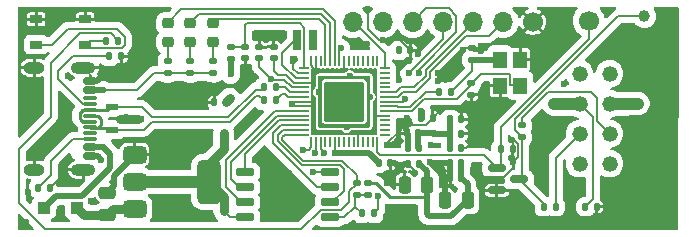
<source format=gtl>
G04 #@! TF.GenerationSoftware,KiCad,Pcbnew,8.0.4*
G04 #@! TF.CreationDate,2024-10-03T21:35:34+02:00*
G04 #@! TF.ProjectId,Midi Stick,4d696469-2053-4746-9963-6b2e6b696361,2.0*
G04 #@! TF.SameCoordinates,Original*
G04 #@! TF.FileFunction,Copper,L1,Top*
G04 #@! TF.FilePolarity,Positive*
%FSLAX46Y46*%
G04 Gerber Fmt 4.6, Leading zero omitted, Abs format (unit mm)*
G04 Created by KiCad (PCBNEW 8.0.4) date 2024-10-03 21:35:34*
%MOMM*%
%LPD*%
G01*
G04 APERTURE LIST*
G04 Aperture macros list*
%AMRoundRect*
0 Rectangle with rounded corners*
0 $1 Rounding radius*
0 $2 $3 $4 $5 $6 $7 $8 $9 X,Y pos of 4 corners*
0 Add a 4 corners polygon primitive as box body*
4,1,4,$2,$3,$4,$5,$6,$7,$8,$9,$2,$3,0*
0 Add four circle primitives for the rounded corners*
1,1,$1+$1,$2,$3*
1,1,$1+$1,$4,$5*
1,1,$1+$1,$6,$7*
1,1,$1+$1,$8,$9*
0 Add four rect primitives between the rounded corners*
20,1,$1+$1,$2,$3,$4,$5,0*
20,1,$1+$1,$4,$5,$6,$7,0*
20,1,$1+$1,$6,$7,$8,$9,0*
20,1,$1+$1,$8,$9,$2,$3,0*%
%AMFreePoly0*
4,1,18,-0.437500,0.050000,-0.433694,0.069134,-0.422855,0.085355,-0.406634,0.096194,-0.387500,0.100000,0.387500,0.100000,0.437500,0.050000,0.437500,-0.050000,0.433694,-0.069134,0.422855,-0.085355,0.406634,-0.096194,0.387500,-0.100000,-0.387500,-0.100000,-0.406634,-0.096194,-0.422855,-0.085355,-0.433694,-0.069134,-0.437500,-0.050000,-0.437500,0.050000,-0.437500,0.050000,$1*%
%AMFreePoly1*
4,1,18,-0.437500,0.050000,-0.433694,0.069134,-0.422855,0.085355,-0.406634,0.096194,-0.387500,0.100000,0.387500,0.100000,0.406634,0.096194,0.422855,0.085355,0.433694,0.069134,0.437500,0.050000,0.437500,-0.050000,0.387500,-0.100000,-0.387500,-0.100000,-0.406634,-0.096194,-0.422855,-0.085355,-0.433694,-0.069134,-0.437500,-0.050000,-0.437500,0.050000,-0.437500,0.050000,$1*%
%AMFreePoly2*
4,1,18,-0.100000,0.387500,-0.050000,0.437500,0.050000,0.437500,0.069134,0.433694,0.085355,0.422855,0.096194,0.406634,0.100000,0.387500,0.100000,-0.387500,0.096194,-0.406634,0.085355,-0.422855,0.069134,-0.433694,0.050000,-0.437500,-0.050000,-0.437500,-0.069134,-0.433694,-0.085355,-0.422855,-0.096194,-0.406634,-0.100000,-0.387500,-0.100000,0.387500,-0.100000,0.387500,$1*%
%AMFreePoly3*
4,1,18,-0.100000,0.387500,-0.096194,0.406634,-0.085355,0.422855,-0.069134,0.433694,-0.050000,0.437500,0.050000,0.437500,0.100000,0.387500,0.100000,-0.387500,0.096194,-0.406634,0.085355,-0.422855,0.069134,-0.433694,0.050000,-0.437500,-0.050000,-0.437500,-0.069134,-0.433694,-0.085355,-0.422855,-0.096194,-0.406634,-0.100000,-0.387500,-0.100000,0.387500,-0.100000,0.387500,$1*%
%AMFreePoly4*
4,1,18,-0.437500,0.050000,-0.433694,0.069134,-0.422855,0.085355,-0.406634,0.096194,-0.387500,0.100000,0.387500,0.100000,0.406634,0.096194,0.422855,0.085355,0.433694,0.069134,0.437500,0.050000,0.437500,-0.050000,0.433694,-0.069134,0.422855,-0.085355,0.406634,-0.096194,0.387500,-0.100000,-0.387500,-0.100000,-0.437500,-0.050000,-0.437500,0.050000,-0.437500,0.050000,$1*%
%AMFreePoly5*
4,1,18,-0.437500,0.050000,-0.387500,0.100000,0.387500,0.100000,0.406634,0.096194,0.422855,0.085355,0.433694,0.069134,0.437500,0.050000,0.437500,-0.050000,0.433694,-0.069134,0.422855,-0.085355,0.406634,-0.096194,0.387500,-0.100000,-0.387500,-0.100000,-0.406634,-0.096194,-0.422855,-0.085355,-0.433694,-0.069134,-0.437500,-0.050000,-0.437500,0.050000,-0.437500,0.050000,$1*%
%AMFreePoly6*
4,1,18,-0.100000,0.387500,-0.096194,0.406634,-0.085355,0.422855,-0.069134,0.433694,-0.050000,0.437500,0.050000,0.437500,0.069134,0.433694,0.085355,0.422855,0.096194,0.406634,0.100000,0.387500,0.100000,-0.387500,0.050000,-0.437500,-0.050000,-0.437500,-0.069134,-0.433694,-0.085355,-0.422855,-0.096194,-0.406634,-0.100000,-0.387500,-0.100000,0.387500,-0.100000,0.387500,$1*%
%AMFreePoly7*
4,1,18,-0.100000,0.387500,-0.096194,0.406634,-0.085355,0.422855,-0.069134,0.433694,-0.050000,0.437500,0.050000,0.437500,0.069134,0.433694,0.085355,0.422855,0.096194,0.406634,0.100000,0.387500,0.100000,-0.387500,0.096194,-0.406634,0.085355,-0.422855,0.069134,-0.433694,0.050000,-0.437500,-0.050000,-0.437500,-0.100000,-0.387500,-0.100000,0.387500,-0.100000,0.387500,$1*%
G04 Aperture macros list end*
G04 #@! TA.AperFunction,SMDPad,CuDef*
%ADD10RoundRect,0.140000X-0.140000X-0.170000X0.140000X-0.170000X0.140000X0.170000X-0.140000X0.170000X0*%
G04 #@! TD*
G04 #@! TA.AperFunction,SMDPad,CuDef*
%ADD11RoundRect,0.140000X0.170000X-0.140000X0.170000X0.140000X-0.170000X0.140000X-0.170000X-0.140000X0*%
G04 #@! TD*
G04 #@! TA.AperFunction,SMDPad,CuDef*
%ADD12R,1.050000X0.600000*%
G04 #@! TD*
G04 #@! TA.AperFunction,SMDPad,CuDef*
%ADD13RoundRect,0.250000X0.250000X0.475000X-0.250000X0.475000X-0.250000X-0.475000X0.250000X-0.475000X0*%
G04 #@! TD*
G04 #@! TA.AperFunction,SMDPad,CuDef*
%ADD14RoundRect,0.135000X-0.185000X0.135000X-0.185000X-0.135000X0.185000X-0.135000X0.185000X0.135000X0*%
G04 #@! TD*
G04 #@! TA.AperFunction,SMDPad,CuDef*
%ADD15RoundRect,0.135000X-0.135000X-0.185000X0.135000X-0.185000X0.135000X0.185000X-0.135000X0.185000X0*%
G04 #@! TD*
G04 #@! TA.AperFunction,SMDPad,CuDef*
%ADD16RoundRect,0.135000X0.135000X0.185000X-0.135000X0.185000X-0.135000X-0.185000X0.135000X-0.185000X0*%
G04 #@! TD*
G04 #@! TA.AperFunction,SMDPad,CuDef*
%ADD17RoundRect,0.135000X0.185000X-0.135000X0.185000X0.135000X-0.185000X0.135000X-0.185000X-0.135000X0*%
G04 #@! TD*
G04 #@! TA.AperFunction,SMDPad,CuDef*
%ADD18RoundRect,0.250000X0.475000X-0.250000X0.475000X0.250000X-0.475000X0.250000X-0.475000X-0.250000X0*%
G04 #@! TD*
G04 #@! TA.AperFunction,SMDPad,CuDef*
%ADD19RoundRect,0.150000X0.650000X0.150000X-0.650000X0.150000X-0.650000X-0.150000X0.650000X-0.150000X0*%
G04 #@! TD*
G04 #@! TA.AperFunction,SMDPad,CuDef*
%ADD20C,1.000000*%
G04 #@! TD*
G04 #@! TA.AperFunction,SMDPad,CuDef*
%ADD21R,1.200000X1.400000*%
G04 #@! TD*
G04 #@! TA.AperFunction,ComponentPad*
%ADD22C,1.700000*%
G04 #@! TD*
G04 #@! TA.AperFunction,SMDPad,CuDef*
%ADD23RoundRect,0.140000X0.140000X0.170000X-0.140000X0.170000X-0.140000X-0.170000X0.140000X-0.170000X0*%
G04 #@! TD*
G04 #@! TA.AperFunction,SMDPad,CuDef*
%ADD24RoundRect,0.218750X0.256250X-0.218750X0.256250X0.218750X-0.256250X0.218750X-0.256250X-0.218750X0*%
G04 #@! TD*
G04 #@! TA.AperFunction,SMDPad,CuDef*
%ADD25RoundRect,0.250000X0.300000X0.300000X-0.300000X0.300000X-0.300000X-0.300000X0.300000X-0.300000X0*%
G04 #@! TD*
G04 #@! TA.AperFunction,ComponentPad*
%ADD26C,1.320800*%
G04 #@! TD*
G04 #@! TA.AperFunction,SMDPad,CuDef*
%ADD27RoundRect,0.140000X-0.170000X0.140000X-0.170000X-0.140000X0.170000X-0.140000X0.170000X0.140000X0*%
G04 #@! TD*
G04 #@! TA.AperFunction,SMDPad,CuDef*
%ADD28RoundRect,0.150000X-0.587500X-0.150000X0.587500X-0.150000X0.587500X0.150000X-0.587500X0.150000X0*%
G04 #@! TD*
G04 #@! TA.AperFunction,SMDPad,CuDef*
%ADD29FreePoly0,90.000000*%
G04 #@! TD*
G04 #@! TA.AperFunction,SMDPad,CuDef*
%ADD30RoundRect,0.050000X0.050000X-0.387500X0.050000X0.387500X-0.050000X0.387500X-0.050000X-0.387500X0*%
G04 #@! TD*
G04 #@! TA.AperFunction,SMDPad,CuDef*
%ADD31FreePoly1,90.000000*%
G04 #@! TD*
G04 #@! TA.AperFunction,SMDPad,CuDef*
%ADD32FreePoly2,90.000000*%
G04 #@! TD*
G04 #@! TA.AperFunction,SMDPad,CuDef*
%ADD33RoundRect,0.050000X0.387500X-0.050000X0.387500X0.050000X-0.387500X0.050000X-0.387500X-0.050000X0*%
G04 #@! TD*
G04 #@! TA.AperFunction,SMDPad,CuDef*
%ADD34FreePoly3,90.000000*%
G04 #@! TD*
G04 #@! TA.AperFunction,SMDPad,CuDef*
%ADD35FreePoly4,90.000000*%
G04 #@! TD*
G04 #@! TA.AperFunction,SMDPad,CuDef*
%ADD36FreePoly5,90.000000*%
G04 #@! TD*
G04 #@! TA.AperFunction,SMDPad,CuDef*
%ADD37FreePoly6,90.000000*%
G04 #@! TD*
G04 #@! TA.AperFunction,SMDPad,CuDef*
%ADD38FreePoly7,90.000000*%
G04 #@! TD*
G04 #@! TA.AperFunction,ComponentPad*
%ADD39C,0.600000*%
G04 #@! TD*
G04 #@! TA.AperFunction,SMDPad,CuDef*
%ADD40RoundRect,0.153000X1.547000X1.547000X-1.547000X1.547000X-1.547000X-1.547000X1.547000X-1.547000X0*%
G04 #@! TD*
G04 #@! TA.AperFunction,SMDPad,CuDef*
%ADD41R,1.050000X0.650000*%
G04 #@! TD*
G04 #@! TA.AperFunction,SMDPad,CuDef*
%ADD42C,1.700000*%
G04 #@! TD*
G04 #@! TA.AperFunction,SMDPad,CuDef*
%ADD43O,1.700000X1.700000*%
G04 #@! TD*
G04 #@! TA.AperFunction,SMDPad,CuDef*
%ADD44R,0.700000X1.700000*%
G04 #@! TD*
G04 #@! TA.AperFunction,SMDPad,CuDef*
%ADD45RoundRect,0.150000X-0.425000X0.150000X-0.425000X-0.150000X0.425000X-0.150000X0.425000X0.150000X0*%
G04 #@! TD*
G04 #@! TA.AperFunction,SMDPad,CuDef*
%ADD46RoundRect,0.075000X-0.500000X0.075000X-0.500000X-0.075000X0.500000X-0.075000X0.500000X0.075000X0*%
G04 #@! TD*
G04 #@! TA.AperFunction,ComponentPad*
%ADD47O,2.100000X1.000000*%
G04 #@! TD*
G04 #@! TA.AperFunction,ComponentPad*
%ADD48O,1.800000X1.000000*%
G04 #@! TD*
G04 #@! TA.AperFunction,SMDPad,CuDef*
%ADD49RoundRect,0.375000X-0.625000X-0.375000X0.625000X-0.375000X0.625000X0.375000X-0.625000X0.375000X0*%
G04 #@! TD*
G04 #@! TA.AperFunction,SMDPad,CuDef*
%ADD50RoundRect,0.500000X-0.500000X-1.400000X0.500000X-1.400000X0.500000X1.400000X-0.500000X1.400000X0*%
G04 #@! TD*
G04 #@! TA.AperFunction,ViaPad*
%ADD51C,0.600000*%
G04 #@! TD*
G04 #@! TA.AperFunction,ViaPad*
%ADD52C,1.270000*%
G04 #@! TD*
G04 #@! TA.AperFunction,Conductor*
%ADD53C,0.175000*%
G04 #@! TD*
G04 #@! TA.AperFunction,Conductor*
%ADD54C,0.200000*%
G04 #@! TD*
G04 #@! TA.AperFunction,Conductor*
%ADD55C,0.500000*%
G04 #@! TD*
G04 #@! TA.AperFunction,Conductor*
%ADD56C,0.750000*%
G04 #@! TD*
G04 #@! TA.AperFunction,Conductor*
%ADD57C,1.000000*%
G04 #@! TD*
G04 #@! TA.AperFunction,Conductor*
%ADD58C,0.150000*%
G04 #@! TD*
G04 #@! TA.AperFunction,Conductor*
%ADD59C,0.250000*%
G04 #@! TD*
G04 #@! TA.AperFunction,Conductor*
%ADD60C,0.152400*%
G04 #@! TD*
G04 #@! TA.AperFunction,Conductor*
%ADD61C,0.600000*%
G04 #@! TD*
G04 APERTURE END LIST*
D10*
X124502600Y-71152600D03*
X125462600Y-71152600D03*
D11*
X96902600Y-58602600D03*
X96902600Y-57642600D03*
D12*
X84452600Y-62742600D03*
X84452600Y-64642600D03*
X86652600Y-63692600D03*
D10*
X107002600Y-67477600D03*
X107962600Y-67477600D03*
D13*
X114532600Y-70577600D03*
X112632600Y-70577600D03*
D14*
X106107600Y-69157600D03*
X106107600Y-70177600D03*
D15*
X97267600Y-61052600D03*
X98287600Y-61052600D03*
D16*
X121992600Y-71152600D03*
X120972600Y-71152600D03*
D17*
X94502600Y-58632600D03*
X94502600Y-57612600D03*
D15*
X117322600Y-66252600D03*
X118342600Y-66252600D03*
D18*
X84007600Y-71852600D03*
X84007600Y-69952600D03*
D10*
X113052600Y-66202600D03*
X114012600Y-66202600D03*
D19*
X102882600Y-72052600D03*
X102882600Y-70782600D03*
X102882600Y-69512600D03*
X102882600Y-68242600D03*
X95682600Y-68242600D03*
X95682600Y-69512600D03*
X95682600Y-70782600D03*
X95682600Y-72052600D03*
D20*
X129507600Y-55027600D03*
D17*
X89132600Y-59870100D03*
X89132600Y-58850100D03*
D21*
X118986241Y-60902600D03*
X118986241Y-58702600D03*
X117286241Y-58702600D03*
X117286241Y-60902600D03*
D22*
X124782600Y-55402600D03*
D14*
X119157600Y-64267600D03*
X119157600Y-65287600D03*
D10*
X110627600Y-63627600D03*
X111587600Y-63627600D03*
D23*
X114012600Y-68702600D03*
X113052600Y-68702600D03*
D24*
X92942600Y-57202600D03*
X92942600Y-55627600D03*
D23*
X114012600Y-67452600D03*
X113052600Y-67452600D03*
D25*
X81457600Y-71252600D03*
X78657600Y-71252600D03*
D24*
X91037600Y-57202600D03*
X91037600Y-55627600D03*
D26*
X124010100Y-59892485D03*
X124010100Y-62432485D03*
X124010100Y-64972485D03*
X124010100Y-67512485D03*
X126550100Y-67512485D03*
X126550100Y-64972485D03*
X126550100Y-62432485D03*
X126550100Y-59892485D03*
D10*
X113052600Y-63752600D03*
X114012600Y-63752600D03*
D27*
X95702600Y-57617600D03*
X95702600Y-58577600D03*
D10*
X108727600Y-57927600D03*
X109687600Y-57927600D03*
D28*
X117020100Y-67877600D03*
X117020100Y-69777600D03*
X118895100Y-68827600D03*
D24*
X89132600Y-57202600D03*
X89132600Y-55627600D03*
D29*
X101282600Y-65690100D03*
D30*
X101682600Y-65690100D03*
X102082600Y-65690100D03*
X102482600Y-65690100D03*
X102882600Y-65690100D03*
X103282600Y-65690100D03*
X103682600Y-65690100D03*
X104082600Y-65690100D03*
X104482600Y-65690100D03*
X104882600Y-65690100D03*
X105282600Y-65690100D03*
X105682600Y-65690100D03*
X106082600Y-65690100D03*
X106482600Y-65690100D03*
D31*
X106882600Y-65690100D03*
D32*
X107520100Y-65052600D03*
D33*
X107520100Y-64652600D03*
X107520100Y-64252600D03*
X107520100Y-63852600D03*
X107520100Y-63452600D03*
X107520100Y-63052600D03*
X107520100Y-62652600D03*
X107520100Y-62252600D03*
X107520100Y-61852600D03*
X107520100Y-61452600D03*
X107520100Y-61052600D03*
X107520100Y-60652600D03*
X107520100Y-60252600D03*
X107520100Y-59852600D03*
D34*
X107520100Y-59452600D03*
D35*
X106882600Y-58815100D03*
D30*
X106482600Y-58815100D03*
X106082600Y-58815100D03*
X105682600Y-58815100D03*
X105282600Y-58815100D03*
X104882600Y-58815100D03*
X104482600Y-58815100D03*
X104082600Y-58815100D03*
X103682600Y-58815100D03*
X103282600Y-58815100D03*
X102882600Y-58815100D03*
X102482600Y-58815100D03*
X102082600Y-58815100D03*
X101682600Y-58815100D03*
D36*
X101282600Y-58815100D03*
D37*
X100645100Y-59452600D03*
D33*
X100645100Y-59852600D03*
X100645100Y-60252600D03*
X100645100Y-60652600D03*
X100645100Y-61052600D03*
X100645100Y-61452600D03*
X100645100Y-61852600D03*
X100645100Y-62252600D03*
X100645100Y-62652600D03*
X100645100Y-63052600D03*
X100645100Y-63452600D03*
X100645100Y-63852600D03*
X100645100Y-64252600D03*
X100645100Y-64652600D03*
D38*
X100645100Y-65052600D03*
D39*
X102707600Y-63627600D03*
X104082600Y-63627600D03*
X105457600Y-63627600D03*
X102707600Y-62252600D03*
X104082600Y-62252600D03*
D40*
X104082600Y-62252600D03*
D39*
X105457600Y-62252600D03*
X102707600Y-60877600D03*
X104082600Y-60877600D03*
X105457600Y-60877600D03*
D41*
X78007600Y-55277600D03*
X82157600Y-55277600D03*
X78007600Y-57427600D03*
X82132600Y-57427600D03*
D10*
X113052600Y-64977600D03*
X114012600Y-64977600D03*
D16*
X84917600Y-57102600D03*
X83897600Y-57102600D03*
D23*
X110362600Y-64952600D03*
X109402600Y-64952600D03*
D17*
X92982600Y-59870100D03*
X92982600Y-58850100D03*
D42*
X120042600Y-55502600D03*
D43*
X117502600Y-55502600D03*
X114962600Y-55502600D03*
X112422600Y-55502600D03*
X109882600Y-55502600D03*
X107342600Y-55502600D03*
X104802600Y-55502600D03*
D27*
X114857600Y-60702600D03*
X114857600Y-61662600D03*
D44*
X101482600Y-57052600D03*
X100082600Y-57052600D03*
D13*
X111107600Y-69277600D03*
X109207600Y-69277600D03*
D23*
X110412600Y-66202600D03*
X109452600Y-66202600D03*
D11*
X98102600Y-58577600D03*
X98102600Y-57617600D03*
D15*
X84197600Y-58427600D03*
X85217600Y-58427600D03*
X112147600Y-61402600D03*
X113167600Y-61402600D03*
D11*
X114882600Y-58707600D03*
X114882600Y-57747600D03*
D16*
X106617600Y-71727600D03*
X105597600Y-71727600D03*
D45*
X82582600Y-60496714D03*
X82582600Y-61296714D03*
D46*
X82582600Y-62446714D03*
X82582600Y-63446714D03*
X82582600Y-63946714D03*
X82582600Y-64946714D03*
D45*
X82582600Y-66096714D03*
X82582600Y-66896714D03*
X82582600Y-66896714D03*
X82582600Y-66096714D03*
D46*
X82582600Y-65446714D03*
X82582600Y-64446714D03*
X82582600Y-62946714D03*
X82582600Y-61946714D03*
D45*
X82582600Y-61296714D03*
X82582600Y-60496714D03*
D47*
X82007600Y-59376714D03*
D48*
X77827600Y-59376714D03*
D47*
X82007600Y-68016714D03*
D48*
X77827600Y-68016714D03*
D23*
X110437600Y-67502600D03*
X109477600Y-67502600D03*
D15*
X97267600Y-62152600D03*
X98287600Y-62152600D03*
X78172600Y-69552600D03*
X79192600Y-69552600D03*
D14*
X105157600Y-69167600D03*
X105157600Y-70187600D03*
D23*
X94037600Y-62327600D03*
X93077600Y-62327600D03*
D49*
X86332600Y-66752600D03*
X86332600Y-69052600D03*
D50*
X92632600Y-69052600D03*
D49*
X86332600Y-71352600D03*
D17*
X91057600Y-59870100D03*
X91057600Y-58850100D03*
D51*
X118982600Y-56727600D03*
X116832600Y-71227600D03*
X130957600Y-65627600D03*
X99407600Y-70027600D03*
X121457600Y-65752600D03*
X121732600Y-57502600D03*
X105232600Y-57402600D03*
X79157600Y-65377600D03*
X114932600Y-65702600D03*
X77332600Y-69902600D03*
X115932600Y-61177600D03*
X112307600Y-62877600D03*
X118332600Y-65527600D03*
X89457600Y-60902600D03*
X128882600Y-64602600D03*
X77257600Y-63802600D03*
X109687600Y-57927600D03*
X99732600Y-58852600D03*
X122657600Y-60777600D03*
X112032600Y-59827600D03*
X97757600Y-70002600D03*
D52*
X120042600Y-55502600D03*
D51*
X90157600Y-71377600D03*
X95657600Y-60627600D03*
X118907600Y-54552600D03*
X89332600Y-72152600D03*
X83532600Y-67202600D03*
X77532600Y-61252600D03*
X109557600Y-58827600D03*
X90332600Y-66752600D03*
X80032600Y-71352600D03*
X118382600Y-67327600D03*
X108857600Y-64077600D03*
X97757600Y-68277600D03*
X110332600Y-58202600D03*
X77532600Y-62577600D03*
X115507600Y-63027600D03*
X88432600Y-66752600D03*
X106082600Y-54377600D03*
X127757600Y-57127600D03*
X122407600Y-55527600D03*
X129207600Y-67677600D03*
X80707600Y-60102600D03*
X108732600Y-60452600D03*
X115682600Y-57952600D03*
X107357600Y-57077600D03*
X88207600Y-71427600D03*
X129182600Y-70877600D03*
X89407600Y-65002600D03*
X129132600Y-59227600D03*
X96882600Y-56552600D03*
X96157600Y-59827600D03*
X95507600Y-64252600D03*
X84882600Y-60427600D03*
X90132600Y-62327600D03*
X84582600Y-68802600D03*
X83682600Y-59952600D03*
X76957600Y-56202600D03*
X126232599Y-54540947D03*
X80357600Y-68952600D03*
X111385759Y-67390100D03*
X92182600Y-65202600D03*
X82682600Y-70677600D03*
X131332600Y-69252600D03*
X79282600Y-56177600D03*
X108082600Y-68402600D03*
X115557600Y-68677600D03*
X107732600Y-69177600D03*
X118832600Y-71202600D03*
X88732600Y-62327600D03*
X126882600Y-69602600D03*
X80732600Y-67077600D03*
X105982600Y-57402600D03*
X86157600Y-54902600D03*
X101057600Y-70077600D03*
X114107600Y-57877600D03*
X97257600Y-66677600D03*
X77132600Y-72477600D03*
X110082600Y-68302600D03*
X111432600Y-65952600D03*
X78407600Y-66227600D03*
X99407600Y-68277600D03*
X80182600Y-67902600D03*
X108782600Y-67877600D03*
X112032600Y-60527600D03*
X85132600Y-63692600D03*
X92707600Y-60877600D03*
X121057600Y-68127600D03*
X109382600Y-63602600D03*
X81432600Y-69177600D03*
X96457600Y-63302600D03*
X98082600Y-56602600D03*
X85782600Y-63692600D03*
X123382600Y-69527600D03*
X87307600Y-55927600D03*
X107707600Y-65902600D03*
X130982600Y-57302600D03*
X101457600Y-68252600D03*
X117207600Y-62652600D03*
X131032600Y-60577600D03*
X121632600Y-54602600D03*
X121432600Y-64077600D03*
X83682600Y-61302600D03*
D52*
X107332600Y-55502600D03*
D51*
X128132600Y-62427600D03*
X121837485Y-62432485D03*
X122707600Y-62432485D03*
X83682600Y-66102600D03*
X128932600Y-62427600D03*
X93882600Y-71552600D03*
X100632600Y-66327600D03*
X93882600Y-70877600D03*
X94397600Y-61967600D03*
X94457600Y-59952600D03*
X111107600Y-71002600D03*
X93882600Y-65602600D03*
X93807600Y-70227600D03*
X93882600Y-66252600D03*
X98102600Y-58577600D03*
X111782600Y-64977600D03*
X93882600Y-64952600D03*
X112482603Y-64977600D03*
D52*
X104807600Y-55527600D03*
D51*
X99657600Y-62452600D03*
X101482600Y-57552600D03*
X104570370Y-60103100D03*
X110620100Y-63065100D03*
X108727600Y-57927600D03*
X103307600Y-66642600D03*
X103782600Y-57752600D03*
X106232100Y-61852600D03*
X104282600Y-64402100D03*
X97858856Y-60302386D03*
X109273026Y-62068026D03*
X101933100Y-61452600D03*
D52*
X114962600Y-55502600D03*
X117502600Y-55502600D03*
D51*
X106957600Y-70227600D03*
D52*
X109882600Y-55502600D03*
D51*
X101598450Y-66642600D03*
X110382600Y-59852600D03*
X102398295Y-66626736D03*
X109583014Y-59826807D03*
D52*
X112422600Y-55502600D03*
D53*
X106082600Y-56141419D02*
X106082600Y-54377600D01*
X110057600Y-57927600D02*
X110332600Y-58202600D01*
X112307600Y-62907600D02*
X111587600Y-63627600D01*
X107707600Y-65779898D02*
X107707600Y-65902600D01*
D54*
X118342600Y-66252600D02*
X118342600Y-65537600D01*
D53*
X109687600Y-57927600D02*
X108837600Y-57077600D01*
X108732600Y-59652600D02*
X108732600Y-60452600D01*
D55*
X82582600Y-60502600D02*
X83132600Y-60502600D01*
D53*
X107357600Y-57077600D02*
X107018781Y-57077600D01*
D55*
X111385759Y-67390100D02*
X112632600Y-68636941D01*
X109452600Y-65002600D02*
X109402600Y-64952600D01*
X84582600Y-68542550D02*
X86332600Y-66792550D01*
X109157600Y-67502600D02*
X108782600Y-67877600D01*
D53*
X108857600Y-64077600D02*
X109005100Y-64225100D01*
X80357600Y-68952600D02*
X79792600Y-68952600D01*
D55*
X113052600Y-67452600D02*
X111448259Y-67452600D01*
X108382600Y-67477600D02*
X108782600Y-67877600D01*
D54*
X105457600Y-63627600D02*
X102707600Y-63627600D01*
X118382600Y-67327600D02*
X118382600Y-67902600D01*
D53*
X79792600Y-68952600D02*
X79192600Y-69552600D01*
X108857600Y-64077600D02*
X108857600Y-64629898D01*
D54*
X115682600Y-57952600D02*
X115087600Y-57952600D01*
D53*
X109687600Y-58697600D02*
X109557600Y-58827600D01*
D54*
X114882600Y-57747600D02*
X114237600Y-57747600D01*
D55*
X84582600Y-68802600D02*
X84582600Y-68542550D01*
D54*
X118458676Y-65527600D02*
X118770100Y-65839024D01*
X110082600Y-68302600D02*
X110082600Y-68107600D01*
D53*
X108837600Y-57077600D02*
X107357600Y-57077600D01*
D54*
X102707600Y-63627600D02*
X102707600Y-60877600D01*
D55*
X83132600Y-60502600D02*
X83682600Y-59952600D01*
D54*
X118770100Y-65839024D02*
X118770100Y-66940100D01*
X114237600Y-57747600D02*
X114107600Y-57877600D01*
D55*
X113052600Y-67452600D02*
X113052600Y-68702600D01*
D53*
X109005100Y-64225100D02*
X110990100Y-64225100D01*
D55*
X112632600Y-68636941D02*
X112632600Y-70577600D01*
D53*
X110990100Y-64225100D02*
X111587600Y-63627600D01*
D54*
X101467600Y-68242600D02*
X102882600Y-68242600D01*
X118770100Y-66940100D02*
X118382600Y-67327600D01*
D55*
X84582600Y-68802600D02*
X84582600Y-69377600D01*
D54*
X118342600Y-65537600D02*
X118332600Y-65527600D01*
D55*
X109452600Y-66202600D02*
X109452600Y-65002600D01*
D54*
X115087600Y-57952600D02*
X114882600Y-57747600D01*
X113982600Y-57877600D02*
X112032600Y-59827600D01*
X118382600Y-67902600D02*
X117607600Y-68677600D01*
D53*
X99732600Y-58852600D02*
X99732600Y-59454898D01*
D54*
X118332600Y-65527600D02*
X118458676Y-65527600D01*
D53*
X109687600Y-57927600D02*
X109687600Y-58697600D01*
D54*
X110082600Y-68107600D02*
X109477600Y-67502600D01*
D53*
X108857600Y-64629898D02*
X107707600Y-65779898D01*
X107018781Y-57077600D02*
X106082600Y-56141419D01*
D56*
X85132600Y-63692600D02*
X86652600Y-63692600D01*
D53*
X112307600Y-62877600D02*
X112307600Y-62907600D01*
X100130302Y-59852600D02*
X100645100Y-59852600D01*
X115357600Y-62877600D02*
X115507600Y-63027600D01*
D54*
X105457600Y-60877600D02*
X105457600Y-63627600D01*
D55*
X109477600Y-67502600D02*
X109157600Y-67502600D01*
D53*
X109557600Y-58827600D02*
X108732600Y-59652600D01*
X99732600Y-59454898D02*
X100130302Y-59852600D01*
D54*
X102707600Y-60877600D02*
X105457600Y-60877600D01*
D53*
X112307600Y-62877600D02*
X115357600Y-62877600D01*
X109687600Y-57927600D02*
X110057600Y-57927600D01*
D55*
X84582600Y-69377600D02*
X84007600Y-69952600D01*
D54*
X114107600Y-57877600D02*
X113982600Y-57877600D01*
D55*
X107962600Y-67477600D02*
X108382600Y-67477600D01*
D54*
X101457600Y-68252600D02*
X101467600Y-68242600D01*
D55*
X83532600Y-67202600D02*
X83232600Y-66902600D01*
X111448259Y-67452600D02*
X111385759Y-67390100D01*
D54*
X114012600Y-66202600D02*
X114432600Y-66202600D01*
D55*
X109402600Y-64952600D02*
X109402600Y-64622600D01*
X109402600Y-64622600D02*
X108857600Y-64077600D01*
D54*
X114432600Y-66202600D02*
X114932600Y-65702600D01*
X117607600Y-68677600D02*
X115557600Y-68677600D01*
D55*
X83232600Y-66902600D02*
X82582600Y-66902600D01*
D54*
X90307600Y-54452600D02*
X89132600Y-55627600D01*
X90307600Y-54452600D02*
X102282600Y-54452600D01*
X103282600Y-55452600D02*
X102282600Y-54452600D01*
X103282600Y-58815100D02*
X103282600Y-55452600D01*
X92942600Y-57202600D02*
X92942600Y-58810100D01*
X89132600Y-57202600D02*
X89132600Y-58850100D01*
X91812600Y-54852600D02*
X102116914Y-54852600D01*
X102882600Y-55618286D02*
X102116914Y-54852600D01*
X91812600Y-54852600D02*
X91037600Y-55627600D01*
X102882600Y-58815100D02*
X102882600Y-55618286D01*
X102482600Y-55783972D02*
X101951228Y-55252600D01*
X93317600Y-55252600D02*
X92942600Y-55627600D01*
X93317600Y-55252600D02*
X101951228Y-55252600D01*
X102482600Y-58815100D02*
X102482600Y-55783972D01*
X91037600Y-57202600D02*
X91037600Y-58830100D01*
D53*
X115945100Y-66802600D02*
X107132600Y-66802600D01*
X117020100Y-67877600D02*
X117322600Y-67575100D01*
X124782600Y-55402600D02*
X124782600Y-56981241D01*
X106882600Y-66552600D02*
X106882600Y-65690100D01*
X107132600Y-66802600D02*
X106882600Y-66552600D01*
X117322600Y-64441241D02*
X117322600Y-66252600D01*
X124782600Y-56981241D02*
X117322600Y-64441241D01*
X117020100Y-67877600D02*
X115945100Y-66802600D01*
X117322600Y-67575100D02*
X117322600Y-66252600D01*
X127266571Y-55027600D02*
X118550100Y-63744071D01*
X118895100Y-68827600D02*
X120972600Y-70905100D01*
X119157600Y-68565100D02*
X119157600Y-65287600D01*
X120972600Y-70905100D02*
X120972600Y-71152600D01*
X118895100Y-68827600D02*
X119157600Y-68565100D01*
X118550100Y-63744071D02*
X118550100Y-64680100D01*
X129507600Y-55027600D02*
X127266571Y-55027600D01*
X118550100Y-64680100D02*
X119157600Y-65287600D01*
X125132600Y-63554985D02*
X125132600Y-70522600D01*
D54*
X86507600Y-61302600D02*
X83682600Y-61302600D01*
X89132600Y-59870100D02*
X87940100Y-59870100D01*
D55*
X82582600Y-61302600D02*
X83353261Y-61302600D01*
D57*
X128127715Y-62432485D02*
X128132600Y-62427600D01*
D55*
X83682600Y-66102600D02*
X82582600Y-66102600D01*
X81882600Y-70252600D02*
X79657600Y-70252600D01*
D57*
X121837485Y-62432485D02*
X124010100Y-62432485D01*
D54*
X91057600Y-59870100D02*
X89132600Y-59870100D01*
X92982600Y-59870100D02*
X91057600Y-59870100D01*
D55*
X84282600Y-66702600D02*
X84282600Y-67852600D01*
X84282600Y-67852600D02*
X81882600Y-70252600D01*
X79657600Y-70252600D02*
X78657600Y-71252600D01*
D57*
X128132600Y-62427600D02*
X128932600Y-62427600D01*
X126550100Y-62432485D02*
X128127715Y-62432485D01*
D53*
X124010100Y-62432485D02*
X125132600Y-63554985D01*
D55*
X83353261Y-61302600D02*
X83682600Y-61302600D01*
D53*
X125132600Y-70522600D02*
X124502600Y-71152600D01*
D55*
X83682600Y-66102600D02*
X84282600Y-66702600D01*
D54*
X87940100Y-59870100D02*
X86507600Y-61302600D01*
D58*
X118161241Y-60852600D02*
X118161241Y-59927600D01*
X118161241Y-59927600D02*
X115691820Y-59927600D01*
X118986241Y-60852600D02*
X118161241Y-60852600D01*
X109794427Y-63077600D02*
X107545100Y-63077600D01*
X110869427Y-62002600D02*
X109794427Y-63077600D01*
X113632600Y-62002600D02*
X110869427Y-62002600D01*
X115691820Y-59927600D02*
X114272600Y-61346820D01*
X114272600Y-61362600D02*
X113632600Y-62002600D01*
X114272600Y-61346820D02*
X114272600Y-61362600D01*
D55*
X117286241Y-58702600D02*
X114887600Y-58702600D01*
D53*
X114882600Y-59687600D02*
X113167600Y-61402600D01*
X114882600Y-58707600D02*
X114882600Y-59687600D01*
D54*
X98102600Y-58577600D02*
X98102600Y-59697600D01*
D53*
X101282600Y-66127600D02*
X101082600Y-66327600D01*
D55*
X94502600Y-59907600D02*
X94502600Y-58632600D01*
X111107600Y-69277600D02*
X111107600Y-68172600D01*
D53*
X107520100Y-63452600D02*
X106657600Y-63452600D01*
X101282600Y-65690100D02*
X101282600Y-66127600D01*
D55*
X113052600Y-63752600D02*
X113052600Y-66202600D01*
D54*
X95682600Y-72052600D02*
X94382600Y-72052600D01*
D56*
X92632600Y-69052600D02*
X92632600Y-67502600D01*
D55*
X111107600Y-68172600D02*
X110437600Y-67502600D01*
D53*
X105282600Y-65690100D02*
X105282600Y-64802600D01*
D55*
X110362600Y-64952600D02*
X110362600Y-66152600D01*
D57*
X86332600Y-69052600D02*
X92632600Y-69052600D01*
D53*
X101370100Y-59283512D02*
X101282600Y-59196012D01*
X101682600Y-59627600D02*
X101707600Y-59652600D01*
X101282600Y-59196012D02*
X101282600Y-58815100D01*
D55*
X111782600Y-64977600D02*
X113052600Y-64977600D01*
X111107600Y-71802600D02*
X111257600Y-71952600D01*
D54*
X98102600Y-59697600D02*
X98437600Y-60032600D01*
D53*
X101682600Y-58815100D02*
X101682600Y-59627600D01*
X99857600Y-62652600D02*
X99657600Y-62452600D01*
D55*
X114012600Y-68702600D02*
X114012600Y-67452600D01*
X111257600Y-71952600D02*
X113157600Y-71952600D01*
D53*
X101682600Y-58815100D02*
X101682600Y-59652600D01*
D55*
X111107600Y-69277600D02*
X111107600Y-70302600D01*
D54*
X99813972Y-60652600D02*
X100645100Y-60652600D01*
D53*
X107520100Y-59452600D02*
X107520100Y-58109249D01*
D54*
X100645100Y-60652600D02*
X101482600Y-60652600D01*
X98437600Y-60032600D02*
X99193972Y-60032600D01*
D53*
X100645100Y-62252600D02*
X99857600Y-62252600D01*
D56*
X92632600Y-67502600D02*
X93882600Y-66252600D01*
D53*
X104082600Y-58815100D02*
X104082600Y-59527600D01*
D56*
X93807600Y-70227600D02*
X92632600Y-69052600D01*
D59*
X111082600Y-70327600D02*
X111107600Y-70302600D01*
D53*
X104082600Y-59527600D02*
X104032600Y-59577600D01*
D55*
X111757600Y-64952600D02*
X110362600Y-64952600D01*
X111107600Y-70302600D02*
X111107600Y-71802600D01*
X111782600Y-64977600D02*
X111757600Y-64952600D01*
X111107600Y-71802600D02*
X111107600Y-71002600D01*
D59*
X107982600Y-70327600D02*
X111082600Y-70327600D01*
D53*
X100645100Y-62652600D02*
X101457600Y-62652600D01*
D56*
X93882600Y-71552600D02*
X93882600Y-70877600D01*
D53*
X100645100Y-62652600D02*
X99857600Y-62652600D01*
X107520100Y-58109249D02*
X104938451Y-55527600D01*
X101082600Y-66327600D02*
X100632600Y-66327600D01*
X100645100Y-62252600D02*
X101457600Y-62252600D01*
D59*
X106812600Y-69157600D02*
X107982600Y-70327600D01*
D56*
X93882600Y-70302600D02*
X93807600Y-70227600D01*
D54*
X94382600Y-72052600D02*
X93882600Y-71552600D01*
D53*
X99857600Y-62252600D02*
X99657600Y-62452600D01*
X101370100Y-59340100D02*
X101370100Y-59283512D01*
X101682600Y-59652600D02*
X101370100Y-59340100D01*
D56*
X94397600Y-61967600D02*
X94037600Y-62327600D01*
D53*
X105282600Y-64802600D02*
X105257600Y-64777600D01*
D54*
X99193972Y-60032600D02*
X99813972Y-60652600D01*
D55*
X113157600Y-71952600D02*
X114532600Y-70577600D01*
D56*
X93882600Y-66252600D02*
X93882600Y-64952600D01*
D55*
X114532600Y-70577600D02*
X114532600Y-69222600D01*
D56*
X93882600Y-70877600D02*
X93882600Y-70302600D01*
D55*
X110362600Y-66152600D02*
X110412600Y-66202600D01*
D59*
X106107600Y-69157600D02*
X106812600Y-69157600D01*
D55*
X94457600Y-59952600D02*
X94502600Y-59907600D01*
X114532600Y-69222600D02*
X114012600Y-68702600D01*
X107002600Y-67477600D02*
X106167600Y-66642600D01*
D60*
X109088452Y-62252600D02*
X107520100Y-62252600D01*
D54*
X97858856Y-60322780D02*
X97968676Y-60432600D01*
D61*
X110620100Y-63620100D02*
X110627600Y-63627600D01*
D53*
X103682600Y-57852600D02*
X103682600Y-58815100D01*
D61*
X110620100Y-63065100D02*
X110620100Y-63620100D01*
D54*
X97858856Y-60302386D02*
X96902600Y-59346130D01*
D60*
X109273026Y-62068026D02*
X109088452Y-62252600D01*
D54*
X97968676Y-60432600D02*
X99028286Y-60432600D01*
X97858856Y-60302386D02*
X97858856Y-60322780D01*
X99648286Y-61052600D02*
X100645100Y-61052600D01*
X96902600Y-59346130D02*
X96902600Y-58602600D01*
D53*
X103782600Y-57752600D02*
X103682600Y-57852600D01*
D54*
X99028286Y-60432600D02*
X99648286Y-61052600D01*
D53*
X103282600Y-66617600D02*
X103282600Y-65690100D01*
D55*
X106167600Y-66642600D02*
X103307600Y-66642600D01*
D53*
X103307600Y-66642600D02*
X103282600Y-66617600D01*
X95702600Y-57617600D02*
X94522600Y-57617600D01*
X95702600Y-55797600D02*
X95860100Y-55640100D01*
X100720100Y-55990100D02*
X100720100Y-59377600D01*
X95702600Y-57617600D02*
X95702600Y-55797600D01*
X100370100Y-55640100D02*
X100720100Y-55990100D01*
X95860100Y-55640100D02*
X100370100Y-55640100D01*
X100720100Y-59377600D02*
X100645100Y-59452600D01*
D54*
X96576524Y-61232600D02*
X94256524Y-63552600D01*
X97202600Y-61232600D02*
X96576524Y-61232600D01*
D59*
X81939836Y-62952600D02*
X81682600Y-63209836D01*
X84085706Y-62952600D02*
X82582600Y-62952600D01*
X81682600Y-63695364D02*
X81939836Y-63952600D01*
D54*
X86972600Y-62742600D02*
X84487601Y-62742600D01*
D59*
X81682600Y-63209836D02*
X81682600Y-63695364D01*
D54*
X94256524Y-63552600D02*
X87782600Y-63552600D01*
D59*
X81939836Y-63952600D02*
X82582600Y-63952600D01*
X81914836Y-62977600D02*
X81682600Y-63209836D01*
D54*
X87782600Y-63552600D02*
X86972600Y-62742600D01*
D59*
X82582600Y-62952600D02*
X81939836Y-62952600D01*
D54*
X94422210Y-63952600D02*
X87782600Y-63952600D01*
X87782600Y-63952600D02*
X87092600Y-64642600D01*
D59*
X84143575Y-64452600D02*
X82582600Y-64452600D01*
X82582600Y-63452600D02*
X83225364Y-63452600D01*
X83482600Y-63709836D02*
X83482600Y-64202600D01*
X83232600Y-64452600D02*
X82582600Y-64452600D01*
D54*
X96597210Y-61777600D02*
X94422210Y-63952600D01*
X87092600Y-64642600D02*
X84487601Y-64642600D01*
D59*
X83482600Y-64202600D02*
X83232600Y-64452600D01*
D54*
X96892600Y-61777600D02*
X96597210Y-61777600D01*
D59*
X83225364Y-63452600D02*
X83482600Y-63709836D01*
D54*
X97267600Y-62152600D02*
X96892600Y-61777600D01*
D56*
X84007600Y-71852600D02*
X82057600Y-71852600D01*
X84507600Y-71352600D02*
X84007600Y-71852600D01*
X82057600Y-71852600D02*
X81457600Y-71252600D01*
X86332600Y-71352600D02*
X84507600Y-71352600D01*
D54*
X114962600Y-55572600D02*
X110982600Y-59552600D01*
X108509592Y-61452600D02*
X107520100Y-61452600D01*
X108909592Y-61052600D02*
X108509592Y-61452600D01*
X110982600Y-60101129D02*
X110031129Y-61052600D01*
X110982600Y-59552600D02*
X110982600Y-60101129D01*
X110031129Y-61052600D02*
X108909592Y-61052600D01*
D53*
X114405608Y-56677600D02*
X111370100Y-59713108D01*
X111370100Y-60261637D02*
X110191637Y-61440100D01*
X109070100Y-61440100D02*
X108657600Y-61852600D01*
X111370100Y-59713108D02*
X111370100Y-60261637D01*
X117502600Y-55502600D02*
X116327600Y-56677600D01*
X110191637Y-61440100D02*
X109070100Y-61440100D01*
X108657600Y-61852600D02*
X107520100Y-61852600D01*
X116327600Y-56677600D02*
X114405608Y-56677600D01*
D54*
X81107600Y-58427600D02*
X79882600Y-59652600D01*
X79882600Y-60360010D02*
X81975190Y-62452600D01*
X81975190Y-62452600D02*
X82582600Y-62452600D01*
X79882600Y-59652600D02*
X79882600Y-60360010D01*
X84197600Y-58427600D02*
X81107600Y-58427600D01*
X79282600Y-68442600D02*
X78172600Y-69552600D01*
X81082600Y-65452600D02*
X79282600Y-67252600D01*
X82582600Y-65452600D02*
X81082600Y-65452600D01*
X79282600Y-67252600D02*
X79282600Y-68442600D01*
X99907600Y-57077600D02*
X98857600Y-58127600D01*
X99979658Y-60252600D02*
X100645100Y-60252600D01*
X98857600Y-58127600D02*
X98857600Y-59130542D01*
X98857600Y-59130542D02*
X99979658Y-60252600D01*
X104972600Y-70372600D02*
X105157600Y-70187600D01*
X105157600Y-70187600D02*
X106097600Y-70187600D01*
D53*
X105022600Y-71152600D02*
X104972600Y-71152600D01*
D54*
X104972600Y-71152600D02*
X104972600Y-70372600D01*
X104072600Y-72052600D02*
X102882600Y-72052600D01*
D53*
X105597600Y-71727600D02*
X105022600Y-71152600D01*
D54*
X104972600Y-71152600D02*
X104072600Y-72052600D01*
X81732600Y-56482600D02*
X79232600Y-58982600D01*
X84297600Y-56482600D02*
X81732600Y-56482600D01*
X79232600Y-58982600D02*
X79232600Y-63527600D01*
X105132600Y-69192600D02*
X105132600Y-68486914D01*
X104470638Y-69854562D02*
X105132600Y-69192600D01*
X84917600Y-57102600D02*
X84297600Y-56482600D01*
X103888286Y-67242600D02*
X100634660Y-67242600D01*
X103783676Y-71402600D02*
X104470638Y-70715638D01*
X76532600Y-70852600D02*
X78732381Y-73052381D01*
X102092048Y-71402600D02*
X103783676Y-71402600D01*
X98857600Y-65465540D02*
X98857600Y-65240344D01*
X104470638Y-70715638D02*
X104470638Y-69854562D01*
X76532600Y-66227600D02*
X76532600Y-70852600D01*
X98857600Y-65240344D02*
X99045344Y-65052600D01*
X78732381Y-73052381D02*
X100442267Y-73052381D01*
X79232600Y-63527600D02*
X76532600Y-66227600D01*
X99045344Y-65052600D02*
X100645100Y-65052600D01*
X100442267Y-73052381D02*
X102092048Y-71402600D01*
X105132600Y-68486914D02*
X103888286Y-67242600D01*
X100634660Y-67242600D02*
X98857600Y-65465540D01*
D58*
X112147600Y-61402600D02*
X110974453Y-61402600D01*
X108644427Y-62727600D02*
X108569427Y-62652600D01*
X110974453Y-61402600D02*
X109649453Y-62727600D01*
X109649453Y-62727600D02*
X108644427Y-62727600D01*
X108569427Y-62652600D02*
X107520100Y-62652600D01*
D54*
X82427600Y-57722600D02*
X85236524Y-57722600D01*
X83897600Y-57102600D02*
X82457600Y-57102600D01*
X85507600Y-57451524D02*
X85507600Y-56753676D01*
X79357600Y-57427600D02*
X78007600Y-57427600D01*
X80702600Y-56082600D02*
X79357600Y-57427600D01*
X85507600Y-56753676D02*
X84836524Y-56082600D01*
X85236524Y-57722600D02*
X85507600Y-57451524D01*
X82132600Y-57427600D02*
X82427600Y-57722600D01*
X82457600Y-57102600D02*
X82132600Y-57427600D01*
X84836524Y-56082600D02*
X80702600Y-56082600D01*
X99066914Y-61602600D02*
X98837600Y-61602600D01*
X100645100Y-61852600D02*
X99316914Y-61852600D01*
X99316914Y-61852600D02*
X99066914Y-61602600D01*
X98837600Y-61602600D02*
X98287600Y-62152600D01*
X98287600Y-61052600D02*
X99082600Y-61052600D01*
X99082600Y-61052600D02*
X99482600Y-61452600D01*
X99482600Y-61452600D02*
X100645100Y-61452600D01*
X100478973Y-67652600D02*
X102032048Y-67652600D01*
X103722600Y-67642600D02*
X104032600Y-67952600D01*
X100645100Y-64652600D02*
X98879658Y-64652600D01*
X104032600Y-67952600D02*
X104032600Y-69837599D01*
X98457600Y-65074658D02*
X98457600Y-65631227D01*
X98879658Y-64652600D02*
X98457600Y-65074658D01*
X102042048Y-67642600D02*
X103722600Y-67642600D01*
X104032600Y-69837599D02*
X103087599Y-70782600D01*
X102032048Y-67652600D02*
X102042048Y-67642600D01*
X98457600Y-65631227D02*
X100478973Y-67652600D01*
X94482600Y-67352600D02*
X98382600Y-63452600D01*
X95202734Y-69512600D02*
X94482600Y-68792466D01*
X94482600Y-68792466D02*
X94482600Y-67352600D01*
X98382600Y-63452600D02*
X100645100Y-63452600D01*
X98057600Y-65796913D02*
X101773287Y-69512600D01*
X101773287Y-69512600D02*
X102882600Y-69512600D01*
X98057600Y-64908972D02*
X98057600Y-65796913D01*
X100645100Y-64252600D02*
X98713972Y-64252600D01*
X98713972Y-64252600D02*
X98057600Y-64908972D01*
X98216914Y-63052600D02*
X100645100Y-63052600D01*
X94082600Y-67186914D02*
X98216914Y-63052600D01*
X95362600Y-70782600D02*
X94082600Y-69502600D01*
X94082600Y-69502600D02*
X94082600Y-67186914D01*
X95682600Y-66718286D02*
X95682600Y-68242600D01*
X100645100Y-63852600D02*
X98548286Y-63852600D01*
X98548286Y-63852600D02*
X95682600Y-66718286D01*
D53*
X121992600Y-71152600D02*
X121992600Y-66989985D01*
X121992600Y-66989985D02*
X124010100Y-64972485D01*
X126550100Y-64972485D02*
X125507600Y-63929985D01*
X125507600Y-61945251D02*
X125014949Y-61452600D01*
X119157600Y-63666901D02*
X119157600Y-64267600D01*
X125014949Y-61452600D02*
X121371901Y-61452600D01*
X121371901Y-61452600D02*
X119157600Y-63666901D01*
X125507600Y-63929985D02*
X125507600Y-61945251D01*
X112920100Y-54365100D02*
X113560100Y-55005100D01*
X113560100Y-55005100D02*
X113560100Y-56380430D01*
X101682600Y-65690100D02*
X101682600Y-66558451D01*
X106617600Y-71727600D02*
X106957600Y-71387600D01*
X106957600Y-71387600D02*
X106957600Y-70227600D01*
X111036101Y-54365100D02*
X112920100Y-54365100D01*
X109890601Y-55510600D02*
X111036101Y-54365100D01*
X113560100Y-56380430D02*
X110382600Y-59557930D01*
X110382600Y-59557930D02*
X110382600Y-59852600D01*
X102082600Y-66295899D02*
X102082600Y-65690100D01*
X109583014Y-59821335D02*
X109583014Y-59826807D01*
X102398295Y-66611594D02*
X102082600Y-66295899D01*
X111801749Y-57602600D02*
X109583014Y-59821335D01*
X112422600Y-56987600D02*
X111807600Y-57602600D01*
X111807600Y-57602600D02*
X111801749Y-57602600D01*
X112422600Y-55502600D02*
X112422600Y-56987600D01*
X102398295Y-66626736D02*
X102398295Y-66611594D01*
G04 #@! TA.AperFunction,Conductor*
G36*
X102006457Y-59452956D02*
G01*
X102007920Y-59453100D01*
X102007926Y-59453100D01*
X102157280Y-59453100D01*
X102158743Y-59452956D01*
X102165990Y-59452600D01*
X102399210Y-59452600D01*
X102406457Y-59452956D01*
X102407920Y-59453100D01*
X102407926Y-59453100D01*
X102557280Y-59453100D01*
X102558743Y-59452956D01*
X102565990Y-59452600D01*
X102799210Y-59452600D01*
X102806457Y-59452956D01*
X102807920Y-59453100D01*
X102807926Y-59453100D01*
X102957280Y-59453100D01*
X102958743Y-59452956D01*
X102965990Y-59452600D01*
X103199210Y-59452600D01*
X103206457Y-59452956D01*
X103207920Y-59453100D01*
X103207926Y-59453100D01*
X103357280Y-59453100D01*
X103358743Y-59452956D01*
X103365990Y-59452600D01*
X103599210Y-59452600D01*
X103606457Y-59452956D01*
X103607920Y-59453100D01*
X103607926Y-59453100D01*
X103757280Y-59453100D01*
X103758743Y-59452956D01*
X103765990Y-59452600D01*
X104399210Y-59452600D01*
X104406457Y-59452956D01*
X104407920Y-59453100D01*
X104407926Y-59453100D01*
X104557280Y-59453100D01*
X104558743Y-59452956D01*
X104565990Y-59452600D01*
X104799210Y-59452600D01*
X104806457Y-59452956D01*
X104807920Y-59453100D01*
X104807926Y-59453100D01*
X104957280Y-59453100D01*
X104958743Y-59452956D01*
X104965990Y-59452600D01*
X105199210Y-59452600D01*
X105206457Y-59452956D01*
X105207920Y-59453100D01*
X105207926Y-59453100D01*
X105357280Y-59453100D01*
X105358743Y-59452956D01*
X105365990Y-59452600D01*
X105599210Y-59452600D01*
X105606457Y-59452956D01*
X105607920Y-59453100D01*
X105607926Y-59453100D01*
X105757280Y-59453100D01*
X105758743Y-59452956D01*
X105765990Y-59452600D01*
X105999210Y-59452600D01*
X106006457Y-59452956D01*
X106007920Y-59453100D01*
X106007926Y-59453100D01*
X106157280Y-59453100D01*
X106158743Y-59452956D01*
X106165990Y-59452600D01*
X106399210Y-59452600D01*
X106406457Y-59452956D01*
X106407920Y-59453100D01*
X106407926Y-59453100D01*
X106557280Y-59453100D01*
X106558743Y-59452956D01*
X106565990Y-59452600D01*
X106799211Y-59452600D01*
X106806458Y-59452956D01*
X106807912Y-59453099D01*
X106807921Y-59453099D01*
X106807926Y-59453100D01*
X106808585Y-59453099D01*
X106808792Y-59453185D01*
X106811539Y-59453456D01*
X106811457Y-59454288D01*
X106860914Y-59474761D01*
X106882600Y-59527082D01*
X106882600Y-59769210D01*
X106882244Y-59776457D01*
X106882100Y-59777920D01*
X106882100Y-59927277D01*
X106882243Y-59928729D01*
X106882600Y-59935985D01*
X106882600Y-60169210D01*
X106882244Y-60176457D01*
X106882100Y-60177920D01*
X106882100Y-60327277D01*
X106882243Y-60328729D01*
X106882600Y-60335985D01*
X106882600Y-60569210D01*
X106882244Y-60576457D01*
X106882100Y-60577920D01*
X106882100Y-60727277D01*
X106882243Y-60728729D01*
X106882600Y-60735985D01*
X106882600Y-60969210D01*
X106882244Y-60976457D01*
X106882100Y-60977920D01*
X106882100Y-61127277D01*
X106882243Y-61128729D01*
X106882600Y-61135985D01*
X106882600Y-61369210D01*
X106882244Y-61376457D01*
X106882100Y-61377920D01*
X106882100Y-61527277D01*
X106882243Y-61528729D01*
X106882600Y-61535985D01*
X106882600Y-61769210D01*
X106882244Y-61776457D01*
X106882100Y-61777920D01*
X106882100Y-61821940D01*
X106870783Y-61849259D01*
X106882100Y-61883259D01*
X106882100Y-61927277D01*
X106882243Y-61928729D01*
X106882600Y-61935985D01*
X106882600Y-62169210D01*
X106882244Y-62176457D01*
X106882100Y-62177920D01*
X106882100Y-62327277D01*
X106882243Y-62328729D01*
X106882600Y-62335985D01*
X106882600Y-62569210D01*
X106882244Y-62576457D01*
X106882100Y-62577920D01*
X106882100Y-62727277D01*
X106882243Y-62728729D01*
X106882600Y-62735985D01*
X106882600Y-62969210D01*
X106882244Y-62976457D01*
X106882100Y-62977920D01*
X106882100Y-63127277D01*
X106882243Y-63128729D01*
X106882600Y-63135985D01*
X106882600Y-63769210D01*
X106882244Y-63776457D01*
X106882100Y-63777920D01*
X106882100Y-63927277D01*
X106882243Y-63928729D01*
X106882600Y-63935985D01*
X106882600Y-64169210D01*
X106882244Y-64176457D01*
X106882100Y-64177920D01*
X106882100Y-64327277D01*
X106882243Y-64328729D01*
X106882600Y-64335985D01*
X106882600Y-64569210D01*
X106882244Y-64576457D01*
X106882100Y-64577920D01*
X106882100Y-64727277D01*
X106882243Y-64728729D01*
X106882600Y-64735985D01*
X106882600Y-64969210D01*
X106882244Y-64976456D01*
X106882100Y-64977919D01*
X106882100Y-64978100D01*
X106882076Y-64978156D01*
X106881744Y-64981538D01*
X106880717Y-64981437D01*
X106860426Y-65030426D01*
X106811437Y-65050717D01*
X106811538Y-65051744D01*
X106808155Y-65052076D01*
X106808100Y-65052100D01*
X106807920Y-65052100D01*
X106806457Y-65052244D01*
X106799210Y-65052600D01*
X106565990Y-65052600D01*
X106558743Y-65052244D01*
X106557280Y-65052100D01*
X106557274Y-65052100D01*
X106407926Y-65052100D01*
X106407920Y-65052100D01*
X106406457Y-65052244D01*
X106399210Y-65052600D01*
X106165990Y-65052600D01*
X106158743Y-65052244D01*
X106157280Y-65052100D01*
X106157274Y-65052100D01*
X106007926Y-65052100D01*
X106007920Y-65052100D01*
X106006457Y-65052244D01*
X105999210Y-65052600D01*
X105765990Y-65052600D01*
X105758743Y-65052244D01*
X105757280Y-65052100D01*
X105757274Y-65052100D01*
X105607926Y-65052100D01*
X105607920Y-65052100D01*
X105606457Y-65052244D01*
X105599210Y-65052600D01*
X104965990Y-65052600D01*
X104958743Y-65052244D01*
X104957280Y-65052100D01*
X104957274Y-65052100D01*
X104807926Y-65052100D01*
X104807920Y-65052100D01*
X104806457Y-65052244D01*
X104799210Y-65052600D01*
X104565990Y-65052600D01*
X104558743Y-65052244D01*
X104557280Y-65052100D01*
X104557274Y-65052100D01*
X104407926Y-65052100D01*
X104407920Y-65052100D01*
X104406457Y-65052244D01*
X104399210Y-65052600D01*
X104165990Y-65052600D01*
X104158743Y-65052244D01*
X104157280Y-65052100D01*
X104157274Y-65052100D01*
X104007926Y-65052100D01*
X104007920Y-65052100D01*
X104006457Y-65052244D01*
X103999210Y-65052600D01*
X103765990Y-65052600D01*
X103758743Y-65052244D01*
X103757280Y-65052100D01*
X103757274Y-65052100D01*
X103607926Y-65052100D01*
X103607920Y-65052100D01*
X103606457Y-65052244D01*
X103599210Y-65052600D01*
X103365990Y-65052600D01*
X103358743Y-65052244D01*
X103357280Y-65052100D01*
X103357274Y-65052100D01*
X103207926Y-65052100D01*
X103207920Y-65052100D01*
X103206457Y-65052244D01*
X103199210Y-65052600D01*
X102965990Y-65052600D01*
X102958743Y-65052244D01*
X102957280Y-65052100D01*
X102957274Y-65052100D01*
X102807926Y-65052100D01*
X102807920Y-65052100D01*
X102806457Y-65052244D01*
X102799210Y-65052600D01*
X102565990Y-65052600D01*
X102558743Y-65052244D01*
X102557280Y-65052100D01*
X102557274Y-65052100D01*
X102407926Y-65052100D01*
X102407920Y-65052100D01*
X102406457Y-65052244D01*
X102399210Y-65052600D01*
X102165990Y-65052600D01*
X102158743Y-65052244D01*
X102157280Y-65052100D01*
X102157274Y-65052100D01*
X102007926Y-65052100D01*
X102007920Y-65052100D01*
X102006457Y-65052244D01*
X101999210Y-65052600D01*
X101765990Y-65052600D01*
X101758743Y-65052244D01*
X101757280Y-65052100D01*
X101757274Y-65052100D01*
X101607926Y-65052100D01*
X101607920Y-65052100D01*
X101606457Y-65052244D01*
X101599210Y-65052600D01*
X101357100Y-65052600D01*
X101304774Y-65030926D01*
X101284283Y-64981456D01*
X101283456Y-64981538D01*
X101283187Y-64978811D01*
X101283100Y-64978600D01*
X101283100Y-64977920D01*
X101282956Y-64976457D01*
X101282600Y-64969210D01*
X101282600Y-64735985D01*
X101282957Y-64728729D01*
X101283100Y-64727277D01*
X101283100Y-64577920D01*
X101282956Y-64576457D01*
X101282600Y-64569210D01*
X101282600Y-64335985D01*
X101282957Y-64328729D01*
X101283100Y-64327277D01*
X101283100Y-64177920D01*
X101282956Y-64176457D01*
X101282600Y-64169210D01*
X101282600Y-63935985D01*
X101282957Y-63928729D01*
X101283100Y-63927277D01*
X101283100Y-63777920D01*
X101282956Y-63776457D01*
X101282600Y-63769210D01*
X101282600Y-63535985D01*
X101282957Y-63528729D01*
X101283100Y-63527277D01*
X101283100Y-63377920D01*
X101282956Y-63376457D01*
X101282600Y-63369210D01*
X101282600Y-63135985D01*
X101282957Y-63128729D01*
X101283100Y-63127277D01*
X101283100Y-62977920D01*
X101282956Y-62976457D01*
X101282600Y-62969210D01*
X101282600Y-61935985D01*
X101282957Y-61928729D01*
X101283100Y-61927277D01*
X101283100Y-61777920D01*
X101282956Y-61776457D01*
X101282600Y-61769210D01*
X101282600Y-61535985D01*
X101282957Y-61528729D01*
X101283100Y-61527277D01*
X101283100Y-61483259D01*
X101294416Y-61455939D01*
X101292736Y-61450892D01*
X101419417Y-61450892D01*
X101430347Y-61472728D01*
X101447934Y-61595054D01*
X101447934Y-61595055D01*
X101447935Y-61595057D01*
X101481342Y-61668207D01*
X101507723Y-61725973D01*
X101601968Y-61834740D01*
X101601970Y-61834741D01*
X101601972Y-61834743D01*
X101643106Y-61861178D01*
X101675408Y-61907699D01*
X101677100Y-61923431D01*
X101677100Y-64353600D01*
X101679629Y-64385740D01*
X101684479Y-64416362D01*
X101685246Y-64420879D01*
X101685250Y-64420892D01*
X101721191Y-64504982D01*
X101752756Y-64548428D01*
X101757156Y-64554483D01*
X101781397Y-64582228D01*
X101859907Y-64629136D01*
X101918098Y-64648043D01*
X101973273Y-64656781D01*
X101981599Y-64658100D01*
X101981600Y-64658100D01*
X103808375Y-64658100D01*
X103860701Y-64679774D01*
X103864294Y-64683634D01*
X103901349Y-64726397D01*
X103951468Y-64784239D01*
X103951469Y-64784240D01*
X103951472Y-64784243D01*
X104021534Y-64829269D01*
X104056180Y-64851535D01*
X104072547Y-64862053D01*
X104179003Y-64893311D01*
X104210635Y-64902599D01*
X104210637Y-64902600D01*
X104210639Y-64902600D01*
X104354563Y-64902600D01*
X104354564Y-64902599D01*
X104372577Y-64897310D01*
X104492653Y-64862053D01*
X104613728Y-64784243D01*
X104700899Y-64683640D01*
X104751545Y-64658289D01*
X104756825Y-64658100D01*
X106183600Y-64658100D01*
X106215744Y-64655570D01*
X106246337Y-64650725D01*
X106250887Y-64649952D01*
X106334983Y-64614008D01*
X106384483Y-64578044D01*
X106412228Y-64553803D01*
X106459136Y-64475293D01*
X106478043Y-64417102D01*
X106488100Y-64353600D01*
X106488100Y-62323431D01*
X106509774Y-62271105D01*
X106522089Y-62261180D01*
X106563228Y-62234743D01*
X106657477Y-62125973D01*
X106717265Y-61995057D01*
X106734853Y-61872727D01*
X106745782Y-61854306D01*
X106734853Y-61832471D01*
X106717265Y-61710145D01*
X106717265Y-61710143D01*
X106657477Y-61579227D01*
X106613721Y-61528729D01*
X106563231Y-61470460D01*
X106563229Y-61470458D01*
X106563228Y-61470457D01*
X106563225Y-61470455D01*
X106522091Y-61444019D01*
X106489791Y-61397495D01*
X106488100Y-61381767D01*
X106488100Y-60151599D01*
X106485570Y-60119459D01*
X106485570Y-60119456D01*
X106480725Y-60088863D01*
X106479952Y-60084313D01*
X106444008Y-60000217D01*
X106423299Y-59971713D01*
X106408047Y-59950721D01*
X106395172Y-59935985D01*
X106383803Y-59922972D01*
X106305293Y-59876064D01*
X106247107Y-59857158D01*
X106247103Y-59857157D01*
X106247102Y-59857157D01*
X106199569Y-59849629D01*
X106183601Y-59847100D01*
X106183600Y-59847100D01*
X105044595Y-59847100D01*
X104992269Y-59825426D01*
X104988669Y-59821559D01*
X104984858Y-59817161D01*
X104935978Y-59760749D01*
X104901501Y-59720960D01*
X104901499Y-59720959D01*
X104901498Y-59720957D01*
X104830247Y-59675167D01*
X104780424Y-59643147D01*
X104780420Y-59643146D01*
X104642334Y-59602600D01*
X104642331Y-59602600D01*
X104498409Y-59602600D01*
X104498406Y-59602600D01*
X104360319Y-59643146D01*
X104360315Y-59643147D01*
X104239245Y-59720955D01*
X104239238Y-59720960D01*
X104189878Y-59777926D01*
X104155882Y-59817161D01*
X104152071Y-59821559D01*
X104101425Y-59846911D01*
X104096145Y-59847100D01*
X101981600Y-59847100D01*
X101949459Y-59849629D01*
X101918837Y-59854479D01*
X101914320Y-59855246D01*
X101914307Y-59855250D01*
X101830217Y-59891191D01*
X101780721Y-59927152D01*
X101752972Y-59951396D01*
X101706064Y-60029906D01*
X101687158Y-60088092D01*
X101677100Y-60151599D01*
X101677100Y-60981767D01*
X101655426Y-61034093D01*
X101643109Y-61044019D01*
X101601974Y-61070455D01*
X101601968Y-61070460D01*
X101507723Y-61179226D01*
X101447934Y-61310145D01*
X101430347Y-61432471D01*
X101419417Y-61450892D01*
X101292736Y-61450892D01*
X101283100Y-61421940D01*
X101283100Y-61377920D01*
X101282956Y-61376457D01*
X101282600Y-61369210D01*
X101282600Y-61135985D01*
X101282957Y-61128729D01*
X101283100Y-61127277D01*
X101283100Y-60977920D01*
X101282956Y-60976457D01*
X101282600Y-60969210D01*
X101282600Y-60335985D01*
X101282957Y-60328729D01*
X101283100Y-60327277D01*
X101283100Y-60177920D01*
X101282956Y-60176457D01*
X101282600Y-60169210D01*
X101282600Y-59935985D01*
X101282957Y-59928729D01*
X101283100Y-59927277D01*
X101283100Y-59777920D01*
X101282956Y-59776457D01*
X101282600Y-59769210D01*
X101282600Y-59535985D01*
X101282957Y-59528729D01*
X101283100Y-59527277D01*
X101283100Y-59526600D01*
X101283187Y-59526388D01*
X101283457Y-59523654D01*
X101284286Y-59523735D01*
X101304774Y-59474274D01*
X101357100Y-59452600D01*
X101999210Y-59452600D01*
X102006457Y-59452956D01*
G37*
G04 #@! TD.AperFunction*
G04 #@! TA.AperFunction,Conductor*
G36*
X132265384Y-54241547D02*
G01*
X132332420Y-54261233D01*
X132378174Y-54314037D01*
X132389379Y-54365594D01*
X132382334Y-73028143D01*
X132362624Y-73095175D01*
X132309803Y-73140910D01*
X132258334Y-73152096D01*
X101491271Y-73151973D01*
X101424231Y-73132288D01*
X101378476Y-73079484D01*
X101368533Y-73010325D01*
X101397558Y-72946770D01*
X101403581Y-72940300D01*
X101639288Y-72704593D01*
X101700609Y-72671110D01*
X101770300Y-72676094D01*
X101814648Y-72704595D01*
X101830729Y-72720676D01*
X101830733Y-72720679D01*
X101830735Y-72720681D01*
X101972202Y-72804344D01*
X102013824Y-72816436D01*
X102130026Y-72850197D01*
X102130029Y-72850197D01*
X102130031Y-72850198D01*
X102166906Y-72853100D01*
X102166914Y-72853100D01*
X103598286Y-72853100D01*
X103598294Y-72853100D01*
X103635169Y-72850198D01*
X103635171Y-72850197D01*
X103635173Y-72850197D01*
X103676791Y-72838105D01*
X103792998Y-72804344D01*
X103934465Y-72720681D01*
X103965725Y-72689421D01*
X104027047Y-72655935D01*
X104053407Y-72653101D01*
X104151654Y-72653101D01*
X104151657Y-72653101D01*
X104304385Y-72612177D01*
X104374214Y-72571861D01*
X104441316Y-72533120D01*
X104553120Y-72421316D01*
X104553120Y-72421314D01*
X104563324Y-72411111D01*
X104563328Y-72411106D01*
X104736688Y-72237745D01*
X104798009Y-72204262D01*
X104867701Y-72209246D01*
X104923634Y-72251118D01*
X104931099Y-72262307D01*
X104956462Y-72305194D01*
X104956469Y-72305203D01*
X105069996Y-72418730D01*
X105070000Y-72418733D01*
X105070002Y-72418735D01*
X105208207Y-72500469D01*
X105208214Y-72500471D01*
X105362391Y-72545264D01*
X105362394Y-72545264D01*
X105362396Y-72545265D01*
X105398419Y-72548100D01*
X105796780Y-72548099D01*
X105832804Y-72545265D01*
X105986993Y-72500469D01*
X106044482Y-72466469D01*
X106112202Y-72449288D01*
X106170717Y-72466469D01*
X106228207Y-72500469D01*
X106228210Y-72500469D01*
X106228212Y-72500471D01*
X106382391Y-72545264D01*
X106382394Y-72545264D01*
X106382396Y-72545265D01*
X106418419Y-72548100D01*
X106816780Y-72548099D01*
X106852804Y-72545265D01*
X107006993Y-72500469D01*
X107145198Y-72418735D01*
X107258735Y-72305198D01*
X107340469Y-72166993D01*
X107379892Y-72031297D01*
X107385264Y-72012808D01*
X107385265Y-72012802D01*
X107388099Y-71976788D01*
X107388100Y-71976781D01*
X107388099Y-71840020D01*
X107407783Y-71772981D01*
X107424414Y-71752343D01*
X107428118Y-71748640D01*
X107505530Y-71614559D01*
X107545601Y-71465011D01*
X107545601Y-71310189D01*
X107545601Y-71302594D01*
X107545600Y-71302576D01*
X107545600Y-71009204D01*
X107565285Y-70942165D01*
X107618089Y-70896410D01*
X107687247Y-70886466D01*
X107717048Y-70894642D01*
X107748441Y-70907645D01*
X107800148Y-70929063D01*
X107844551Y-70937895D01*
X107920991Y-70953099D01*
X107920992Y-70953100D01*
X107920993Y-70953100D01*
X107920994Y-70953100D01*
X110185644Y-70953100D01*
X110252683Y-70972785D01*
X110298438Y-71025589D01*
X110308864Y-71063216D01*
X110322230Y-71181850D01*
X110322231Y-71181854D01*
X110350142Y-71261617D01*
X110357100Y-71302572D01*
X110357100Y-71876518D01*
X110357100Y-71876520D01*
X110357099Y-71876520D01*
X110385940Y-72021507D01*
X110385943Y-72021517D01*
X110442512Y-72158088D01*
X110442515Y-72158094D01*
X110442516Y-72158095D01*
X110451479Y-72171509D01*
X110451480Y-72171512D01*
X110524646Y-72281014D01*
X110524652Y-72281021D01*
X110779184Y-72535552D01*
X110779186Y-72535554D01*
X110797961Y-72548098D01*
X110852870Y-72584786D01*
X110902105Y-72617684D01*
X110902106Y-72617684D01*
X110902107Y-72617685D01*
X110902109Y-72617686D01*
X110987609Y-72653101D01*
X111038687Y-72674258D01*
X111038691Y-72674258D01*
X111038692Y-72674259D01*
X111183679Y-72703100D01*
X111183682Y-72703100D01*
X113231520Y-72703100D01*
X113329062Y-72683696D01*
X113376513Y-72674258D01*
X113513095Y-72617684D01*
X113562329Y-72584786D01*
X113562334Y-72584783D01*
X113586671Y-72568521D01*
X113636016Y-72535552D01*
X114332148Y-71839417D01*
X114393471Y-71805933D01*
X114419829Y-71803099D01*
X114832602Y-71803099D01*
X114832608Y-71803099D01*
X114935397Y-71792599D01*
X115101934Y-71737414D01*
X115251256Y-71645312D01*
X115375312Y-71521256D01*
X115467414Y-71371934D01*
X115522599Y-71205397D01*
X115533100Y-71102609D01*
X115533099Y-70052592D01*
X115523579Y-69959399D01*
X116028601Y-69959399D01*
X116043582Y-70053994D01*
X116043582Y-70053995D01*
X116101684Y-70168026D01*
X116101687Y-70168030D01*
X116192169Y-70258512D01*
X116192173Y-70258515D01*
X116306205Y-70316617D01*
X116400804Y-70331599D01*
X116893099Y-70331599D01*
X117147100Y-70331599D01*
X117639399Y-70331599D01*
X117639399Y-70331598D01*
X117733994Y-70316617D01*
X117733995Y-70316617D01*
X117848026Y-70258515D01*
X117848030Y-70258512D01*
X117938512Y-70168030D01*
X117938515Y-70168026D01*
X117996617Y-70053994D01*
X118011600Y-69959395D01*
X118011600Y-69904600D01*
X117147100Y-69904600D01*
X117147100Y-70331599D01*
X116893099Y-70331599D01*
X116893100Y-70331598D01*
X116893100Y-69904600D01*
X116028601Y-69904600D01*
X116028601Y-69959399D01*
X115523579Y-69959399D01*
X115522599Y-69949803D01*
X115467414Y-69783266D01*
X115375312Y-69633944D01*
X115337172Y-69595804D01*
X116028600Y-69595804D01*
X116028600Y-69650600D01*
X116893100Y-69650600D01*
X116893100Y-69223600D01*
X116400800Y-69223600D01*
X116400800Y-69223601D01*
X116306205Y-69238582D01*
X116306204Y-69238582D01*
X116192173Y-69296684D01*
X116192169Y-69296687D01*
X116101687Y-69387169D01*
X116101684Y-69387173D01*
X116043582Y-69501205D01*
X116028600Y-69595804D01*
X115337172Y-69595804D01*
X115319419Y-69578051D01*
X115285934Y-69516728D01*
X115283100Y-69490370D01*
X115283100Y-69148679D01*
X115254259Y-69003692D01*
X115254258Y-69003691D01*
X115254258Y-69003687D01*
X115248100Y-68988821D01*
X115197685Y-68867107D01*
X115197684Y-68867105D01*
X115152301Y-68799184D01*
X115151875Y-68798547D01*
X115115550Y-68744181D01*
X115115547Y-68744178D01*
X114807541Y-68436173D01*
X114776146Y-68383087D01*
X114768022Y-68355125D01*
X114763100Y-68320534D01*
X114763100Y-67834665D01*
X114768024Y-67800069D01*
X114769244Y-67795871D01*
X114790243Y-67723593D01*
X114793100Y-67687290D01*
X114793100Y-67514600D01*
X114812785Y-67447561D01*
X114865589Y-67401806D01*
X114917100Y-67390600D01*
X115650181Y-67390600D01*
X115717220Y-67410285D01*
X115737862Y-67426919D01*
X115767134Y-67456191D01*
X115800619Y-67517514D01*
X115798530Y-67578465D01*
X115785003Y-67625027D01*
X115785001Y-67625036D01*
X115782100Y-67661898D01*
X115782100Y-68093301D01*
X115785001Y-68130167D01*
X115785002Y-68130173D01*
X115830854Y-68287993D01*
X115830855Y-68287996D01*
X115830856Y-68287998D01*
X115868281Y-68351281D01*
X115914517Y-68429462D01*
X115914523Y-68429470D01*
X116030729Y-68545676D01*
X116030733Y-68545679D01*
X116030735Y-68545681D01*
X116172202Y-68629344D01*
X116213824Y-68641436D01*
X116330026Y-68675197D01*
X116330029Y-68675197D01*
X116330031Y-68675198D01*
X116366906Y-68678100D01*
X117533100Y-68678100D01*
X117600139Y-68697785D01*
X117645894Y-68750589D01*
X117657100Y-68802100D01*
X117657100Y-69043301D01*
X117660499Y-69086486D01*
X117658495Y-69086643D01*
X117652171Y-69146787D01*
X117608456Y-69201292D01*
X117542213Y-69223510D01*
X117537500Y-69223600D01*
X117147100Y-69223600D01*
X117147100Y-69650600D01*
X118011598Y-69650600D01*
X118022972Y-69639226D01*
X118084295Y-69605740D01*
X118145249Y-69607830D01*
X118205026Y-69625197D01*
X118205029Y-69625197D01*
X118205031Y-69625198D01*
X118241906Y-69628100D01*
X118812681Y-69628100D01*
X118879720Y-69647785D01*
X118900362Y-69664419D01*
X120165781Y-70929838D01*
X120199266Y-70991161D01*
X120202100Y-71017519D01*
X120202100Y-71401769D01*
X120202101Y-71401791D01*
X120204935Y-71437805D01*
X120249729Y-71591988D01*
X120249731Y-71591993D01*
X120331463Y-71730195D01*
X120331469Y-71730203D01*
X120444996Y-71843730D01*
X120445000Y-71843733D01*
X120445002Y-71843735D01*
X120583207Y-71925469D01*
X120583214Y-71925471D01*
X120737391Y-71970264D01*
X120737394Y-71970264D01*
X120737396Y-71970265D01*
X120773419Y-71973100D01*
X121171780Y-71973099D01*
X121207804Y-71970265D01*
X121361993Y-71925469D01*
X121419482Y-71891469D01*
X121487202Y-71874288D01*
X121545717Y-71891469D01*
X121603207Y-71925469D01*
X121603210Y-71925469D01*
X121603212Y-71925471D01*
X121757391Y-71970264D01*
X121757394Y-71970264D01*
X121757396Y-71970265D01*
X121793419Y-71973100D01*
X122191780Y-71973099D01*
X122227804Y-71970265D01*
X122381993Y-71925469D01*
X122520198Y-71843735D01*
X122633735Y-71730198D01*
X122715469Y-71591993D01*
X122760265Y-71437804D01*
X122763100Y-71401781D01*
X122763099Y-70903420D01*
X122760265Y-70867396D01*
X122715469Y-70713207D01*
X122633735Y-70575002D01*
X122633733Y-70575000D01*
X122633730Y-70574996D01*
X122616919Y-70558185D01*
X122583434Y-70496862D01*
X122580600Y-70470504D01*
X122580600Y-67284903D01*
X122600285Y-67217864D01*
X122616914Y-67197226D01*
X122664939Y-67149202D01*
X122726260Y-67115719D01*
X122795952Y-67120703D01*
X122851885Y-67162575D01*
X122876302Y-67228039D01*
X122871885Y-67270818D01*
X122864077Y-67298258D01*
X122844227Y-67512484D01*
X122844227Y-67512485D01*
X122864077Y-67726713D01*
X122922955Y-67933644D01*
X122922960Y-67933657D01*
X123018851Y-68126231D01*
X123018853Y-68126234D01*
X123018855Y-68126238D01*
X123018858Y-68126242D01*
X123018860Y-68126245D01*
X123043987Y-68159519D01*
X123148509Y-68297929D01*
X123148512Y-68297931D01*
X123148514Y-68297934D01*
X123307502Y-68442870D01*
X123307504Y-68442871D01*
X123307505Y-68442872D01*
X123490426Y-68556132D01*
X123691044Y-68633852D01*
X123902527Y-68673385D01*
X123902529Y-68673385D01*
X124117671Y-68673385D01*
X124117673Y-68673385D01*
X124329156Y-68633852D01*
X124375808Y-68615778D01*
X124445428Y-68609916D01*
X124507169Y-68642625D01*
X124541424Y-68703521D01*
X124544600Y-68731405D01*
X124544600Y-70218100D01*
X124524915Y-70285139D01*
X124472111Y-70330894D01*
X124420600Y-70342100D01*
X124297902Y-70342100D01*
X124261608Y-70344956D01*
X124261602Y-70344957D01*
X124106209Y-70390104D01*
X124106206Y-70390105D01*
X123966915Y-70472481D01*
X123966907Y-70472487D01*
X123852487Y-70586907D01*
X123852481Y-70586915D01*
X123770105Y-70726206D01*
X123770104Y-70726209D01*
X123724957Y-70881602D01*
X123724956Y-70881608D01*
X123722100Y-70917902D01*
X123722100Y-71387297D01*
X123724956Y-71423591D01*
X123724957Y-71423597D01*
X123770104Y-71578990D01*
X123770105Y-71578993D01*
X123770106Y-71578995D01*
X123791139Y-71614560D01*
X123852481Y-71718284D01*
X123852487Y-71718292D01*
X123966907Y-71832712D01*
X123966911Y-71832715D01*
X123966913Y-71832717D01*
X124106205Y-71915094D01*
X124147187Y-71927000D01*
X124261602Y-71960242D01*
X124261605Y-71960242D01*
X124261607Y-71960243D01*
X124297910Y-71963100D01*
X124297918Y-71963100D01*
X124707282Y-71963100D01*
X124707290Y-71963100D01*
X124743593Y-71960243D01*
X124743595Y-71960242D01*
X124743597Y-71960242D01*
X124784575Y-71948336D01*
X124898995Y-71915094D01*
X125038287Y-71832717D01*
X125128487Y-71742516D01*
X125189808Y-71709033D01*
X125235566Y-71707726D01*
X125291589Y-71716599D01*
X125335599Y-71716599D01*
X125589600Y-71716599D01*
X125633605Y-71716599D01*
X125725871Y-71701986D01*
X125837074Y-71645324D01*
X125837079Y-71645321D01*
X125925321Y-71557079D01*
X125925324Y-71557075D01*
X125981988Y-71445865D01*
X125996600Y-71353612D01*
X125996600Y-71279600D01*
X125589600Y-71279600D01*
X125589600Y-71716599D01*
X125335599Y-71716599D01*
X125335600Y-71716598D01*
X125335600Y-71202520D01*
X125355285Y-71135481D01*
X125371920Y-71114838D01*
X125424841Y-71061918D01*
X125486164Y-71028434D01*
X125512521Y-71025600D01*
X125996599Y-71025600D01*
X125996599Y-70951594D01*
X125981986Y-70859328D01*
X125925324Y-70748125D01*
X125925321Y-70748120D01*
X125837079Y-70659878D01*
X125837074Y-70659875D01*
X125788306Y-70635026D01*
X125737510Y-70587051D01*
X125720601Y-70524541D01*
X125720601Y-70437593D01*
X125720600Y-70437575D01*
X125720600Y-68586918D01*
X125740285Y-68519879D01*
X125793089Y-68474124D01*
X125862247Y-68464180D01*
X125909875Y-68481489D01*
X126030426Y-68556132D01*
X126231044Y-68633852D01*
X126442527Y-68673385D01*
X126442529Y-68673385D01*
X126657671Y-68673385D01*
X126657673Y-68673385D01*
X126869156Y-68633852D01*
X127069774Y-68556132D01*
X127252695Y-68442872D01*
X127411691Y-68297929D01*
X127541345Y-68126238D01*
X127637244Y-67933647D01*
X127696122Y-67726714D01*
X127715973Y-67512485D01*
X127704910Y-67393100D01*
X127696122Y-67298256D01*
X127665639Y-67191120D01*
X127637244Y-67091323D01*
X127615287Y-67047228D01*
X127541348Y-66898738D01*
X127541347Y-66898737D01*
X127541345Y-66898732D01*
X127411691Y-66727041D01*
X127411687Y-66727037D01*
X127411685Y-66727035D01*
X127252697Y-66582099D01*
X127212911Y-66557464D01*
X127069774Y-66468838D01*
X126869156Y-66391118D01*
X126726083Y-66364373D01*
X126663804Y-66332706D01*
X126628531Y-66272393D01*
X126631465Y-66202585D01*
X126671674Y-66145445D01*
X126726082Y-66120596D01*
X126869156Y-66093852D01*
X127069774Y-66016132D01*
X127252695Y-65902872D01*
X127411691Y-65757929D01*
X127541345Y-65586238D01*
X127637244Y-65393647D01*
X127696122Y-65186714D01*
X127715973Y-64972485D01*
X127715935Y-64972080D01*
X127696122Y-64758256D01*
X127678757Y-64697225D01*
X127637244Y-64551323D01*
X127635651Y-64548124D01*
X127541348Y-64358738D01*
X127541347Y-64358737D01*
X127541345Y-64358732D01*
X127411691Y-64187041D01*
X127411687Y-64187037D01*
X127411685Y-64187035D01*
X127252697Y-64042099D01*
X127212911Y-64017464D01*
X127069774Y-63928838D01*
X126869156Y-63851118D01*
X126726083Y-63824373D01*
X126663804Y-63792706D01*
X126628531Y-63732393D01*
X126631465Y-63662585D01*
X126671674Y-63605445D01*
X126726082Y-63580596D01*
X126869156Y-63553852D01*
X127069774Y-63476132D01*
X127084361Y-63467100D01*
X127109463Y-63451558D01*
X127174740Y-63432985D01*
X128226256Y-63432985D01*
X128238835Y-63430482D01*
X128263027Y-63428100D01*
X129031143Y-63428100D01*
X129161182Y-63402232D01*
X129224435Y-63389651D01*
X129394713Y-63319120D01*
X129406507Y-63314235D01*
X129406507Y-63314234D01*
X129406514Y-63314232D01*
X129570382Y-63204739D01*
X129709739Y-63065382D01*
X129819232Y-62901514D01*
X129894651Y-62719435D01*
X129933100Y-62526141D01*
X129933100Y-62329059D01*
X129933100Y-62329056D01*
X129894652Y-62135770D01*
X129894651Y-62135769D01*
X129894651Y-62135765D01*
X129881121Y-62103100D01*
X129819235Y-61953692D01*
X129819228Y-61953679D01*
X129709739Y-61789818D01*
X129709736Y-61789814D01*
X129570385Y-61650463D01*
X129570381Y-61650460D01*
X129406520Y-61540971D01*
X129406507Y-61540964D01*
X129224439Y-61465550D01*
X129224429Y-61465547D01*
X129031143Y-61427100D01*
X129031141Y-61427100D01*
X128231140Y-61427100D01*
X128034059Y-61427100D01*
X128021479Y-61429602D01*
X127997288Y-61431985D01*
X127174740Y-61431985D01*
X127109463Y-61413412D01*
X127069777Y-61388839D01*
X127069771Y-61388837D01*
X126869156Y-61311118D01*
X126726083Y-61284373D01*
X126663804Y-61252706D01*
X126628531Y-61192393D01*
X126631465Y-61122585D01*
X126671674Y-61065445D01*
X126726082Y-61040596D01*
X126869156Y-61013852D01*
X127069774Y-60936132D01*
X127252695Y-60822872D01*
X127411691Y-60677929D01*
X127541345Y-60506238D01*
X127637244Y-60313647D01*
X127696122Y-60106714D01*
X127715973Y-59892485D01*
X127696122Y-59678256D01*
X127637244Y-59471323D01*
X127633094Y-59462989D01*
X127541348Y-59278738D01*
X127541347Y-59278737D01*
X127541345Y-59278732D01*
X127411691Y-59107041D01*
X127411687Y-59107037D01*
X127411685Y-59107035D01*
X127252697Y-58962099D01*
X127181860Y-58918239D01*
X127069774Y-58848838D01*
X126869156Y-58771118D01*
X126657673Y-58731585D01*
X126442527Y-58731585D01*
X126231044Y-58771118D01*
X126137674Y-58807290D01*
X126030428Y-58848837D01*
X126030427Y-58848837D01*
X125847502Y-58962099D01*
X125688514Y-59107035D01*
X125688507Y-59107043D01*
X125558860Y-59278724D01*
X125558851Y-59278738D01*
X125462960Y-59471312D01*
X125462955Y-59471325D01*
X125404078Y-59678256D01*
X125403571Y-59683728D01*
X125377785Y-59748665D01*
X125320984Y-59789352D01*
X125251203Y-59792872D01*
X125190597Y-59758107D01*
X125158407Y-59696094D01*
X125156629Y-59683728D01*
X125156122Y-59678256D01*
X125097244Y-59471323D01*
X125093094Y-59462989D01*
X125001348Y-59278738D01*
X125001347Y-59278737D01*
X125001345Y-59278732D01*
X124871691Y-59107041D01*
X124871687Y-59107037D01*
X124871685Y-59107035D01*
X124712697Y-58962099D01*
X124529775Y-58848838D01*
X124529764Y-58848833D01*
X124524943Y-58846965D01*
X124469545Y-58804388D01*
X124445960Y-58738619D01*
X124461676Y-58670540D01*
X124482061Y-58643665D01*
X127473810Y-55651919D01*
X127535133Y-55618434D01*
X127561491Y-55615600D01*
X128637221Y-55615600D01*
X128704260Y-55635285D01*
X128733074Y-55660935D01*
X128796716Y-55738483D01*
X128949060Y-55863509D01*
X128949067Y-55863513D01*
X129122866Y-55956411D01*
X129122869Y-55956411D01*
X129122873Y-55956414D01*
X129311468Y-56013624D01*
X129507600Y-56032941D01*
X129703732Y-56013624D01*
X129892327Y-55956414D01*
X129926078Y-55938374D01*
X129998233Y-55899806D01*
X130066138Y-55863510D01*
X130218483Y-55738483D01*
X130343510Y-55586138D01*
X130436414Y-55412327D01*
X130493624Y-55223732D01*
X130512941Y-55027600D01*
X130493624Y-54831468D01*
X130436414Y-54642873D01*
X130436411Y-54642869D01*
X130436411Y-54642866D01*
X130343513Y-54469067D01*
X130343509Y-54469060D01*
X130323091Y-54444181D01*
X130295778Y-54379871D01*
X130307569Y-54311004D01*
X130354721Y-54259443D01*
X130418942Y-54241516D01*
X132265384Y-54241547D01*
G37*
G04 #@! TD.AperFunction*
G04 #@! TA.AperFunction,Conductor*
G36*
X76638303Y-71807984D02*
G01*
X76644781Y-71814016D01*
X77770960Y-72940195D01*
X77804445Y-73001518D01*
X77799461Y-73071210D01*
X77757589Y-73127143D01*
X77692125Y-73151560D01*
X77683279Y-73151876D01*
X76557100Y-73151872D01*
X76490060Y-73132187D01*
X76444305Y-73079383D01*
X76433100Y-73027872D01*
X76433100Y-71901697D01*
X76452785Y-71834658D01*
X76505589Y-71788903D01*
X76574747Y-71778959D01*
X76638303Y-71807984D01*
G37*
G04 #@! TD.AperFunction*
G04 #@! TA.AperFunction,Conductor*
G36*
X80350139Y-71022785D02*
G01*
X80395894Y-71075589D01*
X80407100Y-71127100D01*
X80407100Y-71602601D01*
X80407101Y-71602619D01*
X80417600Y-71705396D01*
X80417601Y-71705399D01*
X80472785Y-71871931D01*
X80472787Y-71871936D01*
X80484836Y-71891471D01*
X80564888Y-72021256D01*
X80688944Y-72145312D01*
X80813831Y-72222343D01*
X80860555Y-72274290D01*
X80871778Y-72343252D01*
X80843934Y-72407335D01*
X80785866Y-72446191D01*
X80748734Y-72451881D01*
X79366466Y-72451881D01*
X79299427Y-72432196D01*
X79253672Y-72379392D01*
X79243728Y-72310234D01*
X79272753Y-72246678D01*
X79301367Y-72222343D01*
X79426256Y-72145312D01*
X79550312Y-72021256D01*
X79642414Y-71871934D01*
X79697599Y-71705397D01*
X79708100Y-71602609D01*
X79708099Y-71314827D01*
X79727783Y-71247789D01*
X79744409Y-71227157D01*
X79932149Y-71039416D01*
X79993472Y-71005934D01*
X80019829Y-71003100D01*
X80283100Y-71003100D01*
X80350139Y-71022785D01*
G37*
G04 #@! TD.AperFunction*
G04 #@! TA.AperFunction,Conductor*
G36*
X91075140Y-70072785D02*
G01*
X91120895Y-70125589D01*
X91132101Y-70177100D01*
X91132101Y-70510636D01*
X91133337Y-70524541D01*
X91142713Y-70630015D01*
X91198689Y-70825645D01*
X91198690Y-70825648D01*
X91198691Y-70825649D01*
X91292902Y-71006007D01*
X91316684Y-71035173D01*
X91421490Y-71163709D01*
X91472617Y-71205397D01*
X91579193Y-71292298D01*
X91759551Y-71386509D01*
X91955182Y-71442486D01*
X92074563Y-71453100D01*
X92883100Y-71453099D01*
X92950139Y-71472783D01*
X92995894Y-71525587D01*
X93007100Y-71577099D01*
X93007100Y-71638833D01*
X93040743Y-71807966D01*
X93040746Y-71807978D01*
X93106738Y-71967298D01*
X93106745Y-71967311D01*
X93202554Y-72110698D01*
X93202557Y-72110702D01*
X93328808Y-72236953D01*
X93327793Y-72237967D01*
X93363081Y-72289766D01*
X93364956Y-72359610D01*
X93328772Y-72419381D01*
X93266018Y-72450101D01*
X93245084Y-72451881D01*
X87757454Y-72451881D01*
X87690415Y-72432196D01*
X87644660Y-72379392D01*
X87634716Y-72310234D01*
X87660807Y-72250194D01*
X87683195Y-72222342D01*
X87699630Y-72201896D01*
X87784241Y-72031293D01*
X87830200Y-71846489D01*
X87833100Y-71803723D01*
X87833099Y-70901478D01*
X87830200Y-70858711D01*
X87784241Y-70673907D01*
X87777282Y-70659875D01*
X87699632Y-70503307D01*
X87699630Y-70503304D01*
X87646810Y-70437593D01*
X87580322Y-70354878D01*
X87511113Y-70299246D01*
X87471195Y-70241902D01*
X87468615Y-70172080D01*
X87504194Y-70111947D01*
X87511097Y-70105965D01*
X87542839Y-70080451D01*
X87607422Y-70053794D01*
X87620524Y-70053100D01*
X91008101Y-70053100D01*
X91075140Y-70072785D01*
G37*
G04 #@! TD.AperFunction*
G04 #@! TA.AperFunction,Conductor*
G36*
X97418716Y-65933917D02*
G01*
X97474650Y-65975789D01*
X97495157Y-66018003D01*
X97498023Y-66028698D01*
X97519583Y-66066040D01*
X97551081Y-66120596D01*
X97577079Y-66165628D01*
X97695949Y-66284498D01*
X97695955Y-66284503D01*
X101288426Y-69876974D01*
X101288436Y-69876985D01*
X101292766Y-69881315D01*
X101292767Y-69881316D01*
X101404571Y-69993120D01*
X101491382Y-70043239D01*
X101491384Y-70043241D01*
X101538824Y-70070631D01*
X101541502Y-70072177D01*
X101613999Y-70091602D01*
X101673659Y-70127967D01*
X101704188Y-70190814D01*
X101695893Y-70260189D01*
X101688638Y-70274497D01*
X101630854Y-70372205D01*
X101630854Y-70372206D01*
X101585002Y-70530026D01*
X101585001Y-70530032D01*
X101582100Y-70566898D01*
X101582100Y-70998306D01*
X101582359Y-71001592D01*
X101567987Y-71069968D01*
X101546421Y-71098989D01*
X100229851Y-72415562D01*
X100168528Y-72449047D01*
X100142170Y-72451881D01*
X97102101Y-72451881D01*
X97035062Y-72432196D01*
X96989307Y-72379392D01*
X96979363Y-72310234D01*
X96980120Y-72305596D01*
X96980198Y-72305167D01*
X96982098Y-72281021D01*
X96983100Y-72268294D01*
X96983100Y-71836906D01*
X96980198Y-71800031D01*
X96978038Y-71792598D01*
X96935250Y-71645321D01*
X96934344Y-71642202D01*
X96850681Y-71500735D01*
X96850678Y-71500732D01*
X96845898Y-71494569D01*
X96848350Y-71492666D01*
X96821755Y-71444021D01*
X96826704Y-71374326D01*
X96847540Y-71341904D01*
X96845898Y-71340631D01*
X96850675Y-71334470D01*
X96850681Y-71334465D01*
X96934344Y-71192998D01*
X96980198Y-71035169D01*
X96983100Y-70998294D01*
X96983100Y-70566906D01*
X96980198Y-70530031D01*
X96977826Y-70521867D01*
X96939545Y-70390104D01*
X96934344Y-70372202D01*
X96850681Y-70230735D01*
X96850678Y-70230732D01*
X96845898Y-70224569D01*
X96848350Y-70222666D01*
X96821755Y-70174021D01*
X96826704Y-70104326D01*
X96847540Y-70071904D01*
X96845898Y-70070631D01*
X96850675Y-70064470D01*
X96850681Y-70064465D01*
X96934344Y-69922998D01*
X96980198Y-69765169D01*
X96983100Y-69728294D01*
X96983100Y-69296906D01*
X96980198Y-69260031D01*
X96979528Y-69257726D01*
X96939467Y-69119835D01*
X96934344Y-69102202D01*
X96850681Y-68960735D01*
X96850678Y-68960732D01*
X96845898Y-68954569D01*
X96848350Y-68952666D01*
X96821755Y-68904021D01*
X96826704Y-68834326D01*
X96847540Y-68801904D01*
X96845898Y-68800631D01*
X96850675Y-68794470D01*
X96850681Y-68794465D01*
X96934344Y-68652998D01*
X96969468Y-68532100D01*
X96980197Y-68495173D01*
X96980198Y-68495167D01*
X96983100Y-68458294D01*
X96983100Y-68026906D01*
X96980198Y-67990031D01*
X96976475Y-67977218D01*
X96946436Y-67873824D01*
X96934344Y-67832202D01*
X96850681Y-67690735D01*
X96850679Y-67690733D01*
X96850676Y-67690729D01*
X96734470Y-67574523D01*
X96734462Y-67574517D01*
X96592996Y-67490855D01*
X96592993Y-67490854D01*
X96435173Y-67445002D01*
X96435167Y-67445001D01*
X96397371Y-67442027D01*
X96332082Y-67417143D01*
X96290612Y-67360912D01*
X96283100Y-67318409D01*
X96283100Y-67018383D01*
X96302785Y-66951344D01*
X96319419Y-66930702D01*
X96789463Y-66460658D01*
X97287704Y-65962416D01*
X97349025Y-65928933D01*
X97418716Y-65933917D01*
G37*
G04 #@! TD.AperFunction*
G04 #@! TA.AperFunction,Conductor*
G36*
X82989068Y-70310010D02*
G01*
X83045002Y-70351881D01*
X83061916Y-70382857D01*
X83085699Y-70446621D01*
X83085703Y-70446627D01*
X83172552Y-70562647D01*
X83288572Y-70649496D01*
X83288575Y-70649498D01*
X83304020Y-70655259D01*
X83359954Y-70697130D01*
X83384371Y-70762594D01*
X83369520Y-70830867D01*
X83320115Y-70880273D01*
X83299692Y-70889147D01*
X83213266Y-70917786D01*
X83213259Y-70917789D01*
X83147032Y-70958639D01*
X83081936Y-70977100D01*
X82627689Y-70977100D01*
X82560650Y-70957415D01*
X82514895Y-70904611D01*
X82504331Y-70865702D01*
X82500239Y-70825649D01*
X82497599Y-70799803D01*
X82496559Y-70796664D01*
X82496488Y-70794615D01*
X82496181Y-70793178D01*
X82496437Y-70793123D01*
X82494159Y-70726835D01*
X82526583Y-70669983D01*
X82858058Y-70338508D01*
X82919377Y-70305026D01*
X82989068Y-70310010D01*
G37*
G04 #@! TD.AperFunction*
G04 #@! TA.AperFunction,Conductor*
G36*
X77281292Y-68756383D02*
G01*
X77353335Y-68770714D01*
X77436811Y-68770714D01*
X77503850Y-68790399D01*
X77549605Y-68843203D01*
X77559549Y-68912361D01*
X77534792Y-68970712D01*
X77531465Y-68975000D01*
X77449731Y-69113206D01*
X77449729Y-69113211D01*
X77404935Y-69267391D01*
X77404934Y-69267397D01*
X77402100Y-69303411D01*
X77402100Y-69801769D01*
X77402101Y-69801791D01*
X77404935Y-69837805D01*
X77449729Y-69991988D01*
X77449731Y-69991993D01*
X77531463Y-70130195D01*
X77531469Y-70130203D01*
X77644996Y-70243730D01*
X77645000Y-70243733D01*
X77645002Y-70243735D01*
X77645005Y-70243736D01*
X77645008Y-70243739D01*
X77733898Y-70296308D01*
X77781582Y-70347377D01*
X77794086Y-70416118D01*
X77768051Y-70479942D01*
X77764893Y-70483935D01*
X77672787Y-70633263D01*
X77672785Y-70633268D01*
X77649148Y-70704600D01*
X77617602Y-70799802D01*
X77617601Y-70799804D01*
X77617599Y-70799812D01*
X77617373Y-70802026D01*
X77616851Y-70803303D01*
X77616183Y-70806427D01*
X77615625Y-70806307D01*
X77590975Y-70866717D01*
X77533793Y-70906866D01*
X77463982Y-70909727D01*
X77406335Y-70877100D01*
X77169419Y-70640184D01*
X77135934Y-70578861D01*
X77133100Y-70552503D01*
X77133100Y-68878000D01*
X77152785Y-68810961D01*
X77205589Y-68765206D01*
X77274747Y-68755262D01*
X77281292Y-68756383D01*
G37*
G04 #@! TD.AperFunction*
G04 #@! TA.AperFunction,Conductor*
G36*
X112475278Y-67410285D02*
G01*
X112521033Y-67463089D01*
X112530977Y-67532247D01*
X112518601Y-67559346D01*
X112518601Y-67653605D01*
X112533213Y-67745871D01*
X112589875Y-67857074D01*
X112589878Y-67857079D01*
X112678120Y-67945321D01*
X112678126Y-67945326D01*
X112720889Y-67967114D01*
X112771685Y-68015087D01*
X112788481Y-68082908D01*
X112765944Y-68149043D01*
X112720892Y-68188083D01*
X112678125Y-68209874D01*
X112678120Y-68209878D01*
X112589878Y-68298120D01*
X112589875Y-68298124D01*
X112533211Y-68409334D01*
X112518600Y-68501587D01*
X112518600Y-68575600D01*
X113055600Y-68575600D01*
X113122639Y-68595285D01*
X113168394Y-68648089D01*
X113179600Y-68699600D01*
X113179600Y-69266599D01*
X113223611Y-69266599D01*
X113223611Y-69266598D01*
X113279635Y-69257726D01*
X113348928Y-69266681D01*
X113386713Y-69292518D01*
X113476907Y-69382712D01*
X113476911Y-69382715D01*
X113476913Y-69382717D01*
X113616205Y-69465094D01*
X113616208Y-69465094D01*
X113623368Y-69468194D01*
X113622193Y-69470908D01*
X113669370Y-69501014D01*
X113698598Y-69564477D01*
X113688875Y-69633667D01*
X113681456Y-69647612D01*
X113597790Y-69783259D01*
X113597786Y-69783266D01*
X113569147Y-69869692D01*
X113529373Y-69927137D01*
X113464857Y-69953959D01*
X113396082Y-69941643D01*
X113344882Y-69894100D01*
X113335259Y-69874020D01*
X113329498Y-69858575D01*
X113329496Y-69858572D01*
X113242647Y-69742552D01*
X113126627Y-69655703D01*
X113126625Y-69655702D01*
X112990831Y-69605052D01*
X112930827Y-69598600D01*
X112759600Y-69598600D01*
X112759600Y-70580600D01*
X112739915Y-70647639D01*
X112687111Y-70693394D01*
X112635600Y-70704600D01*
X112629600Y-70704600D01*
X112562561Y-70684915D01*
X112516806Y-70632111D01*
X112505600Y-70580600D01*
X112505600Y-69598600D01*
X112334393Y-69598600D01*
X112334383Y-69598601D01*
X112274364Y-69605052D01*
X112266814Y-69606837D01*
X112266450Y-69605298D01*
X112205733Y-69609636D01*
X112144412Y-69576147D01*
X112110931Y-69514822D01*
X112108099Y-69488478D01*
X112108099Y-68903605D01*
X112518601Y-68903605D01*
X112533213Y-68995871D01*
X112589875Y-69107074D01*
X112589878Y-69107079D01*
X112678120Y-69195321D01*
X112678124Y-69195324D01*
X112789334Y-69251988D01*
X112881587Y-69266599D01*
X112925599Y-69266599D01*
X112925600Y-69266598D01*
X112925600Y-68829600D01*
X112518601Y-68829600D01*
X112518601Y-68903605D01*
X112108099Y-68903605D01*
X112108099Y-68752592D01*
X112107894Y-68750589D01*
X112097599Y-68649803D01*
X112097598Y-68649800D01*
X112090820Y-68629345D01*
X112042414Y-68483266D01*
X111950312Y-68333944D01*
X111894419Y-68278051D01*
X111860934Y-68216728D01*
X111858100Y-68190370D01*
X111858100Y-68098679D01*
X111829259Y-67953692D01*
X111829258Y-67953691D01*
X111829258Y-67953687D01*
X111821753Y-67935569D01*
X111772687Y-67817111D01*
X111772680Y-67817098D01*
X111690552Y-67694185D01*
X111649972Y-67653605D01*
X111598646Y-67602279D01*
X111565163Y-67540959D01*
X111570147Y-67471267D01*
X111612018Y-67415333D01*
X111677482Y-67390916D01*
X111686329Y-67390600D01*
X112408239Y-67390600D01*
X112475278Y-67410285D01*
G37*
G04 #@! TD.AperFunction*
G04 #@! TA.AperFunction,Conductor*
G36*
X120894440Y-62864131D02*
G01*
X120950373Y-62906003D01*
X120954208Y-62911422D01*
X121060345Y-63070266D01*
X121060348Y-63070270D01*
X121199699Y-63209621D01*
X121199703Y-63209624D01*
X121363564Y-63319113D01*
X121363577Y-63319120D01*
X121533856Y-63389651D01*
X121545650Y-63394536D01*
X121545654Y-63394536D01*
X121545655Y-63394537D01*
X121738941Y-63432985D01*
X121738944Y-63432985D01*
X123385460Y-63432985D01*
X123450737Y-63451558D01*
X123490422Y-63476130D01*
X123490423Y-63476130D01*
X123490426Y-63476132D01*
X123691044Y-63553852D01*
X123834115Y-63580596D01*
X123896395Y-63612264D01*
X123931668Y-63672577D01*
X123928734Y-63742385D01*
X123888525Y-63799525D01*
X123834115Y-63824373D01*
X123691044Y-63851118D01*
X123588102Y-63890998D01*
X123490428Y-63928837D01*
X123490427Y-63928837D01*
X123307502Y-64042099D01*
X123148514Y-64187035D01*
X123148507Y-64187043D01*
X123018860Y-64358724D01*
X123018851Y-64358738D01*
X122922960Y-64551312D01*
X122922955Y-64551325D01*
X122864077Y-64758256D01*
X122844227Y-64972484D01*
X122844227Y-64972485D01*
X122864077Y-65186711D01*
X122866339Y-65194659D01*
X122865751Y-65264526D01*
X122834753Y-65316273D01*
X121631561Y-66519466D01*
X121522085Y-66628941D01*
X121522083Y-66628944D01*
X121444671Y-66763023D01*
X121404600Y-66912573D01*
X121404600Y-70206180D01*
X121384915Y-70273219D01*
X121332111Y-70318974D01*
X121262953Y-70328918D01*
X121199397Y-70299893D01*
X121192919Y-70293861D01*
X120148065Y-69249008D01*
X120114580Y-69187685D01*
X120116670Y-69126731D01*
X120116850Y-69126111D01*
X120130198Y-69080169D01*
X120133100Y-69043294D01*
X120133100Y-68611906D01*
X120130198Y-68575031D01*
X120129904Y-68574020D01*
X120084345Y-68417206D01*
X120084344Y-68417203D01*
X120084344Y-68417202D01*
X120000681Y-68275735D01*
X120000679Y-68275733D01*
X120000676Y-68275729D01*
X119884470Y-68159523D01*
X119884459Y-68159514D01*
X119806478Y-68113396D01*
X119758795Y-68062327D01*
X119745600Y-68006665D01*
X119745600Y-65969695D01*
X119765285Y-65902656D01*
X119781914Y-65882018D01*
X119848735Y-65815198D01*
X119930469Y-65676993D01*
X119975265Y-65522804D01*
X119978100Y-65486781D01*
X119978099Y-65088420D01*
X119975265Y-65052396D01*
X119930469Y-64898207D01*
X119896469Y-64840717D01*
X119879288Y-64772998D01*
X119896469Y-64714482D01*
X119930469Y-64656993D01*
X119954837Y-64573120D01*
X119975264Y-64502808D01*
X119975265Y-64502802D01*
X119978100Y-64466781D01*
X119978099Y-64068420D01*
X119975265Y-64032396D01*
X119930469Y-63878207D01*
X119930238Y-63877816D01*
X119922713Y-63865092D01*
X119905531Y-63797368D01*
X119927692Y-63731106D01*
X119941759Y-63714297D01*
X120763426Y-62892630D01*
X120824748Y-62859147D01*
X120894440Y-62864131D01*
G37*
G04 #@! TD.AperFunction*
G04 #@! TA.AperFunction,Conductor*
G36*
X108071277Y-67410285D02*
G01*
X108117032Y-67463089D01*
X108126976Y-67532247D01*
X108097951Y-67595803D01*
X108091919Y-67602281D01*
X108089600Y-67604600D01*
X108089600Y-68041599D01*
X108133605Y-68041599D01*
X108225871Y-68026986D01*
X108337074Y-67970324D01*
X108337079Y-67970321D01*
X108425321Y-67882079D01*
X108425324Y-67882075D01*
X108481988Y-67770865D01*
X108496600Y-67678612D01*
X108496600Y-67604600D01*
X108494281Y-67602281D01*
X108460796Y-67540958D01*
X108465780Y-67471266D01*
X108507652Y-67415333D01*
X108573116Y-67390916D01*
X108581962Y-67390600D01*
X108883239Y-67390600D01*
X108950278Y-67410285D01*
X108996033Y-67463089D01*
X109005977Y-67532247D01*
X108976952Y-67595803D01*
X108970920Y-67602281D01*
X108943601Y-67629600D01*
X108943601Y-67703605D01*
X108958213Y-67795871D01*
X109014875Y-67907074D01*
X109014878Y-67907079D01*
X109103120Y-67995321D01*
X109103124Y-67995324D01*
X109214334Y-68051988D01*
X109290681Y-68064080D01*
X109353816Y-68094009D01*
X109390748Y-68153320D01*
X109389750Y-68223182D01*
X109358966Y-68274234D01*
X109334600Y-68298600D01*
X109334600Y-69280600D01*
X109314915Y-69347639D01*
X109262111Y-69393394D01*
X109210600Y-69404600D01*
X108453601Y-69404600D01*
X108453601Y-69578100D01*
X108433916Y-69645139D01*
X108381112Y-69690894D01*
X108329601Y-69702100D01*
X108293052Y-69702100D01*
X108226013Y-69682415D01*
X108205371Y-69665781D01*
X107302798Y-68763208D01*
X107302778Y-68763186D01*
X107293964Y-68754372D01*
X108453600Y-68754372D01*
X108453600Y-69150600D01*
X109080600Y-69150600D01*
X109080600Y-68298600D01*
X108909393Y-68298600D01*
X108909383Y-68298601D01*
X108849364Y-68305052D01*
X108849361Y-68305053D01*
X108713578Y-68355699D01*
X108713572Y-68355703D01*
X108597552Y-68442552D01*
X108510703Y-68558572D01*
X108510702Y-68558574D01*
X108460052Y-68694368D01*
X108453600Y-68754372D01*
X107293964Y-68754372D01*
X107211333Y-68671741D01*
X107146891Y-68628683D01*
X107108886Y-68603288D01*
X107108887Y-68603288D01*
X107108885Y-68603287D01*
X107043360Y-68576147D01*
X107028392Y-68569947D01*
X107027776Y-68569692D01*
X106995053Y-68556137D01*
X106985027Y-68554143D01*
X106934629Y-68544118D01*
X106927309Y-68542662D01*
X106882339Y-68533717D01*
X106820428Y-68501332D01*
X106785854Y-68440617D01*
X106789593Y-68370847D01*
X106830459Y-68314175D01*
X106895477Y-68288594D01*
X106906530Y-68288100D01*
X107207282Y-68288100D01*
X107207290Y-68288100D01*
X107243593Y-68285243D01*
X107243595Y-68285242D01*
X107243597Y-68285242D01*
X107313582Y-68264909D01*
X107398995Y-68240094D01*
X107538287Y-68157717D01*
X107628487Y-68067516D01*
X107689808Y-68034033D01*
X107735566Y-68032726D01*
X107791589Y-68041599D01*
X107835599Y-68041599D01*
X107835600Y-68041598D01*
X107835600Y-67514600D01*
X107855285Y-67447561D01*
X107908089Y-67401806D01*
X107959600Y-67390600D01*
X108004238Y-67390600D01*
X108071277Y-67410285D01*
G37*
G04 #@! TD.AperFunction*
G04 #@! TA.AperFunction,Conductor*
G36*
X80866836Y-66620110D02*
G01*
X80922770Y-66661982D01*
X80943278Y-66704198D01*
X80948678Y-66724354D01*
X80971319Y-66808849D01*
X81047085Y-66940079D01*
X81154235Y-67047229D01*
X81211552Y-67080321D01*
X81217869Y-67083968D01*
X81266084Y-67134535D01*
X81279306Y-67203143D01*
X81253338Y-67268007D01*
X81203321Y-67305916D01*
X81100449Y-67348526D01*
X81100440Y-67348531D01*
X80976953Y-67431043D01*
X80976949Y-67431046D01*
X80871932Y-67536063D01*
X80871929Y-67536067D01*
X80789417Y-67659554D01*
X80789412Y-67659563D01*
X80732576Y-67796779D01*
X80732574Y-67796787D01*
X80714089Y-67889713D01*
X80714090Y-67889714D01*
X81184513Y-67889714D01*
X81178044Y-67900918D01*
X81157600Y-67977218D01*
X81157600Y-68056210D01*
X81178044Y-68132510D01*
X81184513Y-68143714D01*
X80714090Y-68143714D01*
X80732574Y-68236640D01*
X80732576Y-68236648D01*
X80789412Y-68373864D01*
X80789417Y-68373873D01*
X80871929Y-68497360D01*
X80871932Y-68497364D01*
X80976949Y-68602381D01*
X80976953Y-68602384D01*
X81100440Y-68684896D01*
X81100449Y-68684901D01*
X81237665Y-68741737D01*
X81237673Y-68741739D01*
X81383333Y-68770713D01*
X81383336Y-68770714D01*
X81880600Y-68770714D01*
X81880600Y-68316714D01*
X82134600Y-68316714D01*
X82134600Y-68773558D01*
X82164663Y-68828615D01*
X82159679Y-68898307D01*
X82131178Y-68942654D01*
X81608051Y-69465781D01*
X81546728Y-69499266D01*
X81520370Y-69502100D01*
X79840600Y-69502100D01*
X79773561Y-69482415D01*
X79727806Y-69429611D01*
X79716600Y-69378100D01*
X79716600Y-69336978D01*
X79702174Y-69245897D01*
X79702173Y-69245894D01*
X79646231Y-69136102D01*
X79646227Y-69136096D01*
X79629965Y-69119835D01*
X79596478Y-69058513D01*
X79601461Y-68988821D01*
X79629963Y-68944471D01*
X79641104Y-68933330D01*
X79641109Y-68933326D01*
X79651314Y-68923120D01*
X79651316Y-68923120D01*
X79763120Y-68811316D01*
X79816592Y-68718699D01*
X79842177Y-68674385D01*
X79883100Y-68521657D01*
X79883100Y-68363543D01*
X79883100Y-67552696D01*
X79902785Y-67485657D01*
X79919414Y-67465019D01*
X80735824Y-66648609D01*
X80797145Y-66615126D01*
X80866836Y-66620110D01*
G37*
G04 #@! TD.AperFunction*
G04 #@! TA.AperFunction,Conductor*
G36*
X84751434Y-68547646D02*
G01*
X84807367Y-68589518D01*
X84831784Y-68654982D01*
X84832100Y-68663828D01*
X84832100Y-69116447D01*
X84812415Y-69183486D01*
X84759611Y-69229241D01*
X84690453Y-69239185D01*
X84664766Y-69232629D01*
X84590831Y-69205052D01*
X84530827Y-69198600D01*
X84297328Y-69198600D01*
X84230289Y-69178915D01*
X84184534Y-69126111D01*
X84174590Y-69056953D01*
X84203615Y-68993397D01*
X84209633Y-68986933D01*
X84620421Y-68576145D01*
X84681742Y-68542662D01*
X84751434Y-68547646D01*
G37*
G04 #@! TD.AperFunction*
G04 #@! TA.AperFunction,Conductor*
G36*
X109773928Y-68066681D02*
G01*
X109811713Y-68092518D01*
X109901907Y-68182712D01*
X109901911Y-68182715D01*
X109901913Y-68182717D01*
X110041205Y-68265094D01*
X110110413Y-68285200D01*
X110169296Y-68322805D01*
X110198503Y-68386277D01*
X110188758Y-68455464D01*
X110181358Y-68469367D01*
X110172787Y-68483262D01*
X110172787Y-68483264D01*
X110172786Y-68483266D01*
X110156604Y-68532100D01*
X110144147Y-68569692D01*
X110104373Y-68627137D01*
X110039857Y-68653959D01*
X109971082Y-68641643D01*
X109919882Y-68594100D01*
X109910259Y-68574020D01*
X109904498Y-68558575D01*
X109904496Y-68558572D01*
X109817647Y-68442552D01*
X109701627Y-68355703D01*
X109701625Y-68355702D01*
X109570465Y-68306781D01*
X109514532Y-68264909D01*
X109490115Y-68199444D01*
X109504967Y-68131172D01*
X109554373Y-68081767D01*
X109613799Y-68066599D01*
X109648611Y-68066599D01*
X109648611Y-68066598D01*
X109704635Y-68057726D01*
X109773928Y-68066681D01*
G37*
G04 #@! TD.AperFunction*
G04 #@! TA.AperFunction,Conductor*
G36*
X92985358Y-64572785D02*
G01*
X93031113Y-64625589D01*
X93041057Y-64694747D01*
X93039936Y-64701291D01*
X93007100Y-64866366D01*
X93007100Y-65838593D01*
X92987415Y-65905632D01*
X92970781Y-65926274D01*
X92281273Y-66615781D01*
X92219950Y-66649266D01*
X92193593Y-66652100D01*
X92074572Y-66652100D01*
X92074564Y-66652101D01*
X91955184Y-66662713D01*
X91759554Y-66718689D01*
X91688892Y-66755600D01*
X91579193Y-66812902D01*
X91579191Y-66812903D01*
X91579190Y-66812904D01*
X91421490Y-66941490D01*
X91292904Y-67099190D01*
X91292902Y-67099193D01*
X91265814Y-67151050D01*
X91198689Y-67279554D01*
X91156524Y-67426919D01*
X91144998Y-67467202D01*
X91142714Y-67475183D01*
X91142713Y-67475186D01*
X91132100Y-67594566D01*
X91132100Y-67928100D01*
X91112415Y-67995139D01*
X91059611Y-68040894D01*
X91008100Y-68052100D01*
X87620524Y-68052100D01*
X87553485Y-68032415D01*
X87542837Y-68024747D01*
X87531823Y-68015894D01*
X87431896Y-67935570D01*
X87431895Y-67935569D01*
X87431892Y-67935567D01*
X87307615Y-67873932D01*
X87256302Y-67826511D01*
X87238773Y-67758876D01*
X87260592Y-67692501D01*
X87299589Y-67656112D01*
X87346181Y-67628557D01*
X87346185Y-67628555D01*
X87458553Y-67516186D01*
X87539456Y-67379389D01*
X87583793Y-67226775D01*
X87586599Y-67191120D01*
X87586600Y-67191108D01*
X87586600Y-66879600D01*
X86329600Y-66879600D01*
X86262561Y-66859915D01*
X86216806Y-66807111D01*
X86205600Y-66755600D01*
X86205600Y-66625600D01*
X86459600Y-66625600D01*
X87586599Y-66625600D01*
X87586599Y-66314096D01*
X87586598Y-66314074D01*
X87583793Y-66278425D01*
X87583793Y-66278424D01*
X87539455Y-66125810D01*
X87458553Y-65989013D01*
X87346186Y-65876646D01*
X87209389Y-65795743D01*
X87056775Y-65751406D01*
X87021120Y-65748600D01*
X86459600Y-65748600D01*
X86459600Y-66625600D01*
X86205600Y-66625600D01*
X86205600Y-65748600D01*
X85644096Y-65748600D01*
X85644074Y-65748601D01*
X85608425Y-65751406D01*
X85608424Y-65751406D01*
X85455810Y-65795744D01*
X85319013Y-65876646D01*
X85206646Y-65989013D01*
X85125742Y-66125812D01*
X85125742Y-66125813D01*
X85101249Y-66210121D01*
X85063643Y-66269006D01*
X85000171Y-66298213D01*
X84930984Y-66288467D01*
X84879072Y-66244418D01*
X84865553Y-66224186D01*
X84823928Y-66182561D01*
X84761016Y-66119649D01*
X84435908Y-65794540D01*
X84413243Y-65758470D01*
X84411412Y-65759353D01*
X84408391Y-65753080D01*
X84332984Y-65633072D01*
X84313983Y-65565835D01*
X84334350Y-65499000D01*
X84387618Y-65453785D01*
X84437977Y-65443099D01*
X85025471Y-65443099D01*
X85025472Y-65443099D01*
X85085083Y-65436691D01*
X85219931Y-65386396D01*
X85335146Y-65300146D01*
X85340652Y-65292791D01*
X85396585Y-65250919D01*
X85439920Y-65243100D01*
X87005931Y-65243100D01*
X87005947Y-65243101D01*
X87013543Y-65243101D01*
X87171654Y-65243101D01*
X87171657Y-65243101D01*
X87324385Y-65202177D01*
X87378322Y-65171036D01*
X87461316Y-65123120D01*
X87573120Y-65011316D01*
X87573120Y-65011314D01*
X87583324Y-65001111D01*
X87583327Y-65001106D01*
X87995016Y-64589419D01*
X88056339Y-64555934D01*
X88082697Y-64553100D01*
X92918319Y-64553100D01*
X92985358Y-64572785D01*
G37*
G04 #@! TD.AperFunction*
G04 #@! TA.AperFunction,Conductor*
G36*
X118412639Y-66145285D02*
G01*
X118458394Y-66198089D01*
X118469600Y-66249600D01*
X118469600Y-66826600D01*
X118479576Y-66836576D01*
X118512639Y-66846285D01*
X118558394Y-66899089D01*
X118569600Y-66950600D01*
X118569600Y-67903100D01*
X118549915Y-67970139D01*
X118497111Y-68015894D01*
X118445600Y-68027100D01*
X118382100Y-68027100D01*
X118315061Y-68007415D01*
X118269306Y-67954611D01*
X118258100Y-67903100D01*
X118258100Y-67661913D01*
X118258099Y-67661898D01*
X118257915Y-67659563D01*
X118255198Y-67625031D01*
X118249262Y-67604600D01*
X118214706Y-67485657D01*
X118209344Y-67467202D01*
X118125681Y-67325735D01*
X118125679Y-67325733D01*
X118125676Y-67325729D01*
X118009470Y-67209523D01*
X118009462Y-67209517D01*
X117971477Y-67187052D01*
X117923795Y-67135982D01*
X117910600Y-67080321D01*
X117910600Y-66934695D01*
X117930285Y-66867656D01*
X117946907Y-66847025D01*
X117953563Y-66840369D01*
X118014880Y-66806883D01*
X118079572Y-66810118D01*
X118085900Y-66812174D01*
X118176979Y-66826600D01*
X118215600Y-66826600D01*
X118215600Y-66249600D01*
X118235285Y-66182561D01*
X118288089Y-66136806D01*
X118339600Y-66125600D01*
X118345600Y-66125600D01*
X118412639Y-66145285D01*
G37*
G04 #@! TD.AperFunction*
G04 #@! TA.AperFunction,Conductor*
G36*
X80038303Y-61365394D02*
G01*
X80044781Y-61371426D01*
X81252918Y-62579563D01*
X81286403Y-62640886D01*
X81281419Y-62710578D01*
X81252919Y-62754925D01*
X81196742Y-62811102D01*
X81183048Y-62831597D01*
X81168484Y-62853394D01*
X81128290Y-62913546D01*
X81128287Y-62913552D01*
X81103089Y-62974383D01*
X81103090Y-62974384D01*
X81081138Y-63027382D01*
X81081135Y-63027392D01*
X81072607Y-63070268D01*
X81059350Y-63136917D01*
X81059349Y-63136923D01*
X81057100Y-63148226D01*
X81057100Y-63756971D01*
X81062067Y-63781940D01*
X81062067Y-63781945D01*
X81062068Y-63781945D01*
X81081136Y-63877812D01*
X81081139Y-63877822D01*
X81086595Y-63890994D01*
X81086597Y-63890996D01*
X81088801Y-63896317D01*
X81128287Y-63991649D01*
X81128288Y-63991650D01*
X81155998Y-64033119D01*
X81196742Y-64094097D01*
X81283867Y-64181222D01*
X81283868Y-64181222D01*
X81290935Y-64188289D01*
X81290934Y-64188289D01*
X81290938Y-64188292D01*
X81470781Y-64368135D01*
X81504266Y-64429458D01*
X81507100Y-64455816D01*
X81507100Y-64559441D01*
X81522974Y-64680006D01*
X81519999Y-64680397D01*
X81519999Y-64713028D01*
X81522974Y-64713420D01*
X81521913Y-64721477D01*
X81521913Y-64721478D01*
X81519092Y-64742910D01*
X81518911Y-64744284D01*
X81490645Y-64808181D01*
X81432321Y-64846653D01*
X81395972Y-64852100D01*
X81003540Y-64852100D01*
X80962619Y-64863064D01*
X80962619Y-64863065D01*
X80946497Y-64867385D01*
X80850814Y-64893023D01*
X80850809Y-64893026D01*
X80713890Y-64972075D01*
X80713882Y-64972081D01*
X78802081Y-66883882D01*
X78802075Y-66883890D01*
X78759627Y-66957414D01*
X78759627Y-66957416D01*
X78723023Y-67020814D01*
X78715945Y-67047229D01*
X78682099Y-67173543D01*
X78682099Y-67173545D01*
X78682099Y-67203270D01*
X78662414Y-67270309D01*
X78609610Y-67316064D01*
X78540452Y-67326008D01*
X78510648Y-67317832D01*
X78447533Y-67291690D01*
X78447526Y-67291688D01*
X78301865Y-67262714D01*
X77954600Y-67262714D01*
X77954600Y-67716714D01*
X77700600Y-67716714D01*
X77700600Y-67262714D01*
X77353333Y-67262714D01*
X77281291Y-67277044D01*
X77211699Y-67270817D01*
X77156522Y-67227953D01*
X77133278Y-67162063D01*
X77133100Y-67155427D01*
X77133100Y-66527697D01*
X77152785Y-66460658D01*
X77169419Y-66440016D01*
X78422724Y-65186711D01*
X79713120Y-63896316D01*
X79792177Y-63759384D01*
X79833101Y-63606657D01*
X79833101Y-63448542D01*
X79833101Y-63440947D01*
X79833100Y-63440929D01*
X79833100Y-61459107D01*
X79852785Y-61392068D01*
X79905589Y-61346313D01*
X79974747Y-61336369D01*
X80038303Y-61365394D01*
G37*
G04 #@! TD.AperFunction*
G04 #@! TA.AperFunction,Conductor*
G36*
X116375280Y-60522785D02*
G01*
X116421035Y-60575589D01*
X116432241Y-60627100D01*
X116432241Y-60775600D01*
X117289241Y-60775600D01*
X117356280Y-60795285D01*
X117402035Y-60848089D01*
X117413241Y-60899600D01*
X117413241Y-61856599D01*
X117889110Y-61856599D01*
X117956149Y-61876284D01*
X117988376Y-61906287D01*
X118028695Y-61960146D01*
X118028698Y-61960148D01*
X118143905Y-62046393D01*
X118143912Y-62046397D01*
X118171558Y-62056708D01*
X118278758Y-62096691D01*
X118338368Y-62103100D01*
X118529822Y-62103099D01*
X118596860Y-62122783D01*
X118642615Y-62175587D01*
X118652559Y-62244745D01*
X118623534Y-62308301D01*
X118617502Y-62314780D01*
X116961561Y-63970722D01*
X116852085Y-64080197D01*
X116852083Y-64080200D01*
X116774671Y-64214279D01*
X116734600Y-64363829D01*
X116734600Y-65570504D01*
X116714915Y-65637543D01*
X116698281Y-65658185D01*
X116681469Y-65674996D01*
X116681463Y-65675004D01*
X116599731Y-65813206D01*
X116599729Y-65813211D01*
X116554935Y-65967391D01*
X116554934Y-65967397D01*
X116552100Y-66003411D01*
X116552100Y-66278680D01*
X116532415Y-66345719D01*
X116479611Y-66391474D01*
X116410453Y-66401418D01*
X116346897Y-66372393D01*
X116340419Y-66366361D01*
X116306143Y-66332085D01*
X116306141Y-66332083D01*
X116230596Y-66288467D01*
X116172061Y-66254671D01*
X116097286Y-66234635D01*
X116022512Y-66214600D01*
X116022511Y-66214600D01*
X114670599Y-66214600D01*
X114603560Y-66194915D01*
X114557805Y-66142111D01*
X114546599Y-66090600D01*
X114546599Y-66001594D01*
X114531986Y-65909328D01*
X114475324Y-65798125D01*
X114475321Y-65798120D01*
X114387079Y-65709878D01*
X114387074Y-65709875D01*
X114368842Y-65700585D01*
X114318046Y-65652610D01*
X114301251Y-65584789D01*
X114323788Y-65518655D01*
X114368842Y-65479615D01*
X114387074Y-65470324D01*
X114387079Y-65470321D01*
X114475321Y-65382079D01*
X114475324Y-65382075D01*
X114531988Y-65270865D01*
X114546600Y-65178612D01*
X114546600Y-65104600D01*
X114009600Y-65104600D01*
X113942561Y-65084915D01*
X113896806Y-65032111D01*
X113885600Y-64980600D01*
X113885600Y-64974600D01*
X113905285Y-64907561D01*
X113958089Y-64861806D01*
X114009600Y-64850600D01*
X114546599Y-64850600D01*
X114546599Y-64776594D01*
X114531986Y-64684328D01*
X114475324Y-64573125D01*
X114475321Y-64573120D01*
X114387079Y-64484878D01*
X114387074Y-64484875D01*
X114368842Y-64475585D01*
X114318046Y-64427610D01*
X114301251Y-64359789D01*
X114323788Y-64293655D01*
X114368842Y-64254615D01*
X114387074Y-64245324D01*
X114387079Y-64245321D01*
X114475321Y-64157079D01*
X114475324Y-64157075D01*
X114531988Y-64045865D01*
X114546600Y-63953612D01*
X114546600Y-63879600D01*
X114009600Y-63879600D01*
X113942561Y-63859915D01*
X113896806Y-63807111D01*
X113885600Y-63755600D01*
X113885600Y-63625600D01*
X114139600Y-63625600D01*
X114546599Y-63625600D01*
X114546599Y-63551594D01*
X114531986Y-63459328D01*
X114475324Y-63348125D01*
X114475321Y-63348120D01*
X114387079Y-63259878D01*
X114387075Y-63259875D01*
X114275865Y-63203211D01*
X114183612Y-63188600D01*
X114139600Y-63188600D01*
X114139600Y-63625600D01*
X113885600Y-63625600D01*
X113885600Y-63188600D01*
X113841592Y-63188600D01*
X113785562Y-63197474D01*
X113716269Y-63188517D01*
X113678486Y-63162681D01*
X113588292Y-63072487D01*
X113588284Y-63072481D01*
X113461886Y-62997730D01*
X113448995Y-62990106D01*
X113448994Y-62990105D01*
X113448993Y-62990105D01*
X113448990Y-62990104D01*
X113293597Y-62944957D01*
X113293591Y-62944956D01*
X113257297Y-62942100D01*
X113257290Y-62942100D01*
X112847910Y-62942100D01*
X112847902Y-62942100D01*
X112811608Y-62944956D01*
X112811602Y-62944957D01*
X112656209Y-62990104D01*
X112656206Y-62990105D01*
X112516915Y-63072481D01*
X112516907Y-63072487D01*
X112402487Y-63186907D01*
X112402480Y-63186916D01*
X112318215Y-63329402D01*
X112267146Y-63377086D01*
X112198404Y-63389589D01*
X112133815Y-63362944D01*
X112100998Y-63322576D01*
X112050324Y-63223125D01*
X112050321Y-63223120D01*
X111962079Y-63134878D01*
X111962075Y-63134875D01*
X111850865Y-63078211D01*
X111758612Y-63063600D01*
X111714600Y-63063600D01*
X111714600Y-63630600D01*
X111694915Y-63697639D01*
X111642111Y-63743394D01*
X111590600Y-63754600D01*
X111584600Y-63754600D01*
X111517561Y-63734915D01*
X111471806Y-63682111D01*
X111460600Y-63630600D01*
X111460600Y-63063600D01*
X111456053Y-63059053D01*
X111422568Y-62997730D01*
X111421374Y-62990151D01*
X111418238Y-62974384D01*
X111412809Y-62947092D01*
X111411210Y-62936814D01*
X111405468Y-62885845D01*
X111397123Y-62861998D01*
X111392549Y-62845239D01*
X111389837Y-62831603D01*
X111369584Y-62782707D01*
X111367126Y-62776271D01*
X111355501Y-62743050D01*
X111351943Y-62673272D01*
X111386673Y-62612646D01*
X111448668Y-62580421D01*
X111472545Y-62578100D01*
X113708364Y-62578100D01*
X113708366Y-62578100D01*
X113854735Y-62538881D01*
X113985965Y-62463115D01*
X114303720Y-62145359D01*
X114365041Y-62111876D01*
X114434732Y-62116860D01*
X114447694Y-62122557D01*
X114564334Y-62181988D01*
X114656588Y-62196599D01*
X114984600Y-62196599D01*
X115058605Y-62196599D01*
X115150871Y-62181986D01*
X115262074Y-62125324D01*
X115262079Y-62125321D01*
X115350321Y-62037079D01*
X115350324Y-62037075D01*
X115406988Y-61925865D01*
X115421600Y-61833612D01*
X115421600Y-61789600D01*
X114984600Y-61789600D01*
X114984600Y-62196599D01*
X114656588Y-62196599D01*
X114730599Y-62196598D01*
X114730600Y-62196598D01*
X114730600Y-61754062D01*
X114750285Y-61687023D01*
X114766919Y-61666381D01*
X114772919Y-61660381D01*
X114828512Y-61630024D01*
X114829613Y-61627614D01*
X116432242Y-61627614D01*
X116446978Y-61701706D01*
X116446979Y-61701709D01*
X116503117Y-61785723D01*
X116587136Y-61841863D01*
X116587137Y-61841864D01*
X116661221Y-61856599D01*
X117159240Y-61856599D01*
X117159241Y-61856598D01*
X117159241Y-61029600D01*
X116432242Y-61029600D01*
X116432242Y-61627614D01*
X114829613Y-61627614D01*
X114849350Y-61584397D01*
X114855382Y-61577919D01*
X114861382Y-61571919D01*
X114922705Y-61538434D01*
X114949063Y-61535600D01*
X115421599Y-61535600D01*
X115421599Y-61491588D01*
X115412726Y-61435564D01*
X115421681Y-61366271D01*
X115447515Y-61328488D01*
X115537717Y-61238287D01*
X115620094Y-61098995D01*
X115665243Y-60943593D01*
X115668100Y-60907290D01*
X115668100Y-60816561D01*
X115687785Y-60749522D01*
X115704419Y-60728880D01*
X115893880Y-60539419D01*
X115955203Y-60505934D01*
X115981561Y-60503100D01*
X116308241Y-60503100D01*
X116375280Y-60522785D01*
G37*
G04 #@! TD.AperFunction*
G04 #@! TA.AperFunction,Conductor*
G36*
X109775756Y-63672785D02*
G01*
X109821511Y-63725589D01*
X109830334Y-63752907D01*
X109836182Y-63782305D01*
X109844550Y-63824374D01*
X109844717Y-63825211D01*
X109847100Y-63849404D01*
X109847100Y-63862297D01*
X109849956Y-63898591D01*
X109849957Y-63898597D01*
X109895104Y-64053990D01*
X109895104Y-64053991D01*
X109910046Y-64079257D01*
X109927227Y-64146981D01*
X109905067Y-64213244D01*
X109866436Y-64249108D01*
X109826916Y-64272481D01*
X109826907Y-64272487D01*
X109736714Y-64362681D01*
X109675391Y-64396166D01*
X109629635Y-64397473D01*
X109573612Y-64388600D01*
X109529600Y-64388600D01*
X109529600Y-64955600D01*
X109509915Y-65022639D01*
X109457111Y-65068394D01*
X109405600Y-65079600D01*
X108868601Y-65079600D01*
X108868601Y-65153605D01*
X108883213Y-65245871D01*
X108939875Y-65357074D01*
X108939878Y-65357079D01*
X109028120Y-65445321D01*
X109028126Y-65445326D01*
X109095889Y-65479852D01*
X109146685Y-65527826D01*
X109163481Y-65595646D01*
X109140944Y-65661782D01*
X109095895Y-65700819D01*
X109078129Y-65709872D01*
X109078120Y-65709878D01*
X108989878Y-65798120D01*
X108989875Y-65798124D01*
X108933211Y-65909334D01*
X108918600Y-66001587D01*
X108918600Y-66090600D01*
X108898915Y-66157639D01*
X108846111Y-66203394D01*
X108794600Y-66214600D01*
X107607100Y-66214600D01*
X107540061Y-66194915D01*
X107494306Y-66142111D01*
X107483100Y-66090600D01*
X107483100Y-65933917D01*
X107483099Y-65777099D01*
X107502783Y-65710061D01*
X107555587Y-65664306D01*
X107607099Y-65653100D01*
X107950697Y-65653100D01*
X107950702Y-65653100D01*
X108039164Y-65642477D01*
X108179942Y-65586961D01*
X108300522Y-65495522D01*
X108391961Y-65374942D01*
X108447477Y-65234164D01*
X108458100Y-65145702D01*
X108458100Y-64959498D01*
X108447477Y-64871036D01*
X108447476Y-64871034D01*
X108447038Y-64867385D01*
X108447038Y-64837815D01*
X108447476Y-64834165D01*
X108447477Y-64834164D01*
X108457393Y-64751587D01*
X108868600Y-64751587D01*
X108868600Y-64825600D01*
X109275600Y-64825600D01*
X109275600Y-64388600D01*
X109231595Y-64388600D01*
X109139328Y-64403213D01*
X109028125Y-64459875D01*
X109028120Y-64459878D01*
X108939878Y-64548120D01*
X108939875Y-64548124D01*
X108883211Y-64659334D01*
X108868600Y-64751587D01*
X108457393Y-64751587D01*
X108458100Y-64745702D01*
X108458100Y-64559498D01*
X108447477Y-64471036D01*
X108447476Y-64471034D01*
X108447038Y-64467385D01*
X108447038Y-64437815D01*
X108447476Y-64434165D01*
X108447477Y-64434164D01*
X108458100Y-64345702D01*
X108458100Y-64159498D01*
X108447477Y-64071036D01*
X108447476Y-64071034D01*
X108447038Y-64067385D01*
X108447038Y-64037815D01*
X108447476Y-64034165D01*
X108447477Y-64034164D01*
X108458100Y-63945702D01*
X108458100Y-63777100D01*
X108477785Y-63710061D01*
X108530589Y-63664306D01*
X108582100Y-63653100D01*
X109708717Y-63653100D01*
X109775756Y-63672785D01*
G37*
G04 #@! TD.AperFunction*
G04 #@! TA.AperFunction,Conductor*
G36*
X111452139Y-65710059D02*
G01*
X111603337Y-65762966D01*
X111603343Y-65762967D01*
X111603345Y-65762968D01*
X111603346Y-65762968D01*
X111603350Y-65762969D01*
X111782596Y-65783165D01*
X111782600Y-65783165D01*
X111782604Y-65783165D01*
X111961849Y-65762969D01*
X111961852Y-65762968D01*
X111961855Y-65762968D01*
X112041617Y-65735057D01*
X112082572Y-65728100D01*
X112168929Y-65728100D01*
X112235968Y-65747785D01*
X112281723Y-65800589D01*
X112291667Y-65869747D01*
X112288005Y-65886696D01*
X112274957Y-65931605D01*
X112274956Y-65931608D01*
X112272100Y-65967902D01*
X112272100Y-66090600D01*
X112252415Y-66157639D01*
X112199611Y-66203394D01*
X112148100Y-66214600D01*
X111317100Y-66214600D01*
X111250061Y-66194915D01*
X111204306Y-66142111D01*
X111193100Y-66090600D01*
X111193100Y-65967917D01*
X111193099Y-65967902D01*
X111193059Y-65967397D01*
X111190243Y-65931607D01*
X111190242Y-65931605D01*
X111190242Y-65931602D01*
X111169932Y-65861695D01*
X111170131Y-65791826D01*
X111208073Y-65733156D01*
X111271711Y-65704312D01*
X111289008Y-65703100D01*
X111411184Y-65703100D01*
X111452139Y-65710059D01*
G37*
G04 #@! TD.AperFunction*
G04 #@! TA.AperFunction,Conductor*
G36*
X118115803Y-65077807D02*
G01*
X118122281Y-65083839D01*
X118196124Y-65157682D01*
X118196130Y-65157687D01*
X118300781Y-65262338D01*
X118334266Y-65323661D01*
X118337100Y-65350018D01*
X118337100Y-65486768D01*
X118337101Y-65486792D01*
X118339935Y-65522807D01*
X118341073Y-65529037D01*
X118339093Y-65529398D01*
X118338926Y-65589864D01*
X118300989Y-65648537D01*
X118237354Y-65677386D01*
X118220046Y-65678600D01*
X118176979Y-65678600D01*
X118085892Y-65693026D01*
X118079556Y-65695085D01*
X118009715Y-65697075D01*
X117953566Y-65664832D01*
X117946919Y-65658185D01*
X117913434Y-65596862D01*
X117910600Y-65570504D01*
X117910600Y-65171520D01*
X117930285Y-65104481D01*
X117983089Y-65058726D01*
X118052247Y-65048782D01*
X118115803Y-65077807D01*
G37*
G04 #@! TD.AperFunction*
G04 #@! TA.AperFunction,Conductor*
G36*
X96603489Y-62723069D02*
G01*
X96647836Y-62751570D01*
X96739996Y-62843730D01*
X96740000Y-62843733D01*
X96740002Y-62843735D01*
X96878207Y-62925469D01*
X96917178Y-62936791D01*
X97032391Y-62970264D01*
X97032394Y-62970264D01*
X97032396Y-62970265D01*
X97068419Y-62973100D01*
X97147816Y-62973099D01*
X97214854Y-62992783D01*
X97260610Y-63045586D01*
X97270554Y-63114745D01*
X97241530Y-63178301D01*
X97235497Y-63184780D01*
X94969781Y-65450497D01*
X94908458Y-65483982D01*
X94838766Y-65478998D01*
X94782833Y-65437126D01*
X94758416Y-65371662D01*
X94758100Y-65362816D01*
X94758100Y-64866368D01*
X94758099Y-64866366D01*
X94739527Y-64772998D01*
X94724455Y-64697226D01*
X94690613Y-64615526D01*
X94683145Y-64546059D01*
X94714420Y-64483580D01*
X94743173Y-64460689D01*
X94790926Y-64433120D01*
X94902730Y-64321316D01*
X94902730Y-64321314D01*
X94912934Y-64311111D01*
X94912938Y-64311106D01*
X96472474Y-62751570D01*
X96533797Y-62718085D01*
X96603489Y-62723069D01*
G37*
G04 #@! TD.AperFunction*
G04 #@! TA.AperFunction,Conductor*
G36*
X89370781Y-54240825D02*
G01*
X89437817Y-54260511D01*
X89483571Y-54313315D01*
X89493514Y-54382474D01*
X89464488Y-54446029D01*
X89458458Y-54452506D01*
X89400865Y-54510100D01*
X89257682Y-54653282D01*
X89196362Y-54686766D01*
X89170003Y-54689600D01*
X88828418Y-54689600D01*
X88729916Y-54699663D01*
X88729915Y-54699664D01*
X88688659Y-54713335D01*
X88570315Y-54752550D01*
X88570304Y-54752555D01*
X88427212Y-54840816D01*
X88427208Y-54840819D01*
X88308319Y-54959708D01*
X88308316Y-54959712D01*
X88220055Y-55102804D01*
X88220050Y-55102815D01*
X88193373Y-55183319D01*
X88167164Y-55262415D01*
X88167164Y-55262416D01*
X88167163Y-55262416D01*
X88157100Y-55360918D01*
X88157100Y-55894281D01*
X88167163Y-55992783D01*
X88220050Y-56152384D01*
X88220055Y-56152395D01*
X88308316Y-56295487D01*
X88308319Y-56295491D01*
X88340247Y-56327419D01*
X88373732Y-56388742D01*
X88368748Y-56458434D01*
X88340247Y-56502781D01*
X88308319Y-56534708D01*
X88308316Y-56534712D01*
X88220055Y-56677804D01*
X88220050Y-56677815D01*
X88206561Y-56718523D01*
X88167164Y-56837415D01*
X88167164Y-56837416D01*
X88167163Y-56837416D01*
X88157100Y-56935918D01*
X88157100Y-57469281D01*
X88167163Y-57567783D01*
X88220050Y-57727384D01*
X88220055Y-57727395D01*
X88308316Y-57870487D01*
X88308319Y-57870491D01*
X88427209Y-57989381D01*
X88473198Y-58017747D01*
X88519921Y-58069694D01*
X88532100Y-58123285D01*
X88532100Y-58180504D01*
X88512415Y-58247543D01*
X88495781Y-58268185D01*
X88441469Y-58322496D01*
X88441463Y-58322504D01*
X88359731Y-58460706D01*
X88359729Y-58460711D01*
X88314935Y-58614891D01*
X88314934Y-58614897D01*
X88312100Y-58650911D01*
X88312100Y-59049269D01*
X88312101Y-59049291D01*
X88313292Y-59064419D01*
X88314935Y-59085304D01*
X88321250Y-59107041D01*
X88322402Y-59111004D01*
X88322203Y-59180873D01*
X88284262Y-59239544D01*
X88220624Y-59268388D01*
X88203326Y-59269600D01*
X88026769Y-59269600D01*
X88026753Y-59269599D01*
X88019157Y-59269599D01*
X87861043Y-59269599D01*
X87753687Y-59298365D01*
X87708310Y-59310524D01*
X87708309Y-59310525D01*
X87667369Y-59334163D01*
X87667368Y-59334164D01*
X87619376Y-59361872D01*
X87571385Y-59389579D01*
X87571382Y-59389581D01*
X87501245Y-59459719D01*
X87459580Y-59501384D01*
X87459578Y-59501386D01*
X86859226Y-60101739D01*
X86295184Y-60665781D01*
X86233861Y-60699266D01*
X86207503Y-60702100D01*
X84265012Y-60702100D01*
X84197973Y-60682415D01*
X84187697Y-60675045D01*
X84184863Y-60672785D01*
X84184862Y-60672784D01*
X84116344Y-60629731D01*
X84032123Y-60576811D01*
X83861854Y-60517231D01*
X83861849Y-60517230D01*
X83682604Y-60497035D01*
X83682596Y-60497035D01*
X83549482Y-60512033D01*
X83480660Y-60499978D01*
X83429281Y-60452629D01*
X83411599Y-60388813D01*
X83411599Y-60314914D01*
X83396617Y-60220319D01*
X83396617Y-60220318D01*
X83338515Y-60106287D01*
X83338512Y-60106283D01*
X83248030Y-60015801D01*
X83248023Y-60015796D01*
X83215233Y-59999089D01*
X83164436Y-59951115D01*
X83147641Y-59883294D01*
X83168425Y-59819712D01*
X83225785Y-59733867D01*
X83225787Y-59733864D01*
X83282623Y-59596648D01*
X83282625Y-59596640D01*
X83301110Y-59503714D01*
X82830687Y-59503714D01*
X82837156Y-59492510D01*
X82857600Y-59416210D01*
X82857600Y-59337218D01*
X82837156Y-59260918D01*
X82830687Y-59249714D01*
X83301110Y-59249714D01*
X83301110Y-59249713D01*
X83286506Y-59176291D01*
X83292733Y-59106699D01*
X83335596Y-59051522D01*
X83401486Y-59028278D01*
X83408123Y-59028100D01*
X83528005Y-59028100D01*
X83595044Y-59047785D01*
X83615681Y-59064414D01*
X83670002Y-59118735D01*
X83808207Y-59200469D01*
X83848868Y-59212282D01*
X83962391Y-59245264D01*
X83962394Y-59245264D01*
X83962396Y-59245265D01*
X83998419Y-59248100D01*
X84396780Y-59248099D01*
X84432804Y-59245265D01*
X84586993Y-59200469D01*
X84725198Y-59118735D01*
X84828568Y-59015364D01*
X84889889Y-58981881D01*
X84954575Y-58985119D01*
X84960899Y-58987174D01*
X85051979Y-59001600D01*
X85090600Y-59001600D01*
X85090600Y-58554600D01*
X85344600Y-58554600D01*
X85344600Y-59001600D01*
X85383221Y-59001600D01*
X85474302Y-58987174D01*
X85474305Y-58987173D01*
X85584097Y-58931231D01*
X85584104Y-58931226D01*
X85671226Y-58844104D01*
X85671231Y-58844097D01*
X85727173Y-58734305D01*
X85727174Y-58734302D01*
X85741600Y-58643221D01*
X85741600Y-58554600D01*
X85393488Y-58554600D01*
X85355696Y-58543503D01*
X85344600Y-58554600D01*
X85090600Y-58554600D01*
X85090600Y-58447101D01*
X85110285Y-58380062D01*
X85163089Y-58334307D01*
X85214600Y-58323101D01*
X85276737Y-58323101D01*
X85320635Y-58335991D01*
X85358553Y-58311623D01*
X85361395Y-58310825D01*
X85383788Y-58304825D01*
X85415881Y-58300600D01*
X85741600Y-58300600D01*
X85741600Y-58211979D01*
X85731627Y-58149018D01*
X85740581Y-58079725D01*
X85766416Y-58041941D01*
X85866106Y-57942252D01*
X85866111Y-57942248D01*
X85876314Y-57932044D01*
X85876316Y-57932044D01*
X85988120Y-57820240D01*
X86067177Y-57683308D01*
X86108100Y-57530581D01*
X86108100Y-56842736D01*
X86108101Y-56842723D01*
X86108101Y-56674620D01*
X86103863Y-56658804D01*
X86067177Y-56521892D01*
X86020531Y-56441098D01*
X85988124Y-56384966D01*
X85988118Y-56384958D01*
X85324114Y-55720955D01*
X85324112Y-55720952D01*
X85205241Y-55602081D01*
X85205240Y-55602080D01*
X85096378Y-55539229D01*
X85096377Y-55539228D01*
X85068307Y-55523022D01*
X85012405Y-55508043D01*
X84915581Y-55482099D01*
X84757467Y-55482099D01*
X84749871Y-55482099D01*
X84749855Y-55482100D01*
X83060600Y-55482100D01*
X82993561Y-55462415D01*
X82973998Y-55439839D01*
X82972919Y-55440919D01*
X82936600Y-55404600D01*
X81378601Y-55404600D01*
X81359271Y-55423929D01*
X81358916Y-55425139D01*
X81352518Y-55430682D01*
X81342282Y-55440919D01*
X81341549Y-55440186D01*
X81306112Y-55470894D01*
X81254601Y-55482100D01*
X80781657Y-55482100D01*
X80623542Y-55482100D01*
X80470815Y-55523023D01*
X80448676Y-55535804D01*
X80442744Y-55539230D01*
X80442743Y-55539229D01*
X80333887Y-55602077D01*
X80333882Y-55602081D01*
X80222078Y-55713886D01*
X79145184Y-56790781D01*
X79083861Y-56824266D01*
X79057503Y-56827100D01*
X79013635Y-56827100D01*
X78946596Y-56807415D01*
X78914368Y-56777410D01*
X78890150Y-56745058D01*
X78890147Y-56745055D01*
X78890146Y-56745054D01*
X78890142Y-56745051D01*
X78774935Y-56658806D01*
X78774928Y-56658802D01*
X78640082Y-56608508D01*
X78640083Y-56608508D01*
X78580483Y-56602101D01*
X78580481Y-56602100D01*
X78580473Y-56602100D01*
X78580464Y-56602100D01*
X77434729Y-56602100D01*
X77434723Y-56602101D01*
X77375116Y-56608508D01*
X77240271Y-56658802D01*
X77240264Y-56658806D01*
X77125055Y-56745052D01*
X77125052Y-56745055D01*
X77038806Y-56860264D01*
X77038802Y-56860271D01*
X76988510Y-56995113D01*
X76988509Y-56995117D01*
X76982100Y-57054727D01*
X76982100Y-57054734D01*
X76982100Y-57054735D01*
X76982100Y-57800470D01*
X76982101Y-57800476D01*
X76988508Y-57860083D01*
X77038802Y-57994928D01*
X77038806Y-57994935D01*
X77125052Y-58110144D01*
X77125055Y-58110147D01*
X77240264Y-58196393D01*
X77240271Y-58196397D01*
X77375117Y-58246691D01*
X77375116Y-58246691D01*
X77382044Y-58247435D01*
X77434727Y-58253100D01*
X78580472Y-58253099D01*
X78640083Y-58246691D01*
X78774931Y-58196396D01*
X78890146Y-58110146D01*
X78897301Y-58100589D01*
X78914368Y-58077790D01*
X78970301Y-58035918D01*
X79013635Y-58028100D01*
X79038503Y-58028100D01*
X79105542Y-58047785D01*
X79151297Y-58100589D01*
X79161241Y-58169747D01*
X79132216Y-58233303D01*
X79126190Y-58239774D01*
X78989629Y-58376335D01*
X78863886Y-58502078D01*
X78752081Y-58613882D01*
X78752079Y-58613884D01*
X78730062Y-58652020D01*
X78679494Y-58700235D01*
X78610887Y-58713457D01*
X78575222Y-58704580D01*
X78447534Y-58651690D01*
X78447526Y-58651688D01*
X78301865Y-58622714D01*
X77954600Y-58622714D01*
X77954600Y-59076714D01*
X77700600Y-59076714D01*
X77700600Y-58622714D01*
X77353335Y-58622714D01*
X77207673Y-58651688D01*
X77207665Y-58651690D01*
X77070449Y-58708526D01*
X77070440Y-58708531D01*
X76946953Y-58791043D01*
X76946949Y-58791046D01*
X76841932Y-58896063D01*
X76841929Y-58896067D01*
X76759417Y-59019554D01*
X76759412Y-59019563D01*
X76702576Y-59156779D01*
X76702574Y-59156785D01*
X76684089Y-59249713D01*
X76684090Y-59249714D01*
X77154513Y-59249714D01*
X77148044Y-59260918D01*
X77127600Y-59337218D01*
X77127600Y-59416210D01*
X77148044Y-59492510D01*
X77154513Y-59503714D01*
X76684090Y-59503714D01*
X76702574Y-59596640D01*
X76702576Y-59596648D01*
X76759412Y-59733864D01*
X76759417Y-59733873D01*
X76841929Y-59857360D01*
X76841932Y-59857364D01*
X76946949Y-59962381D01*
X76946953Y-59962384D01*
X77070440Y-60044896D01*
X77070449Y-60044901D01*
X77207665Y-60101737D01*
X77207673Y-60101739D01*
X77353333Y-60130713D01*
X77353336Y-60130714D01*
X77700600Y-60130714D01*
X77700600Y-59676714D01*
X77954600Y-59676714D01*
X77954600Y-60130714D01*
X78301864Y-60130714D01*
X78301866Y-60130713D01*
X78447526Y-60101739D01*
X78447530Y-60101738D01*
X78460646Y-60096306D01*
X78530115Y-60088837D01*
X78592595Y-60120111D01*
X78628248Y-60180200D01*
X78632100Y-60210867D01*
X78632100Y-63227502D01*
X78612415Y-63294541D01*
X78595781Y-63315183D01*
X76644781Y-65266183D01*
X76583458Y-65299668D01*
X76513766Y-65294684D01*
X76457833Y-65252812D01*
X76433416Y-65187348D01*
X76433100Y-65178502D01*
X76433100Y-59500895D01*
X76436883Y-59488010D01*
X76434879Y-59483916D01*
X76433100Y-59462989D01*
X76433100Y-59290438D01*
X76437826Y-59274341D01*
X76433594Y-59263584D01*
X76433100Y-59252532D01*
X76433100Y-55627614D01*
X77228601Y-55627614D01*
X77243337Y-55701706D01*
X77243338Y-55701709D01*
X77299476Y-55785723D01*
X77383495Y-55841863D01*
X77383496Y-55841864D01*
X77457580Y-55856599D01*
X77880599Y-55856599D01*
X78134600Y-55856599D01*
X78557615Y-55856599D01*
X78631706Y-55841862D01*
X78631709Y-55841861D01*
X78715723Y-55785723D01*
X78771863Y-55701704D01*
X78771864Y-55701703D01*
X78786599Y-55627621D01*
X78786600Y-55627618D01*
X78786600Y-55404600D01*
X78134600Y-55404600D01*
X78134600Y-55856599D01*
X77880599Y-55856599D01*
X77880600Y-55856598D01*
X77880600Y-55404600D01*
X77228601Y-55404600D01*
X77228601Y-55627614D01*
X76433100Y-55627614D01*
X76433100Y-54927578D01*
X77228600Y-54927578D01*
X77228600Y-55150600D01*
X77880600Y-55150600D01*
X78134600Y-55150600D01*
X78786599Y-55150600D01*
X78786599Y-54927585D01*
X78786598Y-54927578D01*
X81378600Y-54927578D01*
X81378600Y-55150600D01*
X82030600Y-55150600D01*
X82284600Y-55150600D01*
X82936599Y-55150600D01*
X82936599Y-54927585D01*
X82921862Y-54853493D01*
X82921861Y-54853490D01*
X82865723Y-54769476D01*
X82781704Y-54713336D01*
X82781703Y-54713335D01*
X82707621Y-54698600D01*
X82284600Y-54698600D01*
X82284600Y-55150600D01*
X82030600Y-55150600D01*
X82030600Y-54698600D01*
X81607585Y-54698600D01*
X81533493Y-54713337D01*
X81533490Y-54713338D01*
X81449476Y-54769476D01*
X81393336Y-54853495D01*
X81393335Y-54853496D01*
X81378600Y-54927578D01*
X78786598Y-54927578D01*
X78771862Y-54853493D01*
X78771861Y-54853490D01*
X78715723Y-54769476D01*
X78631704Y-54713336D01*
X78631703Y-54713335D01*
X78557621Y-54698600D01*
X78134600Y-54698600D01*
X78134600Y-55150600D01*
X77880600Y-55150600D01*
X77880600Y-54698600D01*
X77457585Y-54698600D01*
X77383493Y-54713337D01*
X77383490Y-54713338D01*
X77299476Y-54769476D01*
X77243336Y-54853495D01*
X77243335Y-54853496D01*
X77228600Y-54927578D01*
X76433100Y-54927578D01*
X76433100Y-54364610D01*
X76452785Y-54297571D01*
X76505589Y-54251816D01*
X76557101Y-54240610D01*
X89370781Y-54240825D01*
G37*
G04 #@! TD.AperFunction*
G04 #@! TA.AperFunction,Conductor*
G36*
X85816639Y-63362785D02*
G01*
X85862394Y-63415589D01*
X85873600Y-63467100D01*
X85873600Y-63565600D01*
X86655600Y-63565600D01*
X86722639Y-63585285D01*
X86768394Y-63638089D01*
X86779600Y-63689600D01*
X86779600Y-63695600D01*
X86759915Y-63762639D01*
X86707111Y-63808394D01*
X86655600Y-63819600D01*
X85873601Y-63819600D01*
X85873601Y-63918100D01*
X85853916Y-63985139D01*
X85801112Y-64030894D01*
X85749601Y-64042100D01*
X85439920Y-64042100D01*
X85372881Y-64022415D01*
X85340652Y-63992409D01*
X85336820Y-63987290D01*
X85335146Y-63985054D01*
X85272313Y-63938017D01*
X85219935Y-63898806D01*
X85219928Y-63898802D01*
X85085082Y-63848508D01*
X85085083Y-63848508D01*
X85025483Y-63842101D01*
X85025481Y-63842100D01*
X85025473Y-63842100D01*
X85025465Y-63842100D01*
X84292810Y-63842100D01*
X84268620Y-63839718D01*
X84207911Y-63827643D01*
X84146000Y-63795258D01*
X84111425Y-63734543D01*
X84108101Y-63706025D01*
X84108101Y-63687664D01*
X84127786Y-63620625D01*
X84180590Y-63574870D01*
X84207907Y-63566047D01*
X84268158Y-63554063D01*
X84270560Y-63553067D01*
X84271840Y-63552538D01*
X84319292Y-63543099D01*
X85025471Y-63543099D01*
X85025472Y-63543099D01*
X85085083Y-63536691D01*
X85219931Y-63486396D01*
X85335146Y-63400146D01*
X85340652Y-63392791D01*
X85396585Y-63350919D01*
X85439920Y-63343100D01*
X85749600Y-63343100D01*
X85816639Y-63362785D01*
G37*
G04 #@! TD.AperFunction*
G04 #@! TA.AperFunction,Conductor*
G36*
X104322785Y-60864559D02*
G01*
X104391107Y-60888466D01*
X104391113Y-60888467D01*
X104391115Y-60888468D01*
X104391116Y-60888468D01*
X104391120Y-60888469D01*
X104570366Y-60908665D01*
X104570370Y-60908665D01*
X104570374Y-60908665D01*
X104749619Y-60888469D01*
X104749621Y-60888468D01*
X104749625Y-60888468D01*
X104749628Y-60888466D01*
X104749632Y-60888466D01*
X104817955Y-60864559D01*
X104858910Y-60857600D01*
X105353599Y-60857600D01*
X105420638Y-60877285D01*
X105466393Y-60930089D01*
X105477599Y-60981600D01*
X105477599Y-61564061D01*
X105470641Y-61605015D01*
X105446732Y-61673342D01*
X105446730Y-61673350D01*
X105426535Y-61852596D01*
X105426535Y-61852603D01*
X105446730Y-62031846D01*
X105446732Y-62031856D01*
X105470640Y-62100179D01*
X105477599Y-62141134D01*
X105477599Y-63523599D01*
X105457914Y-63590638D01*
X105405110Y-63636393D01*
X105353599Y-63647599D01*
X104571138Y-63647599D01*
X104530183Y-63640641D01*
X104461854Y-63616731D01*
X104461849Y-63616730D01*
X104282604Y-63596535D01*
X104282596Y-63596535D01*
X104103350Y-63616730D01*
X104103345Y-63616731D01*
X104035017Y-63640641D01*
X103994062Y-63647599D01*
X102811600Y-63647599D01*
X102744561Y-63627914D01*
X102698806Y-63575110D01*
X102687600Y-63523599D01*
X102687600Y-61741137D01*
X102694559Y-61700182D01*
X102718468Y-61631855D01*
X102724545Y-61577919D01*
X102738665Y-61452603D01*
X102738665Y-61452596D01*
X102718469Y-61273350D01*
X102718468Y-61273345D01*
X102694558Y-61205014D01*
X102687600Y-61164059D01*
X102687600Y-60981600D01*
X102707285Y-60914561D01*
X102760089Y-60868806D01*
X102811600Y-60857600D01*
X104281830Y-60857600D01*
X104322785Y-60864559D01*
G37*
G04 #@! TD.AperFunction*
G04 #@! TA.AperFunction,Conductor*
G36*
X95772639Y-58470285D02*
G01*
X95818394Y-58523089D01*
X95829600Y-58574600D01*
X95829600Y-59111599D01*
X95903605Y-59111599D01*
X95995872Y-59096986D01*
X96047486Y-59070687D01*
X96116155Y-59057790D01*
X96180896Y-59084065D01*
X96210513Y-59118048D01*
X96222481Y-59138284D01*
X96222487Y-59138292D01*
X96265779Y-59181583D01*
X96299265Y-59242906D01*
X96302099Y-59269265D01*
X96302099Y-59425184D01*
X96302098Y-59425184D01*
X96310746Y-59457458D01*
X96343023Y-59577915D01*
X96367673Y-59620610D01*
X96422077Y-59714842D01*
X96422081Y-59714847D01*
X96540949Y-59833715D01*
X96540955Y-59833720D01*
X96833510Y-60126275D01*
X96866995Y-60187598D01*
X96862011Y-60257290D01*
X96820139Y-60313223D01*
X96808951Y-60320687D01*
X96740007Y-60361460D01*
X96739996Y-60361469D01*
X96626469Y-60474996D01*
X96626462Y-60475005D01*
X96566113Y-60577051D01*
X96515044Y-60624735D01*
X96491475Y-60633705D01*
X96476327Y-60637764D01*
X96456543Y-60643065D01*
X96419768Y-60652919D01*
X96344738Y-60673023D01*
X96344733Y-60673026D01*
X96207814Y-60752075D01*
X96207806Y-60752081D01*
X96096002Y-60863886D01*
X95373029Y-61586858D01*
X95311706Y-61620343D01*
X95242014Y-61615359D01*
X95186081Y-61573487D01*
X95175990Y-61557632D01*
X95173455Y-61552889D01*
X95077645Y-61409501D01*
X95077642Y-61409497D01*
X94955702Y-61287557D01*
X94955698Y-61287554D01*
X94812311Y-61191745D01*
X94812298Y-61191738D01*
X94652978Y-61125746D01*
X94652966Y-61125743D01*
X94483832Y-61092100D01*
X94483829Y-61092100D01*
X94311371Y-61092100D01*
X94311368Y-61092100D01*
X94142233Y-61125743D01*
X94142221Y-61125746D01*
X93982901Y-61191738D01*
X93982888Y-61191745D01*
X93839501Y-61287554D01*
X93839497Y-61287557D01*
X93392428Y-61734626D01*
X93331105Y-61768111D01*
X93285351Y-61769419D01*
X93248608Y-61763600D01*
X93204600Y-61763600D01*
X93204600Y-62026183D01*
X93196653Y-62066138D01*
X93197513Y-62066399D01*
X93193976Y-62078058D01*
X93192206Y-62077521D01*
X93163830Y-62131764D01*
X93103113Y-62166336D01*
X93033343Y-62162594D01*
X92976673Y-62121726D01*
X92951093Y-62056708D01*
X92950600Y-62045659D01*
X92950600Y-61763600D01*
X92906595Y-61763600D01*
X92814328Y-61778213D01*
X92703125Y-61834875D01*
X92703120Y-61834878D01*
X92614878Y-61923120D01*
X92614875Y-61923124D01*
X92558211Y-62034334D01*
X92543600Y-62126587D01*
X92543600Y-62200600D01*
X92950750Y-62200600D01*
X93011742Y-62167296D01*
X93081434Y-62172280D01*
X93137367Y-62214152D01*
X93161784Y-62279616D01*
X93162100Y-62288462D01*
X93162100Y-62330600D01*
X93142415Y-62397639D01*
X93089611Y-62443394D01*
X93038100Y-62454600D01*
X92543601Y-62454600D01*
X92543601Y-62528605D01*
X92558213Y-62620871D01*
X92614875Y-62732074D01*
X92614878Y-62732079D01*
X92623218Y-62740419D01*
X92656703Y-62801742D01*
X92651719Y-62871434D01*
X92609847Y-62927367D01*
X92544383Y-62951784D01*
X92535537Y-62952100D01*
X88082697Y-62952100D01*
X88015658Y-62932415D01*
X87995016Y-62915781D01*
X87460190Y-62380955D01*
X87460188Y-62380952D01*
X87341317Y-62262081D01*
X87341309Y-62262075D01*
X87237466Y-62202122D01*
X87237465Y-62202121D01*
X87237465Y-62202122D01*
X87204385Y-62183023D01*
X87200515Y-62181986D01*
X87051657Y-62142099D01*
X86893543Y-62142099D01*
X86885947Y-62142099D01*
X86885931Y-62142100D01*
X86636573Y-62142100D01*
X86569534Y-62122415D01*
X86523779Y-62069611D01*
X86513835Y-62000453D01*
X86542860Y-61936897D01*
X86601638Y-61899123D01*
X86604437Y-61898336D01*
X86739385Y-61862177D01*
X86789747Y-61833100D01*
X86876316Y-61783120D01*
X86988120Y-61671316D01*
X86988120Y-61671314D01*
X86998324Y-61661111D01*
X86998327Y-61661106D01*
X88152516Y-60506919D01*
X88213839Y-60473434D01*
X88240197Y-60470600D01*
X88463004Y-60470600D01*
X88530043Y-60490285D01*
X88550685Y-60506919D01*
X88554996Y-60511230D01*
X88555000Y-60511233D01*
X88555002Y-60511235D01*
X88693207Y-60592969D01*
X88704817Y-60596342D01*
X88847391Y-60637764D01*
X88847394Y-60637764D01*
X88847396Y-60637765D01*
X88883419Y-60640600D01*
X89381780Y-60640599D01*
X89417804Y-60637765D01*
X89571993Y-60592969D01*
X89710198Y-60511235D01*
X89711822Y-60509611D01*
X89714515Y-60506919D01*
X89775838Y-60473434D01*
X89802196Y-60470600D01*
X90388004Y-60470600D01*
X90455043Y-60490285D01*
X90475685Y-60506919D01*
X90479996Y-60511230D01*
X90480000Y-60511233D01*
X90480002Y-60511235D01*
X90618207Y-60592969D01*
X90629817Y-60596342D01*
X90772391Y-60637764D01*
X90772394Y-60637764D01*
X90772396Y-60637765D01*
X90808419Y-60640600D01*
X91306780Y-60640599D01*
X91342804Y-60637765D01*
X91496993Y-60592969D01*
X91635198Y-60511235D01*
X91636822Y-60509611D01*
X91639515Y-60506919D01*
X91700838Y-60473434D01*
X91727196Y-60470600D01*
X92313004Y-60470600D01*
X92380043Y-60490285D01*
X92400685Y-60506919D01*
X92404996Y-60511230D01*
X92405000Y-60511233D01*
X92405002Y-60511235D01*
X92543207Y-60592969D01*
X92554817Y-60596342D01*
X92697391Y-60637764D01*
X92697394Y-60637764D01*
X92697396Y-60637765D01*
X92733419Y-60640600D01*
X93231780Y-60640599D01*
X93267804Y-60637765D01*
X93421993Y-60592969D01*
X93560198Y-60511235D01*
X93636334Y-60435098D01*
X93697655Y-60401615D01*
X93767347Y-60406599D01*
X93823281Y-60448470D01*
X93826967Y-60453837D01*
X93827784Y-60454862D01*
X93955338Y-60582416D01*
X93987117Y-60602384D01*
X94107353Y-60677934D01*
X94108078Y-60678389D01*
X94235435Y-60722953D01*
X94278345Y-60737968D01*
X94278350Y-60737969D01*
X94457596Y-60758165D01*
X94457600Y-60758165D01*
X94457604Y-60758165D01*
X94636849Y-60737969D01*
X94636852Y-60737968D01*
X94636855Y-60737968D01*
X94807122Y-60678389D01*
X94959862Y-60582416D01*
X95087416Y-60454862D01*
X95183389Y-60302122D01*
X95242968Y-60131855D01*
X95243597Y-60126275D01*
X95263165Y-59952603D01*
X95263165Y-59952597D01*
X95253880Y-59870192D01*
X95253100Y-59856308D01*
X95253100Y-59216896D01*
X95272785Y-59149857D01*
X95325589Y-59104102D01*
X95394747Y-59094158D01*
X95401749Y-59095787D01*
X95501588Y-59111599D01*
X95575599Y-59111598D01*
X95575600Y-59111598D01*
X95575600Y-58574600D01*
X95595285Y-58507561D01*
X95648089Y-58461806D01*
X95699600Y-58450600D01*
X95705600Y-58450600D01*
X95772639Y-58470285D01*
G37*
G04 #@! TD.AperFunction*
G04 #@! TA.AperFunction,Conductor*
G36*
X122895250Y-60332989D02*
G01*
X122951184Y-60374860D01*
X122962917Y-60393900D01*
X123018849Y-60506227D01*
X123018852Y-60506233D01*
X123018855Y-60506238D01*
X123139407Y-60665876D01*
X123164098Y-60731235D01*
X123149533Y-60799569D01*
X123100335Y-60849182D01*
X123040452Y-60864600D01*
X122560490Y-60864600D01*
X122493451Y-60844915D01*
X122447696Y-60792111D01*
X122437752Y-60722953D01*
X122466777Y-60659397D01*
X122472798Y-60652928D01*
X122764239Y-60361487D01*
X122825558Y-60328005D01*
X122895250Y-60332989D01*
G37*
G04 #@! TD.AperFunction*
G04 #@! TA.AperFunction,Conductor*
G36*
X114237934Y-57779344D02*
G01*
X114293867Y-57821216D01*
X114318284Y-57886680D01*
X114318600Y-57895522D01*
X114318600Y-57918606D01*
X114327474Y-57974637D01*
X114318517Y-58043930D01*
X114292682Y-58081713D01*
X114202484Y-58171911D01*
X114202481Y-58171915D01*
X114120105Y-58311206D01*
X114120104Y-58311209D01*
X114074957Y-58466602D01*
X114074956Y-58466608D01*
X114072100Y-58502902D01*
X114072100Y-58912297D01*
X114074956Y-58948591D01*
X114074957Y-58948597D01*
X114120104Y-59103990D01*
X114120105Y-59103993D01*
X114120106Y-59103995D01*
X114140386Y-59138287D01*
X114202257Y-59242906D01*
X114202483Y-59243287D01*
X114258282Y-59299086D01*
X114291766Y-59360407D01*
X114294600Y-59386766D01*
X114294600Y-59392680D01*
X114274915Y-59459719D01*
X114258281Y-59480361D01*
X113192860Y-60545781D01*
X113131537Y-60579266D01*
X113105180Y-60582100D01*
X112968431Y-60582100D01*
X112968407Y-60582101D01*
X112932394Y-60584935D01*
X112778211Y-60629729D01*
X112778204Y-60629732D01*
X112720719Y-60663728D01*
X112652995Y-60680909D01*
X112594481Y-60663728D01*
X112536995Y-60629732D01*
X112536988Y-60629729D01*
X112382808Y-60584935D01*
X112382802Y-60584934D01*
X112346788Y-60582100D01*
X112054574Y-60582100D01*
X111987535Y-60562415D01*
X111941780Y-60509611D01*
X111931836Y-60440453D01*
X111934795Y-60426023D01*
X111958100Y-60339049D01*
X111958100Y-60008027D01*
X111977785Y-59940988D01*
X111994419Y-59920346D01*
X113047772Y-58866993D01*
X114106922Y-57807842D01*
X114168242Y-57774360D01*
X114237934Y-57779344D01*
G37*
G04 #@! TD.AperFunction*
G04 #@! TA.AperFunction,Conductor*
G36*
X119578837Y-54241334D02*
G01*
X119645875Y-54261020D01*
X119691629Y-54313824D01*
X119701572Y-54382983D01*
X119672546Y-54446538D01*
X119623628Y-54480960D01*
X119548408Y-54510100D01*
X119548393Y-54510107D01*
X119374438Y-54617815D01*
X119355074Y-54635468D01*
X119355074Y-54635469D01*
X120042600Y-55322995D01*
X120042601Y-55322995D01*
X120730125Y-54635470D01*
X120730125Y-54635469D01*
X120710757Y-54617813D01*
X120710752Y-54617809D01*
X120536806Y-54510107D01*
X120536800Y-54510104D01*
X120461612Y-54480977D01*
X120406211Y-54438404D01*
X120382620Y-54372637D01*
X120398331Y-54304557D01*
X120448355Y-54255778D01*
X120506407Y-54241350D01*
X123734539Y-54241404D01*
X123801578Y-54261090D01*
X123847332Y-54313894D01*
X123857275Y-54383053D01*
X123828249Y-54446608D01*
X123822218Y-54453085D01*
X123744105Y-54531197D01*
X123608565Y-54724769D01*
X123608564Y-54724771D01*
X123508698Y-54938935D01*
X123508694Y-54938944D01*
X123447538Y-55167186D01*
X123447536Y-55167196D01*
X123426941Y-55402599D01*
X123426941Y-55402600D01*
X123447536Y-55638003D01*
X123447538Y-55638013D01*
X123508694Y-55866255D01*
X123508696Y-55866259D01*
X123508697Y-55866263D01*
X123608565Y-56080430D01*
X123608567Y-56080434D01*
X123684196Y-56188442D01*
X123744105Y-56274001D01*
X123911199Y-56441095D01*
X124104770Y-56576635D01*
X124115366Y-56581576D01*
X124167805Y-56627745D01*
X124186959Y-56694938D01*
X124166746Y-56761819D01*
X124150644Y-56781639D01*
X120298421Y-60633862D01*
X120237098Y-60667347D01*
X120167406Y-60662363D01*
X120111473Y-60620491D01*
X120087056Y-60555027D01*
X120086740Y-60546181D01*
X120086740Y-60154729D01*
X120086739Y-60154723D01*
X120084280Y-60131849D01*
X120080332Y-60095117D01*
X120077495Y-60087511D01*
X120030038Y-59960271D01*
X120030034Y-59960264D01*
X119943788Y-59845055D01*
X119943785Y-59845052D01*
X119828576Y-59758806D01*
X119820787Y-59754553D01*
X119822394Y-59751609D01*
X119779472Y-59719451D01*
X119755081Y-59653977D01*
X119769961Y-59585710D01*
X119775667Y-59576289D01*
X119825505Y-59501702D01*
X119840240Y-59427621D01*
X119840241Y-59427618D01*
X119840241Y-58829600D01*
X118983241Y-58829600D01*
X118916202Y-58809915D01*
X118870447Y-58757111D01*
X118859241Y-58705600D01*
X118859241Y-58575600D01*
X119113241Y-58575600D01*
X119840240Y-58575600D01*
X119840240Y-57977585D01*
X119825503Y-57903493D01*
X119825502Y-57903490D01*
X119769364Y-57819476D01*
X119685345Y-57763336D01*
X119685344Y-57763335D01*
X119611262Y-57748600D01*
X119113241Y-57748600D01*
X119113241Y-58575600D01*
X118859241Y-58575600D01*
X118859241Y-57748600D01*
X118383371Y-57748600D01*
X118316332Y-57728915D01*
X118284105Y-57698911D01*
X118243788Y-57645055D01*
X118243785Y-57645052D01*
X118128576Y-57558806D01*
X118128569Y-57558802D01*
X117993723Y-57508508D01*
X117993724Y-57508508D01*
X117934124Y-57502101D01*
X117934122Y-57502100D01*
X117934114Y-57502100D01*
X117934105Y-57502100D01*
X116638370Y-57502100D01*
X116638364Y-57502101D01*
X116578757Y-57508508D01*
X116443912Y-57558802D01*
X116443905Y-57558806D01*
X116328696Y-57645052D01*
X116328693Y-57645055D01*
X116242447Y-57760264D01*
X116242443Y-57760271D01*
X116200983Y-57871433D01*
X116159112Y-57927367D01*
X116093648Y-57951784D01*
X116084801Y-57952100D01*
X115570600Y-57952100D01*
X115503561Y-57932415D01*
X115483998Y-57909839D01*
X115482919Y-57910919D01*
X115446600Y-57874600D01*
X114879600Y-57874600D01*
X114812561Y-57854915D01*
X114766806Y-57802111D01*
X114755600Y-57750600D01*
X114755600Y-57744600D01*
X114775285Y-57677561D01*
X114828089Y-57631806D01*
X114879600Y-57620600D01*
X115446599Y-57620600D01*
X115446599Y-57576594D01*
X115431986Y-57484327D01*
X115412404Y-57445896D01*
X115399507Y-57377227D01*
X115425783Y-57312486D01*
X115482889Y-57272229D01*
X115522888Y-57265600D01*
X116405010Y-57265600D01*
X116405011Y-57265600D01*
X116405012Y-57265600D01*
X116554560Y-57225529D01*
X116688641Y-57148117D01*
X116798117Y-57038641D01*
X116798117Y-57038639D01*
X116808321Y-57028436D01*
X116808325Y-57028431D01*
X117005127Y-56831628D01*
X117066448Y-56798145D01*
X117124899Y-56799536D01*
X117187382Y-56816278D01*
X117267192Y-56837663D01*
X117455518Y-56854139D01*
X117502599Y-56858259D01*
X117502600Y-56858259D01*
X117502601Y-56858259D01*
X117545039Y-56854546D01*
X117738008Y-56837663D01*
X117966263Y-56776503D01*
X118180430Y-56676635D01*
X118374001Y-56541095D01*
X118541095Y-56374001D01*
X118544086Y-56369729D01*
X119355073Y-56369729D01*
X119374442Y-56387386D01*
X119374447Y-56387390D01*
X119548393Y-56495092D01*
X119548399Y-56495094D01*
X119739183Y-56569004D01*
X119940301Y-56606600D01*
X120144899Y-56606600D01*
X120346015Y-56569004D01*
X120346016Y-56569004D01*
X120536800Y-56495094D01*
X120536806Y-56495092D01*
X120710754Y-56387388D01*
X120710763Y-56387382D01*
X120730125Y-56369729D01*
X120042601Y-55682205D01*
X120042600Y-55682205D01*
X119355073Y-56369729D01*
X118544086Y-56369729D01*
X118676635Y-56180430D01*
X118776503Y-55966263D01*
X118783976Y-55938371D01*
X118820338Y-55878712D01*
X118883185Y-55848181D01*
X118952560Y-55856474D01*
X119006440Y-55900958D01*
X119014751Y-55915192D01*
X119099935Y-56086264D01*
X119099940Y-56086271D01*
X119177119Y-56188475D01*
X119862995Y-55502600D01*
X119862995Y-55502599D01*
X120222205Y-55502599D01*
X120222205Y-55502600D01*
X120908079Y-56188475D01*
X120985260Y-56086271D01*
X121076455Y-55903129D01*
X121076460Y-55903116D01*
X121132452Y-55706328D01*
X121151330Y-55502600D01*
X121151330Y-55502599D01*
X121132452Y-55298871D01*
X121076460Y-55102083D01*
X121076455Y-55102070D01*
X120985264Y-54918935D01*
X120985259Y-54918928D01*
X120908079Y-54816723D01*
X120222205Y-55502599D01*
X119862995Y-55502599D01*
X119177119Y-54816723D01*
X119099940Y-54918928D01*
X119099935Y-54918935D01*
X119014751Y-55090007D01*
X118967248Y-55141244D01*
X118899585Y-55158665D01*
X118833244Y-55136739D01*
X118789290Y-55082428D01*
X118783976Y-55066826D01*
X118776507Y-55038949D01*
X118776504Y-55038944D01*
X118776503Y-55038937D01*
X118676635Y-54824771D01*
X118673718Y-54820604D01*
X118541094Y-54631197D01*
X118374002Y-54464106D01*
X118369849Y-54460621D01*
X118371446Y-54458717D01*
X118334353Y-54412312D01*
X118327161Y-54342814D01*
X118358684Y-54280459D01*
X118418914Y-54245046D01*
X118449098Y-54241315D01*
X119578837Y-54241334D01*
G37*
G04 #@! TD.AperFunction*
G04 #@! TA.AperFunction,Conductor*
G36*
X111237455Y-56169146D02*
G01*
X111254175Y-56188442D01*
X111384100Y-56373995D01*
X111384105Y-56374001D01*
X111551199Y-56541095D01*
X111716199Y-56656629D01*
X111759824Y-56711206D01*
X111767018Y-56780704D01*
X111735495Y-56843059D01*
X111732757Y-56845885D01*
X111466097Y-57112544D01*
X111447129Y-57127100D01*
X111447156Y-57127135D01*
X111440707Y-57132083D01*
X111410382Y-57162409D01*
X111331232Y-57241559D01*
X110433281Y-58139510D01*
X110371958Y-58172995D01*
X110302266Y-58168011D01*
X110246333Y-58126139D01*
X110221916Y-58060675D01*
X110221702Y-58054702D01*
X110221600Y-58054600D01*
X109814600Y-58054600D01*
X109814600Y-58491599D01*
X109828222Y-58505221D01*
X109848869Y-58511284D01*
X109894624Y-58564088D01*
X109904568Y-58633246D01*
X109875543Y-58696802D01*
X109869511Y-58703280D01*
X109578235Y-58994555D01*
X109516912Y-59028040D01*
X109504438Y-59030094D01*
X109403764Y-59041437D01*
X109233492Y-59101017D01*
X109080751Y-59196991D01*
X108953198Y-59324544D01*
X108857225Y-59477283D01*
X108797645Y-59647552D01*
X108797644Y-59647557D01*
X108777449Y-59826803D01*
X108777449Y-59826810D01*
X108797644Y-60006056D01*
X108797645Y-60006061D01*
X108857225Y-60176330D01*
X108912378Y-60264105D01*
X108931378Y-60331342D01*
X108911010Y-60398177D01*
X108857742Y-60443391D01*
X108838097Y-60448933D01*
X108838383Y-60449997D01*
X108804021Y-60459203D01*
X108804022Y-60459204D01*
X108677807Y-60493023D01*
X108637392Y-60516357D01*
X108569492Y-60532828D01*
X108503465Y-60509976D01*
X108460275Y-60455054D01*
X108452278Y-60394184D01*
X108458100Y-60345702D01*
X108458100Y-60159497D01*
X108451710Y-60106287D01*
X108447477Y-60071036D01*
X108447476Y-60071034D01*
X108447038Y-60067385D01*
X108447038Y-60037815D01*
X108447476Y-60034165D01*
X108447477Y-60034164D01*
X108458100Y-59945702D01*
X108458100Y-59759498D01*
X108447477Y-59671036D01*
X108447476Y-59671034D01*
X108447038Y-59667385D01*
X108447038Y-59637815D01*
X108447476Y-59634165D01*
X108447477Y-59634164D01*
X108458100Y-59545702D01*
X108458100Y-59359498D01*
X108447477Y-59271036D01*
X108391961Y-59130258D01*
X108391960Y-59130257D01*
X108391960Y-59130256D01*
X108300522Y-59009677D01*
X108179941Y-58918238D01*
X108172548Y-58914081D01*
X108174168Y-58911199D01*
X108131430Y-58877911D01*
X108108269Y-58811992D01*
X108108100Y-58805513D01*
X108108100Y-58775545D01*
X108127785Y-58708506D01*
X108180589Y-58662751D01*
X108249747Y-58652807D01*
X108295220Y-58668812D01*
X108331205Y-58690094D01*
X108366110Y-58700235D01*
X108486602Y-58735242D01*
X108486605Y-58735242D01*
X108486607Y-58735243D01*
X108522910Y-58738100D01*
X108522918Y-58738100D01*
X108932282Y-58738100D01*
X108932290Y-58738100D01*
X108968593Y-58735243D01*
X108968595Y-58735242D01*
X108968597Y-58735242D01*
X109043580Y-58713457D01*
X109123995Y-58690094D01*
X109263287Y-58607717D01*
X109353487Y-58517516D01*
X109414808Y-58484033D01*
X109460566Y-58482726D01*
X109516589Y-58491599D01*
X109560599Y-58491599D01*
X109560600Y-58491598D01*
X109560600Y-57800600D01*
X109814600Y-57800600D01*
X110221599Y-57800600D01*
X110221599Y-57726594D01*
X110206986Y-57634328D01*
X110150324Y-57523125D01*
X110150321Y-57523120D01*
X110062079Y-57434878D01*
X110062075Y-57434875D01*
X109950865Y-57378211D01*
X109858612Y-57363600D01*
X109814600Y-57363600D01*
X109814600Y-57800600D01*
X109560600Y-57800600D01*
X109560600Y-57363600D01*
X109516592Y-57363600D01*
X109460562Y-57372474D01*
X109391269Y-57363517D01*
X109353486Y-57337681D01*
X109263292Y-57247487D01*
X109263284Y-57247481D01*
X109123993Y-57165105D01*
X109123990Y-57165104D01*
X108968597Y-57119957D01*
X108968591Y-57119956D01*
X108932297Y-57117100D01*
X108932290Y-57117100D01*
X108522910Y-57117100D01*
X108522902Y-57117100D01*
X108486608Y-57119956D01*
X108486602Y-57119957D01*
X108331209Y-57165104D01*
X108331206Y-57165105D01*
X108191915Y-57247481D01*
X108191907Y-57247487D01*
X108077487Y-57361907D01*
X108077481Y-57361915D01*
X107995105Y-57501206D01*
X107992006Y-57508368D01*
X107989091Y-57507106D01*
X107959348Y-57553647D01*
X107895865Y-57582832D01*
X107826682Y-57573063D01*
X107790228Y-57547820D01*
X107308163Y-57065755D01*
X107274678Y-57004432D01*
X107279662Y-56934740D01*
X107321534Y-56878807D01*
X107385035Y-56854546D01*
X107578008Y-56837663D01*
X107806263Y-56776503D01*
X108020430Y-56676635D01*
X108214001Y-56541095D01*
X108381095Y-56374001D01*
X108511025Y-56188442D01*
X108565602Y-56144817D01*
X108635100Y-56137623D01*
X108697455Y-56169146D01*
X108714175Y-56188442D01*
X108844100Y-56373995D01*
X108844105Y-56374001D01*
X109011199Y-56541095D01*
X109069009Y-56581574D01*
X109204765Y-56676632D01*
X109204767Y-56676633D01*
X109204770Y-56676635D01*
X109418937Y-56776503D01*
X109418943Y-56776504D01*
X109418944Y-56776505D01*
X109435746Y-56781007D01*
X109647192Y-56837663D01*
X109835518Y-56854139D01*
X109882599Y-56858259D01*
X109882600Y-56858259D01*
X109882601Y-56858259D01*
X109925039Y-56854546D01*
X110118008Y-56837663D01*
X110346263Y-56776503D01*
X110560430Y-56676635D01*
X110754001Y-56541095D01*
X110921095Y-56374001D01*
X111051025Y-56188442D01*
X111105602Y-56144817D01*
X111175100Y-56137623D01*
X111237455Y-56169146D01*
G37*
G04 #@! TD.AperFunction*
G04 #@! TA.AperFunction,Conductor*
G36*
X80757973Y-59728974D02*
G01*
X80813907Y-59770845D01*
X80817742Y-59776264D01*
X80871932Y-59857364D01*
X80976949Y-59962381D01*
X80976953Y-59962384D01*
X81100440Y-60044896D01*
X81100452Y-60044903D01*
X81203320Y-60087511D01*
X81257724Y-60131351D01*
X81279789Y-60197645D01*
X81262510Y-60265345D01*
X81217870Y-60309458D01*
X81154238Y-60346197D01*
X81154232Y-60346201D01*
X81047087Y-60453346D01*
X81047080Y-60453355D01*
X81046653Y-60454096D01*
X81046129Y-60454595D01*
X81042137Y-60459798D01*
X81041325Y-60459175D01*
X80996080Y-60502307D01*
X80927472Y-60515522D01*
X80862610Y-60489547D01*
X80851591Y-60479766D01*
X80519419Y-60147594D01*
X80485934Y-60086271D01*
X80483100Y-60059913D01*
X80483100Y-59952697D01*
X80502785Y-59885658D01*
X80519413Y-59865021D01*
X80626962Y-59757472D01*
X80688281Y-59723990D01*
X80757973Y-59728974D01*
G37*
G04 #@! TD.AperFunction*
G04 #@! TA.AperFunction,Conductor*
G36*
X82652639Y-59919399D02*
G01*
X82698394Y-59972203D01*
X82709600Y-60023714D01*
X82709600Y-60372214D01*
X82689915Y-60439253D01*
X82637111Y-60485008D01*
X82585600Y-60496214D01*
X82579600Y-60496214D01*
X82512561Y-60476529D01*
X82466806Y-60423725D01*
X82455600Y-60372214D01*
X82455600Y-60023714D01*
X82475285Y-59956675D01*
X82528089Y-59910920D01*
X82579600Y-59899714D01*
X82585600Y-59899714D01*
X82652639Y-59919399D01*
G37*
G04 #@! TD.AperFunction*
G04 #@! TA.AperFunction,Conductor*
G36*
X99623177Y-58396233D02*
G01*
X99625108Y-58396689D01*
X99625113Y-58396689D01*
X99625117Y-58396691D01*
X99684727Y-58403100D01*
X100008100Y-58403099D01*
X100075139Y-58422783D01*
X100120894Y-58475587D01*
X100132100Y-58527099D01*
X100132100Y-58775937D01*
X100112415Y-58842976D01*
X100059611Y-58888731D01*
X100053591Y-58891291D01*
X99985258Y-58918238D01*
X99864676Y-59009678D01*
X99830405Y-59054872D01*
X99774213Y-59096395D01*
X99704491Y-59100946D01*
X99643921Y-59067627D01*
X99494419Y-58918125D01*
X99460934Y-58856802D01*
X99458100Y-58830444D01*
X99458100Y-58512991D01*
X99477785Y-58445952D01*
X99530589Y-58400197D01*
X99599747Y-58390253D01*
X99623177Y-58396233D01*
G37*
G04 #@! TD.AperFunction*
G04 #@! TA.AperFunction,Conductor*
G36*
X104078224Y-56644043D02*
G01*
X104124763Y-56676631D01*
X104124767Y-56676633D01*
X104124770Y-56676635D01*
X104338937Y-56776503D01*
X104338943Y-56776504D01*
X104338944Y-56776505D01*
X104355746Y-56781007D01*
X104567192Y-56837663D01*
X104755518Y-56854139D01*
X104802599Y-56858259D01*
X104802600Y-56858259D01*
X104802601Y-56858259D01*
X104845039Y-56854546D01*
X105038008Y-56837663D01*
X105266263Y-56776503D01*
X105266264Y-56776502D01*
X105267725Y-56776111D01*
X105337575Y-56777774D01*
X105387499Y-56808205D01*
X106244713Y-57665419D01*
X106278198Y-57726742D01*
X106273214Y-57796434D01*
X106231342Y-57852367D01*
X106165878Y-57876784D01*
X106157032Y-57877100D01*
X105989498Y-57877100D01*
X105946040Y-57882318D01*
X105897383Y-57888161D01*
X105867817Y-57888161D01*
X105819159Y-57882318D01*
X105775702Y-57877100D01*
X105589498Y-57877100D01*
X105546040Y-57882318D01*
X105497383Y-57888161D01*
X105467817Y-57888161D01*
X105419159Y-57882318D01*
X105375702Y-57877100D01*
X105189498Y-57877100D01*
X105146040Y-57882318D01*
X105097383Y-57888161D01*
X105067817Y-57888161D01*
X105019159Y-57882318D01*
X104975702Y-57877100D01*
X104789498Y-57877100D01*
X104726726Y-57884637D01*
X104657819Y-57873086D01*
X104606095Y-57826113D01*
X104588228Y-57759564D01*
X104588165Y-57759564D01*
X104588165Y-57759330D01*
X104587978Y-57758634D01*
X104588165Y-57755879D01*
X104588165Y-57752596D01*
X104567969Y-57573350D01*
X104567968Y-57573345D01*
X104553004Y-57530580D01*
X104508389Y-57403078D01*
X104412416Y-57250338D01*
X104284862Y-57122784D01*
X104262287Y-57108599D01*
X104132121Y-57026810D01*
X104026339Y-56989796D01*
X103966144Y-56968732D01*
X103909370Y-56928012D01*
X103883622Y-56863060D01*
X103883100Y-56851692D01*
X103883100Y-56745617D01*
X103902785Y-56678578D01*
X103955589Y-56632823D01*
X104024747Y-56622879D01*
X104078224Y-56644043D01*
G37*
G04 #@! TD.AperFunction*
G04 #@! TA.AperFunction,Conductor*
G36*
X99175139Y-56247785D02*
G01*
X99220894Y-56300589D01*
X99232100Y-56352100D01*
X99232100Y-56852501D01*
X99212415Y-56919540D01*
X99195781Y-56940182D01*
X98816430Y-57319532D01*
X98755107Y-57353017D01*
X98685415Y-57348033D01*
X98629482Y-57306161D01*
X98618264Y-57288146D01*
X98595324Y-57243124D01*
X98595321Y-57243120D01*
X98507079Y-57154878D01*
X98507075Y-57154875D01*
X98395865Y-57098211D01*
X98303612Y-57083600D01*
X98229600Y-57083600D01*
X98229600Y-57620600D01*
X98209915Y-57687639D01*
X98157111Y-57733394D01*
X98105600Y-57744600D01*
X97536961Y-57744600D01*
X97531908Y-57743116D01*
X97488597Y-57766766D01*
X97462239Y-57769600D01*
X96899600Y-57769600D01*
X96832561Y-57749915D01*
X96786806Y-57697111D01*
X96775600Y-57645600D01*
X96775600Y-57108600D01*
X97029600Y-57108600D01*
X97029600Y-57515600D01*
X97468239Y-57515600D01*
X97473291Y-57517083D01*
X97516603Y-57493434D01*
X97542961Y-57490600D01*
X97975600Y-57490600D01*
X97975600Y-57083600D01*
X97975599Y-57083599D01*
X97901595Y-57083600D01*
X97809328Y-57098213D01*
X97698125Y-57154875D01*
X97698120Y-57154878D01*
X97609878Y-57243120D01*
X97609873Y-57243127D01*
X97605811Y-57251100D01*
X97557836Y-57301895D01*
X97490015Y-57318690D01*
X97423880Y-57296152D01*
X97402338Y-57274914D01*
X97402227Y-57275026D01*
X97307079Y-57179878D01*
X97307075Y-57179875D01*
X97195865Y-57123211D01*
X97103612Y-57108600D01*
X97029600Y-57108600D01*
X96775600Y-57108600D01*
X96775599Y-57108599D01*
X96701595Y-57108600D01*
X96609327Y-57123213D01*
X96557709Y-57149514D01*
X96489040Y-57162409D01*
X96424300Y-57136132D01*
X96394683Y-57102147D01*
X96392355Y-57098211D01*
X96382717Y-57081913D01*
X96382715Y-57081911D01*
X96382712Y-57081907D01*
X96326919Y-57026114D01*
X96293434Y-56964791D01*
X96290600Y-56938433D01*
X96290600Y-56352100D01*
X96310285Y-56285061D01*
X96363089Y-56239306D01*
X96414600Y-56228100D01*
X99108100Y-56228100D01*
X99175139Y-56247785D01*
G37*
G04 #@! TD.AperFunction*
G04 #@! TA.AperFunction,Conductor*
G36*
X126991315Y-54241459D02*
G01*
X127058354Y-54261145D01*
X127104108Y-54313949D01*
X127114051Y-54383108D01*
X127085025Y-54446663D01*
X127046132Y-54474707D01*
X127046651Y-54475606D01*
X126905531Y-54557082D01*
X126905528Y-54557084D01*
X126307095Y-55155516D01*
X126245772Y-55189001D01*
X126176080Y-55184017D01*
X126120147Y-55142145D01*
X126099640Y-55099929D01*
X126062069Y-54959708D01*
X126056506Y-54938946D01*
X126056504Y-54938942D01*
X126056503Y-54938937D01*
X125956635Y-54724771D01*
X125948629Y-54713336D01*
X125821094Y-54531197D01*
X125743017Y-54453120D01*
X125709532Y-54391797D01*
X125714516Y-54322105D01*
X125756388Y-54266172D01*
X125821852Y-54241755D01*
X125830675Y-54241439D01*
X126991315Y-54241459D01*
G37*
G04 #@! TD.AperFunction*
G04 #@! TA.AperFunction,Conductor*
G36*
X106396390Y-54241112D02*
G01*
X106463428Y-54260798D01*
X106509182Y-54313602D01*
X106519125Y-54382761D01*
X106490099Y-54446316D01*
X106474868Y-54460059D01*
X106475344Y-54460626D01*
X106471199Y-54464103D01*
X106304105Y-54631197D01*
X106174175Y-54816758D01*
X106119598Y-54860383D01*
X106050100Y-54867577D01*
X105987745Y-54836054D01*
X105971025Y-54816758D01*
X105841094Y-54631197D01*
X105674002Y-54464106D01*
X105669849Y-54460621D01*
X105671371Y-54458806D01*
X105634030Y-54412054D01*
X105626864Y-54342553D01*
X105658411Y-54280211D01*
X105718655Y-54244820D01*
X105748794Y-54241101D01*
X106396390Y-54241112D01*
G37*
G04 #@! TD.AperFunction*
G04 #@! TA.AperFunction,Conductor*
G36*
X106241791Y-60071507D02*
G01*
X106277755Y-60121007D01*
X106282600Y-60151600D01*
X106282600Y-64353600D01*
X106263693Y-64411791D01*
X106214193Y-64447755D01*
X106183600Y-64452600D01*
X101981600Y-64452600D01*
X101923409Y-64433693D01*
X101887445Y-64384193D01*
X101882600Y-64353600D01*
X101882600Y-60672054D01*
X102182100Y-60672054D01*
X102182100Y-63833143D01*
X102182101Y-63833148D01*
X102192111Y-63901861D01*
X102243926Y-64007851D01*
X102327349Y-64091274D01*
X102433339Y-64143089D01*
X102502051Y-64153100D01*
X105663148Y-64153099D01*
X105731861Y-64143089D01*
X105837851Y-64091274D01*
X105921274Y-64007851D01*
X105973089Y-63901861D01*
X105983100Y-63833149D01*
X105983099Y-60672052D01*
X105973089Y-60603339D01*
X105921274Y-60497349D01*
X105837851Y-60413926D01*
X105834198Y-60412140D01*
X105731864Y-60362112D01*
X105731862Y-60362111D01*
X105718118Y-60360108D01*
X105663149Y-60352100D01*
X105663145Y-60352100D01*
X102502056Y-60352100D01*
X102502050Y-60352101D01*
X102433342Y-60362110D01*
X102433336Y-60362112D01*
X102327350Y-60413925D01*
X102243925Y-60497350D01*
X102192112Y-60603335D01*
X102192111Y-60603337D01*
X102190698Y-60613038D01*
X102182101Y-60672050D01*
X102182100Y-60672054D01*
X101882600Y-60672054D01*
X101882600Y-60151600D01*
X101901507Y-60093409D01*
X101951007Y-60057445D01*
X101981600Y-60052600D01*
X106183600Y-60052600D01*
X106241791Y-60071507D01*
G37*
G04 #@! TD.AperFunction*
M02*

</source>
